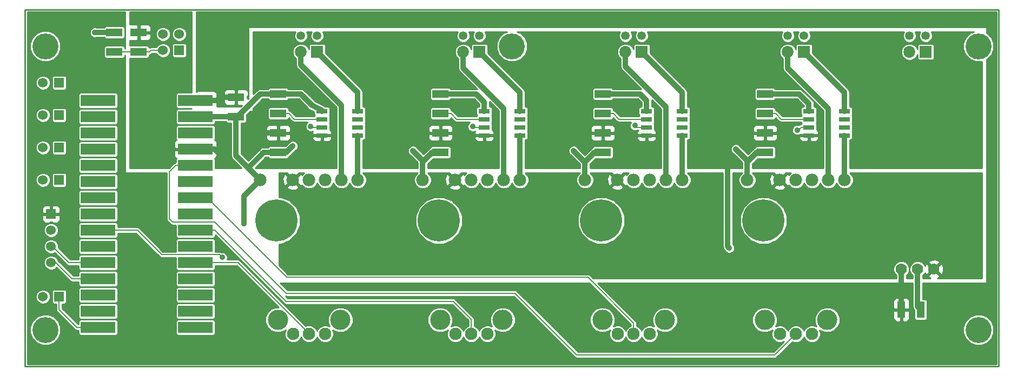
<source format=gtl>
G04 (created by PCBNEW-RS274X (2010-03-14)-final) date Mon 23 May 2011 11:29:30 AM PDT*
G01*
G70*
G90*
%MOIN*%
G04 Gerber Fmt 3.4, Leading zero omitted, Abs format*
%FSLAX34Y34*%
G04 APERTURE LIST*
%ADD10C,0.006000*%
%ADD11C,0.009000*%
%ADD12C,0.076000*%
%ADD13C,0.125000*%
%ADD14R,0.213000X0.069000*%
%ADD15C,0.070000*%
%ADD16R,0.050000X0.100000*%
%ADD17R,0.100000X0.050000*%
%ADD18C,0.073000*%
%ADD19R,0.073000X0.073000*%
%ADD20C,0.053000*%
%ADD21R,0.060000X0.060000*%
%ADD22C,0.060000*%
%ADD23R,0.070000X0.026000*%
%ADD24C,0.078000*%
%ADD25C,0.260000*%
%ADD26C,0.160000*%
%ADD27C,0.035000*%
%ADD28C,0.032000*%
%ADD29C,0.008000*%
%ADD30C,0.010000*%
G04 APERTURE END LIST*
G54D10*
G54D11*
X25500Y-33500D02*
X25500Y-55500D01*
X85500Y-33500D02*
X25500Y-33500D01*
X85500Y-55500D02*
X85500Y-33500D01*
X25500Y-55500D02*
X85500Y-55500D01*
G54D12*
X42016Y-53500D03*
X43000Y-53500D03*
X43984Y-53500D03*
G54D13*
X41070Y-52634D03*
X44930Y-52634D03*
G54D12*
X72016Y-53500D03*
X73000Y-53500D03*
X73984Y-53500D03*
G54D13*
X71070Y-52634D03*
X74930Y-52634D03*
G54D12*
X62016Y-53500D03*
X63000Y-53500D03*
X63984Y-53500D03*
G54D13*
X61070Y-52634D03*
X64930Y-52634D03*
G54D12*
X52016Y-53500D03*
X53000Y-53500D03*
X53984Y-53500D03*
G54D13*
X51070Y-52634D03*
X54930Y-52634D03*
G54D14*
X30000Y-39100D03*
X30000Y-40100D03*
X30000Y-41100D03*
X30000Y-42100D03*
X30000Y-43100D03*
X30000Y-44100D03*
X30000Y-45100D03*
X30000Y-46100D03*
X30000Y-47100D03*
X30000Y-48100D03*
X30000Y-49100D03*
X30000Y-50100D03*
X30000Y-51100D03*
X30000Y-52100D03*
X30000Y-53100D03*
X36000Y-53100D03*
X36000Y-52100D03*
X36000Y-51100D03*
X36000Y-50100D03*
X36000Y-49100D03*
X36000Y-48100D03*
X36000Y-47100D03*
X36000Y-46100D03*
X36000Y-45100D03*
X36000Y-44100D03*
X36000Y-43100D03*
X36000Y-42100D03*
X36000Y-41100D03*
X36000Y-40100D03*
X36000Y-39100D03*
G54D15*
X81500Y-49500D03*
X80500Y-49500D03*
X79500Y-49500D03*
G54D16*
X79500Y-52000D03*
X80700Y-52000D03*
G54D17*
X31000Y-36100D03*
X31000Y-34900D03*
X38500Y-38900D03*
X38500Y-40100D03*
X41100Y-41100D03*
X41100Y-42300D03*
X41100Y-39900D03*
X41100Y-38700D03*
X51100Y-41100D03*
X51100Y-42300D03*
X51100Y-39900D03*
X51100Y-38700D03*
X61100Y-41100D03*
X61100Y-42300D03*
X61100Y-39900D03*
X61100Y-38700D03*
X71100Y-41100D03*
X71100Y-42300D03*
X71100Y-39900D03*
X71100Y-38700D03*
G54D18*
X42500Y-36100D03*
G54D19*
X43500Y-36100D03*
G54D20*
X43500Y-35100D03*
X42500Y-35100D03*
G54D18*
X52500Y-36100D03*
G54D19*
X53500Y-36100D03*
G54D20*
X53500Y-35100D03*
X52500Y-35100D03*
G54D18*
X62500Y-36100D03*
G54D19*
X63500Y-36100D03*
G54D20*
X63500Y-35100D03*
X62500Y-35100D03*
G54D18*
X72500Y-36100D03*
G54D19*
X73500Y-36100D03*
G54D20*
X73500Y-35100D03*
X72500Y-35100D03*
G54D21*
X27100Y-46100D03*
G54D22*
X27100Y-47100D03*
X27100Y-48100D03*
X27100Y-49100D03*
G54D21*
X35000Y-36000D03*
G54D22*
X34000Y-36000D03*
X35000Y-35000D03*
X34000Y-35000D03*
G54D21*
X27600Y-51200D03*
G54D22*
X26600Y-51200D03*
G54D21*
X27600Y-44000D03*
G54D22*
X26600Y-44000D03*
G54D21*
X27600Y-42000D03*
G54D22*
X26600Y-42000D03*
G54D21*
X27600Y-40000D03*
G54D22*
X26600Y-40000D03*
G54D21*
X27600Y-38000D03*
G54D22*
X26600Y-38000D03*
G54D23*
X46000Y-41250D03*
X46000Y-40750D03*
X46000Y-40250D03*
X46000Y-39750D03*
X43800Y-39750D03*
X43800Y-40250D03*
X43800Y-40750D03*
X43800Y-41250D03*
X56000Y-41250D03*
X56000Y-40750D03*
X56000Y-40250D03*
X56000Y-39750D03*
X53800Y-39750D03*
X53800Y-40250D03*
X53800Y-40750D03*
X53800Y-41250D03*
X66000Y-41250D03*
X66000Y-40750D03*
X66000Y-40250D03*
X66000Y-39750D03*
X63800Y-39750D03*
X63800Y-40250D03*
X63800Y-40750D03*
X63800Y-41250D03*
X76000Y-41250D03*
X76000Y-40750D03*
X76000Y-40250D03*
X76000Y-39750D03*
X73800Y-39750D03*
X73800Y-40250D03*
X73800Y-40750D03*
X73800Y-41250D03*
G54D17*
X32500Y-36100D03*
X32500Y-34900D03*
G54D18*
X80000Y-36100D03*
G54D19*
X81000Y-36100D03*
G54D20*
X81000Y-35100D03*
X80000Y-35100D03*
G54D24*
X43000Y-44000D03*
X44000Y-44000D03*
X45000Y-44000D03*
X46000Y-44000D03*
X42000Y-44000D03*
X40000Y-44000D03*
G54D25*
X41000Y-46500D03*
G54D24*
X73000Y-44000D03*
X74000Y-44000D03*
X75000Y-44000D03*
X76000Y-44000D03*
X72000Y-44000D03*
X70000Y-44000D03*
G54D25*
X71000Y-46500D03*
G54D24*
X63000Y-44000D03*
X64000Y-44000D03*
X65000Y-44000D03*
X66000Y-44000D03*
X62000Y-44000D03*
X60000Y-44000D03*
G54D25*
X61000Y-46500D03*
G54D24*
X53000Y-44000D03*
X54000Y-44000D03*
X55000Y-44000D03*
X56000Y-44000D03*
X52000Y-44000D03*
X50000Y-44000D03*
G54D25*
X51000Y-46500D03*
G54D26*
X84250Y-35750D03*
X55500Y-35750D03*
X26750Y-35750D03*
X26750Y-53250D03*
X84250Y-53250D03*
G54D27*
X37900Y-42800D03*
X39600Y-41100D03*
X68900Y-48200D03*
X62000Y-40920D03*
X52000Y-40920D03*
X70861Y-39300D03*
X43100Y-40700D03*
X53078Y-40701D03*
X63078Y-40645D03*
X73078Y-40920D03*
X37647Y-48780D03*
X39000Y-46700D03*
X69300Y-42100D03*
X59300Y-42200D03*
X49400Y-42200D03*
X73800Y-39300D03*
X63800Y-39100D03*
X53800Y-39200D03*
X42000Y-41900D03*
X43200Y-39400D03*
X29800Y-34900D03*
X82600Y-47000D03*
X82600Y-44600D03*
G54D28*
X36000Y-42100D02*
X37200Y-42100D01*
X37200Y-42100D02*
X37900Y-42800D01*
X39600Y-41100D02*
X41100Y-41100D01*
X68800Y-48100D02*
X68800Y-42400D01*
X68900Y-48200D02*
X68800Y-48100D01*
G54D29*
X36000Y-47100D02*
X37200Y-47100D01*
X53000Y-52600D02*
X53000Y-53500D01*
X51900Y-51500D02*
X53000Y-52600D01*
X41600Y-51500D02*
X51900Y-51500D01*
X37200Y-47100D02*
X41600Y-51500D01*
X43250Y-40750D02*
X43800Y-40750D01*
X43100Y-40700D02*
X43250Y-40750D01*
X53127Y-40750D02*
X53078Y-40701D01*
X53800Y-40750D02*
X53127Y-40750D01*
X63183Y-40750D02*
X63078Y-40645D01*
X63800Y-40750D02*
X63183Y-40750D01*
X73137Y-40920D02*
X73078Y-40920D01*
X73307Y-40750D02*
X73137Y-40920D01*
X73800Y-40750D02*
X73307Y-40750D01*
X27100Y-48100D02*
X27200Y-48100D01*
X28200Y-49100D02*
X30000Y-49100D01*
X27200Y-48100D02*
X28200Y-49100D01*
X27100Y-49100D02*
X27400Y-49100D01*
X28400Y-50100D02*
X30000Y-50100D01*
X27400Y-49100D02*
X28400Y-50100D01*
X43000Y-53476D02*
X43000Y-53500D01*
X38624Y-49100D02*
X43000Y-53476D01*
X36000Y-49100D02*
X38624Y-49100D01*
X63000Y-52837D02*
X63000Y-53500D01*
X60172Y-50009D02*
X63000Y-52837D01*
X41617Y-50009D02*
X60172Y-50009D01*
X36708Y-45100D02*
X41617Y-50009D01*
X36000Y-45100D02*
X36708Y-45100D01*
X36000Y-43100D02*
X34800Y-43100D01*
X71700Y-54800D02*
X73000Y-53500D01*
X59500Y-54800D02*
X71700Y-54800D01*
X55700Y-51000D02*
X59500Y-54800D01*
X41600Y-51000D02*
X55700Y-51000D01*
X37200Y-46600D02*
X41600Y-51000D01*
X34600Y-46600D02*
X37200Y-46600D01*
X34400Y-46400D02*
X34600Y-46600D01*
X34400Y-43500D02*
X34400Y-46400D01*
X34800Y-43100D02*
X34400Y-43500D01*
X32410Y-47100D02*
X30000Y-47100D01*
X33921Y-48611D02*
X32410Y-47100D01*
X37478Y-48611D02*
X33921Y-48611D01*
X37647Y-48780D02*
X37478Y-48611D01*
G54D28*
X40000Y-44000D02*
X39000Y-45000D01*
X39000Y-45000D02*
X39000Y-46700D01*
X38500Y-40100D02*
X38600Y-40100D01*
X40000Y-38700D02*
X41100Y-38700D01*
X38600Y-40100D02*
X40000Y-38700D01*
X70000Y-42900D02*
X70000Y-42800D01*
X70000Y-42800D02*
X69300Y-42100D01*
X71100Y-42300D02*
X70600Y-42300D01*
X70000Y-42900D02*
X70000Y-44000D01*
X70600Y-42300D02*
X70000Y-42900D01*
X60000Y-42900D02*
X59300Y-42200D01*
X61100Y-42300D02*
X60600Y-42300D01*
X60000Y-42900D02*
X60000Y-44000D01*
X60600Y-42300D02*
X60000Y-42900D01*
X50000Y-42900D02*
X50000Y-42800D01*
X50000Y-42800D02*
X49400Y-42200D01*
X51100Y-42300D02*
X50600Y-42300D01*
X50000Y-42900D02*
X50000Y-44000D01*
X50600Y-42300D02*
X50000Y-42900D01*
X75000Y-44000D02*
X75000Y-39600D01*
X72500Y-37100D02*
X72500Y-36100D01*
X75000Y-39600D02*
X72500Y-37100D01*
X65000Y-44000D02*
X65000Y-39500D01*
X62500Y-37000D02*
X62500Y-36100D01*
X65000Y-39500D02*
X62500Y-37000D01*
X55000Y-44000D02*
X55000Y-39600D01*
X52500Y-37100D02*
X52500Y-36100D01*
X55000Y-39600D02*
X52500Y-37100D01*
X45000Y-44000D02*
X45000Y-39400D01*
X42500Y-36900D02*
X42500Y-36100D01*
X45000Y-39400D02*
X42500Y-36900D01*
X80500Y-49500D02*
X80500Y-51800D01*
X80500Y-51800D02*
X80700Y-52000D01*
X71100Y-38700D02*
X73200Y-38700D01*
X73800Y-39300D02*
X73800Y-39750D01*
X73200Y-38700D02*
X73800Y-39300D01*
X61100Y-38700D02*
X63400Y-38700D01*
X63800Y-39100D02*
X63800Y-39750D01*
X63400Y-38700D02*
X63800Y-39100D01*
X41100Y-38700D02*
X42500Y-38700D01*
X42500Y-38700D02*
X43200Y-39400D01*
X51100Y-38700D02*
X53300Y-38700D01*
X53800Y-39200D02*
X53800Y-39750D01*
X53300Y-38700D02*
X53800Y-39200D01*
X41100Y-42300D02*
X41600Y-42300D01*
X41600Y-42300D02*
X42000Y-41900D01*
X41100Y-42300D02*
X40200Y-42300D01*
X40200Y-42300D02*
X39250Y-43250D01*
X38500Y-40100D02*
X38500Y-42500D01*
X38500Y-42500D02*
X39250Y-43250D01*
X39250Y-43250D02*
X40000Y-44000D01*
X43800Y-39700D02*
X43800Y-39750D01*
X43200Y-39400D02*
X43800Y-39700D01*
X31000Y-34900D02*
X29800Y-34900D01*
X38500Y-40100D02*
X36000Y-40100D01*
G54D29*
X30000Y-53100D02*
X28700Y-53100D01*
X27600Y-52000D02*
X27600Y-51200D01*
X28700Y-53100D02*
X27600Y-52000D01*
X32500Y-36100D02*
X31000Y-36100D01*
X33243Y-36000D02*
X33143Y-36100D01*
X34000Y-36000D02*
X33243Y-36000D01*
X32500Y-36100D02*
X33143Y-36100D01*
G54D28*
X46000Y-39750D02*
X46000Y-38600D01*
X46000Y-38600D02*
X43500Y-36100D01*
X46000Y-41250D02*
X46000Y-44000D01*
G54D29*
X42093Y-40250D02*
X41743Y-39900D01*
X43800Y-40250D02*
X42093Y-40250D01*
X41100Y-39900D02*
X41743Y-39900D01*
G54D28*
X56000Y-39750D02*
X56000Y-38600D01*
X56000Y-38600D02*
X53500Y-36100D01*
X56000Y-41250D02*
X56000Y-44000D01*
G54D29*
X52093Y-40250D02*
X51743Y-39900D01*
X53800Y-40250D02*
X52093Y-40250D01*
X51100Y-39900D02*
X51743Y-39900D01*
G54D28*
X66000Y-39750D02*
X66000Y-38600D01*
X66000Y-38600D02*
X63500Y-36100D01*
X66000Y-41250D02*
X66000Y-44000D01*
G54D29*
X61100Y-39900D02*
X61743Y-39900D01*
X62093Y-40250D02*
X61743Y-39900D01*
X63800Y-40250D02*
X62093Y-40250D01*
G54D28*
X76000Y-39750D02*
X76000Y-38600D01*
X76000Y-38600D02*
X73500Y-36100D01*
X76000Y-41250D02*
X76000Y-44000D01*
G54D29*
X71100Y-39900D02*
X71743Y-39900D01*
X72093Y-40250D02*
X71743Y-39900D01*
X73800Y-40250D02*
X72093Y-40250D01*
G54D28*
X79500Y-49500D02*
X79500Y-52000D01*
X37528Y-38900D02*
X38500Y-38900D01*
X37328Y-39100D02*
X37528Y-38900D01*
X36000Y-39100D02*
X37328Y-39100D01*
G54D30*
X41150Y-43550D02*
X41600Y-43550D01*
X41620Y-43550D02*
X41631Y-43550D01*
X42368Y-43550D02*
X42379Y-43550D01*
X42400Y-43550D02*
X42686Y-43550D01*
X46313Y-43550D02*
X49686Y-43550D01*
X50313Y-43550D02*
X51600Y-43550D01*
X51620Y-43550D02*
X51631Y-43550D01*
X52368Y-43550D02*
X52379Y-43550D01*
X52400Y-43550D02*
X52686Y-43550D01*
X56313Y-43550D02*
X59686Y-43550D01*
X60313Y-43550D02*
X61600Y-43550D01*
X61620Y-43550D02*
X61631Y-43550D01*
X62368Y-43550D02*
X62379Y-43550D01*
X62400Y-43550D02*
X62686Y-43550D01*
X66313Y-43550D02*
X68490Y-43550D01*
X69110Y-43550D02*
X69686Y-43550D01*
X70313Y-43550D02*
X71600Y-43550D01*
X71620Y-43550D02*
X71631Y-43550D01*
X72368Y-43550D02*
X72379Y-43550D01*
X72400Y-43550D02*
X72686Y-43550D01*
X76313Y-43550D02*
X84450Y-43550D01*
X41150Y-43630D02*
X41556Y-43630D01*
X41559Y-43630D02*
X41559Y-43630D01*
X41701Y-43630D02*
X41701Y-43630D01*
X42299Y-43630D02*
X42299Y-43630D01*
X42440Y-43630D02*
X42441Y-43630D01*
X42445Y-43630D02*
X42606Y-43630D01*
X46394Y-43630D02*
X49607Y-43630D01*
X50394Y-43630D02*
X51556Y-43630D01*
X51559Y-43630D02*
X51559Y-43630D01*
X51701Y-43630D02*
X51701Y-43630D01*
X52299Y-43630D02*
X52299Y-43630D01*
X52440Y-43630D02*
X52441Y-43630D01*
X52445Y-43630D02*
X52606Y-43630D01*
X56394Y-43630D02*
X59607Y-43630D01*
X60394Y-43630D02*
X61556Y-43630D01*
X61559Y-43630D02*
X61559Y-43630D01*
X61701Y-43630D02*
X61701Y-43630D01*
X62299Y-43630D02*
X62299Y-43630D01*
X62440Y-43630D02*
X62441Y-43630D01*
X62445Y-43630D02*
X62606Y-43630D01*
X66394Y-43630D02*
X68490Y-43630D01*
X69110Y-43630D02*
X69607Y-43630D01*
X70394Y-43630D02*
X71556Y-43630D01*
X71559Y-43630D02*
X71559Y-43630D01*
X71700Y-43630D02*
X71700Y-43630D01*
X72298Y-43630D02*
X72299Y-43630D01*
X72440Y-43630D02*
X72441Y-43630D01*
X72445Y-43630D02*
X72606Y-43630D01*
X76394Y-43630D02*
X84450Y-43630D01*
X41150Y-43710D02*
X41439Y-43710D01*
X41639Y-43710D02*
X41639Y-43710D01*
X41781Y-43710D02*
X41781Y-43710D01*
X42219Y-43710D02*
X42219Y-43710D01*
X42360Y-43710D02*
X42361Y-43710D01*
X46465Y-43710D02*
X49537Y-43710D01*
X50465Y-43710D02*
X51439Y-43710D01*
X51639Y-43710D02*
X51639Y-43710D01*
X51781Y-43710D02*
X51781Y-43710D01*
X52219Y-43710D02*
X52219Y-43710D01*
X52360Y-43710D02*
X52361Y-43710D01*
X56465Y-43710D02*
X59537Y-43710D01*
X60465Y-43710D02*
X61439Y-43710D01*
X61639Y-43710D02*
X61639Y-43710D01*
X61781Y-43710D02*
X61781Y-43710D01*
X62219Y-43710D02*
X62219Y-43710D01*
X62360Y-43710D02*
X62361Y-43710D01*
X66465Y-43710D02*
X68490Y-43710D01*
X69110Y-43710D02*
X69537Y-43710D01*
X70465Y-43710D02*
X71439Y-43710D01*
X71639Y-43710D02*
X71639Y-43710D01*
X71780Y-43710D02*
X71780Y-43710D01*
X72218Y-43710D02*
X72219Y-43710D01*
X72360Y-43710D02*
X72361Y-43710D01*
X76465Y-43710D02*
X84450Y-43710D01*
X41150Y-43790D02*
X41409Y-43790D01*
X41719Y-43790D02*
X41719Y-43790D01*
X41861Y-43790D02*
X41861Y-43790D01*
X42139Y-43790D02*
X42139Y-43790D01*
X42280Y-43790D02*
X42281Y-43790D01*
X46498Y-43790D02*
X49503Y-43790D01*
X50498Y-43790D02*
X51409Y-43790D01*
X51719Y-43790D02*
X51719Y-43790D01*
X51861Y-43790D02*
X51861Y-43790D01*
X52139Y-43790D02*
X52139Y-43790D01*
X52280Y-43790D02*
X52281Y-43790D01*
X56498Y-43790D02*
X59503Y-43790D01*
X60498Y-43790D02*
X61409Y-43790D01*
X61719Y-43790D02*
X61719Y-43790D01*
X61861Y-43790D02*
X61861Y-43790D01*
X62139Y-43790D02*
X62139Y-43790D01*
X62280Y-43790D02*
X62281Y-43790D01*
X66498Y-43790D02*
X68490Y-43790D01*
X69110Y-43790D02*
X69503Y-43790D01*
X70498Y-43790D02*
X71409Y-43790D01*
X71719Y-43790D02*
X71719Y-43790D01*
X71860Y-43790D02*
X71860Y-43790D01*
X72138Y-43790D02*
X72139Y-43790D01*
X72280Y-43790D02*
X72281Y-43790D01*
X76498Y-43790D02*
X84450Y-43790D01*
X41150Y-43870D02*
X41380Y-43870D01*
X41799Y-43870D02*
X41799Y-43870D01*
X41941Y-43870D02*
X41941Y-43870D01*
X42059Y-43870D02*
X42059Y-43870D01*
X42200Y-43870D02*
X42201Y-43870D01*
X46531Y-43870D02*
X49470Y-43870D01*
X50531Y-43870D02*
X51380Y-43870D01*
X51799Y-43870D02*
X51799Y-43870D01*
X51941Y-43870D02*
X51941Y-43870D01*
X52059Y-43870D02*
X52059Y-43870D01*
X52200Y-43870D02*
X52201Y-43870D01*
X56531Y-43870D02*
X59470Y-43870D01*
X60531Y-43870D02*
X61380Y-43870D01*
X61799Y-43870D02*
X61799Y-43870D01*
X61941Y-43870D02*
X61941Y-43870D01*
X62059Y-43870D02*
X62059Y-43870D01*
X62200Y-43870D02*
X62201Y-43870D01*
X66531Y-43870D02*
X68490Y-43870D01*
X69110Y-43870D02*
X69470Y-43870D01*
X70531Y-43870D02*
X71380Y-43870D01*
X71799Y-43870D02*
X71799Y-43870D01*
X71940Y-43870D02*
X71940Y-43870D01*
X72058Y-43870D02*
X72059Y-43870D01*
X72200Y-43870D02*
X72201Y-43870D01*
X76531Y-43870D02*
X84450Y-43870D01*
X41150Y-43950D02*
X41369Y-43950D01*
X41879Y-43950D02*
X41879Y-43950D01*
X41979Y-43950D02*
X42021Y-43950D01*
X42120Y-43950D02*
X42121Y-43950D01*
X46540Y-43950D02*
X49460Y-43950D01*
X50540Y-43950D02*
X51369Y-43950D01*
X51879Y-43950D02*
X51879Y-43950D01*
X51979Y-43950D02*
X52021Y-43950D01*
X52120Y-43950D02*
X52121Y-43950D01*
X56540Y-43950D02*
X59460Y-43950D01*
X60540Y-43950D02*
X61369Y-43950D01*
X61879Y-43950D02*
X61879Y-43950D01*
X61979Y-43950D02*
X62021Y-43950D01*
X62120Y-43950D02*
X62121Y-43950D01*
X66540Y-43950D02*
X68490Y-43950D01*
X69110Y-43950D02*
X69460Y-43950D01*
X70540Y-43950D02*
X71369Y-43950D01*
X71879Y-43950D02*
X71879Y-43950D01*
X71978Y-43950D02*
X72020Y-43950D01*
X72120Y-43950D02*
X72121Y-43950D01*
X76540Y-43950D02*
X84450Y-43950D01*
X41150Y-44030D02*
X41372Y-44030D01*
X41899Y-44030D02*
X42101Y-44030D01*
X46540Y-44030D02*
X49460Y-44030D01*
X50540Y-44030D02*
X51372Y-44030D01*
X51899Y-44030D02*
X52101Y-44030D01*
X56540Y-44030D02*
X59460Y-44030D01*
X60540Y-44030D02*
X61372Y-44030D01*
X61899Y-44030D02*
X62101Y-44030D01*
X66540Y-44030D02*
X68490Y-44030D01*
X69110Y-44030D02*
X69460Y-44030D01*
X70540Y-44030D02*
X71372Y-44030D01*
X71899Y-44030D02*
X72101Y-44030D01*
X76540Y-44030D02*
X84450Y-44030D01*
X41150Y-44110D02*
X41375Y-44110D01*
X41819Y-44110D02*
X41961Y-44110D01*
X42039Y-44110D02*
X42181Y-44110D01*
X46539Y-44110D02*
X49461Y-44110D01*
X50539Y-44110D02*
X51375Y-44110D01*
X51819Y-44110D02*
X51961Y-44110D01*
X52039Y-44110D02*
X52181Y-44110D01*
X56539Y-44110D02*
X59461Y-44110D01*
X60539Y-44110D02*
X61375Y-44110D01*
X61819Y-44110D02*
X61961Y-44110D01*
X62039Y-44110D02*
X62181Y-44110D01*
X66539Y-44110D02*
X68490Y-44110D01*
X69110Y-44110D02*
X69461Y-44110D01*
X70539Y-44110D02*
X71375Y-44110D01*
X71819Y-44110D02*
X71961Y-44110D01*
X72039Y-44110D02*
X72181Y-44110D01*
X76539Y-44110D02*
X84450Y-44110D01*
X41150Y-44190D02*
X41394Y-44190D01*
X41739Y-44190D02*
X41881Y-44190D01*
X42119Y-44190D02*
X42261Y-44190D01*
X46505Y-44190D02*
X49494Y-44190D01*
X50505Y-44190D02*
X51394Y-44190D01*
X51739Y-44190D02*
X51881Y-44190D01*
X52119Y-44190D02*
X52261Y-44190D01*
X56505Y-44190D02*
X59494Y-44190D01*
X60505Y-44190D02*
X61394Y-44190D01*
X61739Y-44190D02*
X61881Y-44190D01*
X62119Y-44190D02*
X62261Y-44190D01*
X66505Y-44190D02*
X68490Y-44190D01*
X69110Y-44190D02*
X69494Y-44190D01*
X70505Y-44190D02*
X71394Y-44190D01*
X71739Y-44190D02*
X71881Y-44190D01*
X72119Y-44190D02*
X72261Y-44190D01*
X76505Y-44190D02*
X84450Y-44190D01*
X41150Y-44270D02*
X41428Y-44270D01*
X41659Y-44270D02*
X41801Y-44270D01*
X42199Y-44270D02*
X42341Y-44270D01*
X43471Y-44270D02*
X43526Y-44270D01*
X44471Y-44270D02*
X44526Y-44270D01*
X45471Y-44270D02*
X45526Y-44270D01*
X46472Y-44270D02*
X49527Y-44270D01*
X50472Y-44270D02*
X51428Y-44270D01*
X51659Y-44270D02*
X51801Y-44270D01*
X52199Y-44270D02*
X52341Y-44270D01*
X53471Y-44270D02*
X53526Y-44270D01*
X54471Y-44270D02*
X54526Y-44270D01*
X55471Y-44270D02*
X55526Y-44270D01*
X56472Y-44270D02*
X59527Y-44270D01*
X60472Y-44270D02*
X61428Y-44270D01*
X61659Y-44270D02*
X61801Y-44270D01*
X62199Y-44270D02*
X62341Y-44270D01*
X63471Y-44270D02*
X63526Y-44270D01*
X64471Y-44270D02*
X64526Y-44270D01*
X65471Y-44270D02*
X65526Y-44270D01*
X66472Y-44270D02*
X68490Y-44270D01*
X69110Y-44270D02*
X69527Y-44270D01*
X70472Y-44270D02*
X71428Y-44270D01*
X71659Y-44270D02*
X71801Y-44270D01*
X72199Y-44270D02*
X72341Y-44270D01*
X73471Y-44270D02*
X73526Y-44270D01*
X74471Y-44270D02*
X74526Y-44270D01*
X75471Y-44270D02*
X75526Y-44270D01*
X76472Y-44270D02*
X84450Y-44270D01*
X41150Y-44350D02*
X41499Y-44350D01*
X41579Y-44350D02*
X41721Y-44350D01*
X42279Y-44350D02*
X42421Y-44350D01*
X42500Y-44350D02*
X42586Y-44350D01*
X43413Y-44350D02*
X43586Y-44350D01*
X44413Y-44350D02*
X44586Y-44350D01*
X45413Y-44350D02*
X45586Y-44350D01*
X46413Y-44350D02*
X49586Y-44350D01*
X50413Y-44350D02*
X51499Y-44350D01*
X51579Y-44350D02*
X51721Y-44350D01*
X52279Y-44350D02*
X52421Y-44350D01*
X52500Y-44350D02*
X52586Y-44350D01*
X53413Y-44350D02*
X53586Y-44350D01*
X54413Y-44350D02*
X54586Y-44350D01*
X55413Y-44350D02*
X55586Y-44350D01*
X56413Y-44350D02*
X59586Y-44350D01*
X60413Y-44350D02*
X61499Y-44350D01*
X61579Y-44350D02*
X61721Y-44350D01*
X62279Y-44350D02*
X62421Y-44350D01*
X62500Y-44350D02*
X62586Y-44350D01*
X63413Y-44350D02*
X63586Y-44350D01*
X64413Y-44350D02*
X64586Y-44350D01*
X65413Y-44350D02*
X65586Y-44350D01*
X66413Y-44350D02*
X68490Y-44350D01*
X69110Y-44350D02*
X69586Y-44350D01*
X70413Y-44350D02*
X71499Y-44350D01*
X71579Y-44350D02*
X71721Y-44350D01*
X72279Y-44350D02*
X72421Y-44350D01*
X72500Y-44350D02*
X72586Y-44350D01*
X73413Y-44350D02*
X73586Y-44350D01*
X74413Y-44350D02*
X74586Y-44350D01*
X75413Y-44350D02*
X75586Y-44350D01*
X76413Y-44350D02*
X84450Y-44350D01*
X41150Y-44430D02*
X41641Y-44430D01*
X42359Y-44430D02*
X42666Y-44430D01*
X43333Y-44430D02*
X43666Y-44430D01*
X44333Y-44430D02*
X44666Y-44430D01*
X45333Y-44430D02*
X45666Y-44430D01*
X46333Y-44430D02*
X49666Y-44430D01*
X50333Y-44430D02*
X51641Y-44430D01*
X52359Y-44430D02*
X52666Y-44430D01*
X53333Y-44430D02*
X53666Y-44430D01*
X54333Y-44430D02*
X54666Y-44430D01*
X55333Y-44430D02*
X55666Y-44430D01*
X56333Y-44430D02*
X59666Y-44430D01*
X60333Y-44430D02*
X61641Y-44430D01*
X62359Y-44430D02*
X62666Y-44430D01*
X63333Y-44430D02*
X63666Y-44430D01*
X64333Y-44430D02*
X64666Y-44430D01*
X65333Y-44430D02*
X65666Y-44430D01*
X66333Y-44430D02*
X68490Y-44430D01*
X69110Y-44430D02*
X69666Y-44430D01*
X70333Y-44430D02*
X71641Y-44430D01*
X72359Y-44430D02*
X72666Y-44430D01*
X73333Y-44430D02*
X73666Y-44430D01*
X74333Y-44430D02*
X74666Y-44430D01*
X75333Y-44430D02*
X75666Y-44430D01*
X76333Y-44430D02*
X84450Y-44430D01*
X41150Y-44510D02*
X41653Y-44510D01*
X42346Y-44510D02*
X42820Y-44510D01*
X43179Y-44510D02*
X43820Y-44510D01*
X44179Y-44510D02*
X44820Y-44510D01*
X45179Y-44510D02*
X45820Y-44510D01*
X46179Y-44510D02*
X49820Y-44510D01*
X50179Y-44510D02*
X51653Y-44510D01*
X52346Y-44510D02*
X52820Y-44510D01*
X53179Y-44510D02*
X53820Y-44510D01*
X54179Y-44510D02*
X54820Y-44510D01*
X55179Y-44510D02*
X55820Y-44510D01*
X56179Y-44510D02*
X59820Y-44510D01*
X60179Y-44510D02*
X61653Y-44510D01*
X62346Y-44510D02*
X62820Y-44510D01*
X63179Y-44510D02*
X63820Y-44510D01*
X64179Y-44510D02*
X64820Y-44510D01*
X65179Y-44510D02*
X65820Y-44510D01*
X66179Y-44510D02*
X68490Y-44510D01*
X69110Y-44510D02*
X69820Y-44510D01*
X70179Y-44510D02*
X71653Y-44510D01*
X72346Y-44510D02*
X72820Y-44510D01*
X73179Y-44510D02*
X73820Y-44510D01*
X74179Y-44510D02*
X74820Y-44510D01*
X75179Y-44510D02*
X75820Y-44510D01*
X76179Y-44510D02*
X84450Y-44510D01*
X41150Y-44590D02*
X41787Y-44590D01*
X42227Y-44590D02*
X51787Y-44590D01*
X52227Y-44590D02*
X61787Y-44590D01*
X62227Y-44590D02*
X68490Y-44590D01*
X69110Y-44590D02*
X71787Y-44590D01*
X72227Y-44590D02*
X84450Y-44590D01*
X41150Y-44670D02*
X68490Y-44670D01*
X69110Y-44670D02*
X84450Y-44670D01*
X41150Y-44750D02*
X68490Y-44750D01*
X69110Y-44750D02*
X84450Y-44750D01*
X41150Y-44830D02*
X68490Y-44830D01*
X69110Y-44830D02*
X84450Y-44830D01*
X41150Y-44910D02*
X68490Y-44910D01*
X69110Y-44910D02*
X84450Y-44910D01*
X41150Y-44990D02*
X68490Y-44990D01*
X69110Y-44990D02*
X84450Y-44990D01*
X41336Y-45070D02*
X50665Y-45070D01*
X51336Y-45070D02*
X60665Y-45070D01*
X61336Y-45070D02*
X68490Y-45070D01*
X69110Y-45070D02*
X70665Y-45070D01*
X71336Y-45070D02*
X84450Y-45070D01*
X41530Y-45150D02*
X50471Y-45150D01*
X51530Y-45150D02*
X60471Y-45150D01*
X61530Y-45150D02*
X68490Y-45150D01*
X69110Y-45150D02*
X70471Y-45150D01*
X71530Y-45150D02*
X84450Y-45150D01*
X41722Y-45230D02*
X50277Y-45230D01*
X51722Y-45230D02*
X60277Y-45230D01*
X61722Y-45230D02*
X68490Y-45230D01*
X69110Y-45230D02*
X70277Y-45230D01*
X71722Y-45230D02*
X84450Y-45230D01*
X41860Y-45310D02*
X50140Y-45310D01*
X51860Y-45310D02*
X60140Y-45310D01*
X61860Y-45310D02*
X68490Y-45310D01*
X69110Y-45310D02*
X70140Y-45310D01*
X71860Y-45310D02*
X84450Y-45310D01*
X41940Y-45390D02*
X50060Y-45390D01*
X51940Y-45390D02*
X60060Y-45390D01*
X61940Y-45390D02*
X68490Y-45390D01*
X69110Y-45390D02*
X70060Y-45390D01*
X71940Y-45390D02*
X84450Y-45390D01*
X42020Y-45470D02*
X49980Y-45470D01*
X52020Y-45470D02*
X59980Y-45470D01*
X62020Y-45470D02*
X68490Y-45470D01*
X69110Y-45470D02*
X69980Y-45470D01*
X72020Y-45470D02*
X84450Y-45470D01*
X42100Y-45550D02*
X49900Y-45550D01*
X52100Y-45550D02*
X59900Y-45550D01*
X62100Y-45550D02*
X68490Y-45550D01*
X69110Y-45550D02*
X69900Y-45550D01*
X72100Y-45550D02*
X84450Y-45550D01*
X42180Y-45630D02*
X49820Y-45630D01*
X52180Y-45630D02*
X59820Y-45630D01*
X62180Y-45630D02*
X68490Y-45630D01*
X69110Y-45630D02*
X69820Y-45630D01*
X72180Y-45630D02*
X84450Y-45630D01*
X42243Y-45710D02*
X49759Y-45710D01*
X52243Y-45710D02*
X59759Y-45710D01*
X62243Y-45710D02*
X68490Y-45710D01*
X69110Y-45710D02*
X69759Y-45710D01*
X72243Y-45710D02*
X84450Y-45710D01*
X42276Y-45790D02*
X49726Y-45790D01*
X52276Y-45790D02*
X59726Y-45790D01*
X62276Y-45790D02*
X68490Y-45790D01*
X69110Y-45790D02*
X69726Y-45790D01*
X72276Y-45790D02*
X84450Y-45790D01*
X42309Y-45870D02*
X49693Y-45870D01*
X52309Y-45870D02*
X59693Y-45870D01*
X62309Y-45870D02*
X68490Y-45870D01*
X69110Y-45870D02*
X69693Y-45870D01*
X72309Y-45870D02*
X84450Y-45870D01*
X42342Y-45950D02*
X49660Y-45950D01*
X52342Y-45950D02*
X59660Y-45950D01*
X62342Y-45950D02*
X68490Y-45950D01*
X69110Y-45950D02*
X69660Y-45950D01*
X72342Y-45950D02*
X84450Y-45950D01*
X42375Y-46030D02*
X49626Y-46030D01*
X52375Y-46030D02*
X59626Y-46030D01*
X62375Y-46030D02*
X68490Y-46030D01*
X69110Y-46030D02*
X69626Y-46030D01*
X72375Y-46030D02*
X84450Y-46030D01*
X42408Y-46110D02*
X49593Y-46110D01*
X52408Y-46110D02*
X59593Y-46110D01*
X62408Y-46110D02*
X68490Y-46110D01*
X69110Y-46110D02*
X69593Y-46110D01*
X72408Y-46110D02*
X84450Y-46110D01*
X42441Y-46190D02*
X49560Y-46190D01*
X52441Y-46190D02*
X59560Y-46190D01*
X62441Y-46190D02*
X68490Y-46190D01*
X69110Y-46190D02*
X69560Y-46190D01*
X72441Y-46190D02*
X84450Y-46190D01*
X42449Y-46270D02*
X49551Y-46270D01*
X52449Y-46270D02*
X59551Y-46270D01*
X62449Y-46270D02*
X68490Y-46270D01*
X69110Y-46270D02*
X69551Y-46270D01*
X72449Y-46270D02*
X84450Y-46270D01*
X42449Y-46350D02*
X49551Y-46350D01*
X52449Y-46350D02*
X59551Y-46350D01*
X62449Y-46350D02*
X68490Y-46350D01*
X69110Y-46350D02*
X69551Y-46350D01*
X72449Y-46350D02*
X84450Y-46350D01*
X42449Y-46430D02*
X49551Y-46430D01*
X52449Y-46430D02*
X59551Y-46430D01*
X62449Y-46430D02*
X68490Y-46430D01*
X69110Y-46430D02*
X69551Y-46430D01*
X72449Y-46430D02*
X84450Y-46430D01*
X42449Y-46510D02*
X49551Y-46510D01*
X52449Y-46510D02*
X59551Y-46510D01*
X62449Y-46510D02*
X68490Y-46510D01*
X69110Y-46510D02*
X69551Y-46510D01*
X72449Y-46510D02*
X84450Y-46510D01*
X42449Y-46590D02*
X49551Y-46590D01*
X52449Y-46590D02*
X59551Y-46590D01*
X62449Y-46590D02*
X68490Y-46590D01*
X69110Y-46590D02*
X69551Y-46590D01*
X72449Y-46590D02*
X84450Y-46590D01*
X42449Y-46670D02*
X49551Y-46670D01*
X52449Y-46670D02*
X59551Y-46670D01*
X62449Y-46670D02*
X68490Y-46670D01*
X69110Y-46670D02*
X69551Y-46670D01*
X72449Y-46670D02*
X84450Y-46670D01*
X42449Y-46750D02*
X49551Y-46750D01*
X52449Y-46750D02*
X59551Y-46750D01*
X62449Y-46750D02*
X68490Y-46750D01*
X69110Y-46750D02*
X69551Y-46750D01*
X72449Y-46750D02*
X84450Y-46750D01*
X42432Y-46830D02*
X49567Y-46830D01*
X52432Y-46830D02*
X59567Y-46830D01*
X62432Y-46830D02*
X68490Y-46830D01*
X69110Y-46830D02*
X69567Y-46830D01*
X72432Y-46830D02*
X84450Y-46830D01*
X42399Y-46910D02*
X49600Y-46910D01*
X52399Y-46910D02*
X59600Y-46910D01*
X62399Y-46910D02*
X68490Y-46910D01*
X69110Y-46910D02*
X69600Y-46910D01*
X72399Y-46910D02*
X84450Y-46910D01*
X42365Y-46990D02*
X49633Y-46990D01*
X52365Y-46990D02*
X59633Y-46990D01*
X62365Y-46990D02*
X68490Y-46990D01*
X69110Y-46990D02*
X69633Y-46990D01*
X72365Y-46990D02*
X84450Y-46990D01*
X42332Y-47070D02*
X49666Y-47070D01*
X52332Y-47070D02*
X59666Y-47070D01*
X62332Y-47070D02*
X68490Y-47070D01*
X69110Y-47070D02*
X69666Y-47070D01*
X72332Y-47070D02*
X84450Y-47070D01*
X42299Y-47150D02*
X49699Y-47150D01*
X52299Y-47150D02*
X59699Y-47150D01*
X62299Y-47150D02*
X68490Y-47150D01*
X69110Y-47150D02*
X69699Y-47150D01*
X72299Y-47150D02*
X84450Y-47150D01*
X42266Y-47230D02*
X49732Y-47230D01*
X52266Y-47230D02*
X59732Y-47230D01*
X62266Y-47230D02*
X68490Y-47230D01*
X69110Y-47230D02*
X69732Y-47230D01*
X72266Y-47230D02*
X84450Y-47230D01*
X42232Y-47310D02*
X49765Y-47310D01*
X52232Y-47310D02*
X59765Y-47310D01*
X62232Y-47310D02*
X68490Y-47310D01*
X69110Y-47310D02*
X69765Y-47310D01*
X72232Y-47310D02*
X84450Y-47310D01*
X42160Y-47390D02*
X49840Y-47390D01*
X52160Y-47390D02*
X59840Y-47390D01*
X62160Y-47390D02*
X68490Y-47390D01*
X69110Y-47390D02*
X69840Y-47390D01*
X72160Y-47390D02*
X84450Y-47390D01*
X42080Y-47470D02*
X49920Y-47470D01*
X52080Y-47470D02*
X59920Y-47470D01*
X62080Y-47470D02*
X68490Y-47470D01*
X69110Y-47470D02*
X69920Y-47470D01*
X72080Y-47470D02*
X84450Y-47470D01*
X42000Y-47550D02*
X50000Y-47550D01*
X52000Y-47550D02*
X60000Y-47550D01*
X62000Y-47550D02*
X68490Y-47550D01*
X69110Y-47550D02*
X70000Y-47550D01*
X72000Y-47550D02*
X84450Y-47550D01*
X41920Y-47630D02*
X50080Y-47630D01*
X51920Y-47630D02*
X60080Y-47630D01*
X61920Y-47630D02*
X68490Y-47630D01*
X69110Y-47630D02*
X70080Y-47630D01*
X71920Y-47630D02*
X84450Y-47630D01*
X41840Y-47710D02*
X50160Y-47710D01*
X51840Y-47710D02*
X60160Y-47710D01*
X61840Y-47710D02*
X68490Y-47710D01*
X69110Y-47710D02*
X70160Y-47710D01*
X71840Y-47710D02*
X84450Y-47710D01*
X41674Y-47790D02*
X50327Y-47790D01*
X51674Y-47790D02*
X60327Y-47790D01*
X61674Y-47790D02*
X68490Y-47790D01*
X69110Y-47790D02*
X70327Y-47790D01*
X71674Y-47790D02*
X84450Y-47790D01*
X41480Y-47870D02*
X50519Y-47870D01*
X51480Y-47870D02*
X60519Y-47870D01*
X61480Y-47870D02*
X68490Y-47870D01*
X69110Y-47870D02*
X70519Y-47870D01*
X71480Y-47870D02*
X84450Y-47870D01*
X41150Y-47950D02*
X68490Y-47950D01*
X69110Y-47950D02*
X84450Y-47950D01*
X41150Y-48030D02*
X68490Y-48030D01*
X69182Y-48030D02*
X84450Y-48030D01*
X41150Y-48110D02*
X68492Y-48110D01*
X69215Y-48110D02*
X84450Y-48110D01*
X41150Y-48190D02*
X68508Y-48190D01*
X69225Y-48190D02*
X84450Y-48190D01*
X41150Y-48270D02*
X68548Y-48270D01*
X69222Y-48270D02*
X84450Y-48270D01*
X41150Y-48350D02*
X68610Y-48350D01*
X69189Y-48350D02*
X84450Y-48350D01*
X41150Y-48430D02*
X68670Y-48430D01*
X69130Y-48430D02*
X84450Y-48430D01*
X41150Y-48510D02*
X68799Y-48510D01*
X69000Y-48510D02*
X84450Y-48510D01*
X41150Y-48590D02*
X84450Y-48590D01*
X41150Y-48670D02*
X84450Y-48670D01*
X41150Y-48750D02*
X84450Y-48750D01*
X41150Y-48830D02*
X84450Y-48830D01*
X41150Y-48910D02*
X81527Y-48910D01*
X81600Y-48910D02*
X84450Y-48910D01*
X41150Y-48990D02*
X81189Y-48990D01*
X81811Y-48990D02*
X84450Y-48990D01*
X41150Y-49070D02*
X79235Y-49070D01*
X79767Y-49070D02*
X80235Y-49070D01*
X80767Y-49070D02*
X81163Y-49070D01*
X81838Y-49070D02*
X84450Y-49070D01*
X41150Y-49150D02*
X79145Y-49150D01*
X79856Y-49150D02*
X80145Y-49150D01*
X80856Y-49150D02*
X81221Y-49150D01*
X81779Y-49150D02*
X84450Y-49150D01*
X41150Y-49230D02*
X79072Y-49230D01*
X79928Y-49230D02*
X80072Y-49230D01*
X80928Y-49230D02*
X80972Y-49230D01*
X81159Y-49230D02*
X81301Y-49230D01*
X81699Y-49230D02*
X81841Y-49230D01*
X82030Y-49230D02*
X84450Y-49230D01*
X41187Y-49310D02*
X79039Y-49310D01*
X79962Y-49310D02*
X80039Y-49310D01*
X81239Y-49310D02*
X81381Y-49310D01*
X81619Y-49310D02*
X81761Y-49310D01*
X82063Y-49310D02*
X84450Y-49310D01*
X41267Y-49390D02*
X79006Y-49390D01*
X79995Y-49390D02*
X80006Y-49390D01*
X81319Y-49390D02*
X81461Y-49390D01*
X81539Y-49390D02*
X81681Y-49390D01*
X82084Y-49390D02*
X84450Y-49390D01*
X41347Y-49470D02*
X79001Y-49470D01*
X79999Y-49470D02*
X80001Y-49470D01*
X81399Y-49470D02*
X81601Y-49470D01*
X82088Y-49470D02*
X84450Y-49470D01*
X41427Y-49550D02*
X79001Y-49550D01*
X79999Y-49550D02*
X80001Y-49550D01*
X81379Y-49550D02*
X81621Y-49550D01*
X82092Y-49550D02*
X84450Y-49550D01*
X41507Y-49630D02*
X79013Y-49630D01*
X79986Y-49630D02*
X80013Y-49630D01*
X81299Y-49630D02*
X81441Y-49630D01*
X81559Y-49630D02*
X81701Y-49630D01*
X82078Y-49630D02*
X84450Y-49630D01*
X41587Y-49710D02*
X79047Y-49710D01*
X79953Y-49710D02*
X80047Y-49710D01*
X81219Y-49710D02*
X81361Y-49710D01*
X81639Y-49710D02*
X81781Y-49710D01*
X82049Y-49710D02*
X84450Y-49710D01*
X41667Y-49790D02*
X79085Y-49790D01*
X79915Y-49790D02*
X80085Y-49790D01*
X80915Y-49790D02*
X80978Y-49790D01*
X81139Y-49790D02*
X81281Y-49790D01*
X81719Y-49790D02*
X81861Y-49790D01*
X82020Y-49790D02*
X84450Y-49790D01*
X60299Y-49870D02*
X79165Y-49870D01*
X79835Y-49870D02*
X80165Y-49870D01*
X80835Y-49870D02*
X81201Y-49870D01*
X81799Y-49870D02*
X84450Y-49870D01*
X60381Y-49950D02*
X79190Y-49950D01*
X79810Y-49950D02*
X80190Y-49950D01*
X80810Y-49950D02*
X81169Y-49950D01*
X81831Y-49950D02*
X84450Y-49950D01*
X60461Y-50030D02*
X79190Y-50030D01*
X79810Y-50030D02*
X80190Y-50030D01*
X80810Y-50030D02*
X81236Y-50030D01*
X81768Y-50030D02*
X84450Y-50030D01*
X84450Y-50050D02*
X84450Y-43550D01*
X76313Y-43550D01*
X76458Y-43694D01*
X76540Y-43893D01*
X76540Y-44108D01*
X76457Y-44306D01*
X76306Y-44458D01*
X76107Y-44540D01*
X75892Y-44540D01*
X75694Y-44457D01*
X75542Y-44306D01*
X75499Y-44203D01*
X75457Y-44306D01*
X75306Y-44458D01*
X75107Y-44540D01*
X74892Y-44540D01*
X74694Y-44457D01*
X74542Y-44306D01*
X74499Y-44203D01*
X74457Y-44306D01*
X74306Y-44458D01*
X74107Y-44540D01*
X73892Y-44540D01*
X73694Y-44457D01*
X73542Y-44306D01*
X73499Y-44203D01*
X73457Y-44306D01*
X73306Y-44458D01*
X73107Y-44540D01*
X72892Y-44540D01*
X72694Y-44457D01*
X72551Y-44315D01*
X72545Y-44334D01*
X72442Y-44371D01*
X72071Y-44000D01*
X72442Y-43629D01*
X72545Y-43666D01*
X72552Y-43684D01*
X72686Y-43550D01*
X72400Y-43550D01*
X72460Y-43610D01*
X72071Y-44000D01*
X71999Y-43929D01*
X72379Y-43550D01*
X72368Y-43550D01*
X72371Y-43558D01*
X71999Y-43929D01*
X71629Y-43558D01*
X71631Y-43550D01*
X71620Y-43550D01*
X71999Y-43929D01*
X71929Y-44000D01*
X71558Y-44371D01*
X71558Y-45162D01*
X71822Y-45272D01*
X71900Y-45350D01*
X71900Y-44632D01*
X71666Y-44545D01*
X71629Y-44442D01*
X72000Y-44071D01*
X72371Y-44442D01*
X72334Y-44545D01*
X72149Y-44623D01*
X71900Y-44632D01*
X71900Y-45350D01*
X72230Y-45680D01*
X72450Y-46213D01*
X72449Y-46790D01*
X72228Y-47322D01*
X71820Y-47730D01*
X71287Y-47950D01*
X70710Y-47949D01*
X70178Y-47728D01*
X69770Y-47320D01*
X69550Y-46787D01*
X69551Y-46210D01*
X69772Y-45678D01*
X70180Y-45270D01*
X70713Y-45050D01*
X71290Y-45051D01*
X71558Y-45162D01*
X71558Y-44371D01*
X71455Y-44334D01*
X71377Y-44149D01*
X71368Y-43900D01*
X71455Y-43666D01*
X71558Y-43629D01*
X71929Y-44000D01*
X71540Y-43610D01*
X71600Y-43550D01*
X70313Y-43550D01*
X70458Y-43694D01*
X70540Y-43893D01*
X70540Y-44108D01*
X70457Y-44306D01*
X70306Y-44458D01*
X70107Y-44540D01*
X69892Y-44540D01*
X69694Y-44457D01*
X69542Y-44306D01*
X69460Y-44107D01*
X69460Y-43892D01*
X69543Y-43694D01*
X69686Y-43550D01*
X69110Y-43550D01*
X69110Y-47950D01*
X69176Y-48016D01*
X69225Y-48136D01*
X69225Y-48265D01*
X69175Y-48385D01*
X69084Y-48476D01*
X68964Y-48525D01*
X68835Y-48525D01*
X68715Y-48475D01*
X68624Y-48384D01*
X68609Y-48347D01*
X68581Y-48319D01*
X68514Y-48219D01*
X68490Y-48100D01*
X68490Y-43550D01*
X66313Y-43550D01*
X66458Y-43694D01*
X66540Y-43893D01*
X66540Y-44108D01*
X66457Y-44306D01*
X66306Y-44458D01*
X66107Y-44540D01*
X65892Y-44540D01*
X65694Y-44457D01*
X65542Y-44306D01*
X65499Y-44203D01*
X65457Y-44306D01*
X65306Y-44458D01*
X65107Y-44540D01*
X64892Y-44540D01*
X64694Y-44457D01*
X64542Y-44306D01*
X64499Y-44203D01*
X64457Y-44306D01*
X64306Y-44458D01*
X64107Y-44540D01*
X63892Y-44540D01*
X63694Y-44457D01*
X63542Y-44306D01*
X63499Y-44203D01*
X63457Y-44306D01*
X63306Y-44458D01*
X63107Y-44540D01*
X62892Y-44540D01*
X62694Y-44457D01*
X62551Y-44315D01*
X62545Y-44334D01*
X62442Y-44371D01*
X62071Y-44000D01*
X62442Y-43629D01*
X62545Y-43666D01*
X62552Y-43684D01*
X62686Y-43550D01*
X62400Y-43550D01*
X62460Y-43610D01*
X62071Y-44000D01*
X62000Y-43929D01*
X62379Y-43550D01*
X62368Y-43550D01*
X62371Y-43558D01*
X62000Y-43929D01*
X61629Y-43558D01*
X61631Y-43550D01*
X61620Y-43550D01*
X62000Y-43929D01*
X61929Y-44000D01*
X61558Y-44371D01*
X61558Y-45162D01*
X61822Y-45272D01*
X61900Y-45350D01*
X61900Y-44632D01*
X61666Y-44545D01*
X61629Y-44442D01*
X62000Y-44071D01*
X62371Y-44442D01*
X62334Y-44545D01*
X62149Y-44623D01*
X61900Y-44632D01*
X61900Y-45350D01*
X62230Y-45680D01*
X62450Y-46213D01*
X62449Y-46790D01*
X62228Y-47322D01*
X61820Y-47730D01*
X61287Y-47950D01*
X60710Y-47949D01*
X60178Y-47728D01*
X59770Y-47320D01*
X59550Y-46787D01*
X59551Y-46210D01*
X59772Y-45678D01*
X60180Y-45270D01*
X60713Y-45050D01*
X61290Y-45051D01*
X61558Y-45162D01*
X61558Y-44371D01*
X61455Y-44334D01*
X61377Y-44149D01*
X61368Y-43900D01*
X61455Y-43666D01*
X61558Y-43629D01*
X61929Y-44000D01*
X61540Y-43610D01*
X61600Y-43550D01*
X60313Y-43550D01*
X60458Y-43694D01*
X60540Y-43893D01*
X60540Y-44108D01*
X60457Y-44306D01*
X60306Y-44458D01*
X60107Y-44540D01*
X59892Y-44540D01*
X59694Y-44457D01*
X59542Y-44306D01*
X59460Y-44107D01*
X59460Y-43892D01*
X59543Y-43694D01*
X59686Y-43550D01*
X56313Y-43550D01*
X56458Y-43694D01*
X56540Y-43893D01*
X56540Y-44108D01*
X56457Y-44306D01*
X56306Y-44458D01*
X56107Y-44540D01*
X55892Y-44540D01*
X55694Y-44457D01*
X55542Y-44306D01*
X55499Y-44203D01*
X55457Y-44306D01*
X55306Y-44458D01*
X55107Y-44540D01*
X54892Y-44540D01*
X54694Y-44457D01*
X54542Y-44306D01*
X54499Y-44203D01*
X54457Y-44306D01*
X54306Y-44458D01*
X54107Y-44540D01*
X53892Y-44540D01*
X53694Y-44457D01*
X53542Y-44306D01*
X53499Y-44203D01*
X53457Y-44306D01*
X53306Y-44458D01*
X53107Y-44540D01*
X52892Y-44540D01*
X52694Y-44457D01*
X52551Y-44315D01*
X52545Y-44334D01*
X52442Y-44371D01*
X52071Y-44000D01*
X52442Y-43629D01*
X52545Y-43666D01*
X52552Y-43684D01*
X52686Y-43550D01*
X52400Y-43550D01*
X52460Y-43610D01*
X52071Y-44000D01*
X52000Y-43929D01*
X52379Y-43550D01*
X52368Y-43550D01*
X52371Y-43558D01*
X52000Y-43929D01*
X51629Y-43558D01*
X51631Y-43550D01*
X51620Y-43550D01*
X52000Y-43929D01*
X51929Y-44000D01*
X51558Y-44371D01*
X51558Y-45162D01*
X51822Y-45272D01*
X51900Y-45350D01*
X51900Y-44632D01*
X51666Y-44545D01*
X51629Y-44442D01*
X52000Y-44071D01*
X52371Y-44442D01*
X52334Y-44545D01*
X52149Y-44623D01*
X51900Y-44632D01*
X51900Y-45350D01*
X52230Y-45680D01*
X52450Y-46213D01*
X52449Y-46790D01*
X52228Y-47322D01*
X51820Y-47730D01*
X51287Y-47950D01*
X50710Y-47949D01*
X50178Y-47728D01*
X49770Y-47320D01*
X49550Y-46787D01*
X49551Y-46210D01*
X49772Y-45678D01*
X50180Y-45270D01*
X50713Y-45050D01*
X51290Y-45051D01*
X51558Y-45162D01*
X51558Y-44371D01*
X51455Y-44334D01*
X51377Y-44149D01*
X51368Y-43900D01*
X51455Y-43666D01*
X51558Y-43629D01*
X51929Y-44000D01*
X51540Y-43610D01*
X51600Y-43550D01*
X50313Y-43550D01*
X50458Y-43694D01*
X50540Y-43893D01*
X50540Y-44108D01*
X50457Y-44306D01*
X50306Y-44458D01*
X50107Y-44540D01*
X49892Y-44540D01*
X49694Y-44457D01*
X49542Y-44306D01*
X49460Y-44107D01*
X49460Y-43892D01*
X49543Y-43694D01*
X49686Y-43550D01*
X46313Y-43550D01*
X46458Y-43694D01*
X46540Y-43893D01*
X46540Y-44108D01*
X46457Y-44306D01*
X46306Y-44458D01*
X46107Y-44540D01*
X45892Y-44540D01*
X45694Y-44457D01*
X45542Y-44306D01*
X45499Y-44203D01*
X45457Y-44306D01*
X45306Y-44458D01*
X45107Y-44540D01*
X44892Y-44540D01*
X44694Y-44457D01*
X44542Y-44306D01*
X44499Y-44203D01*
X44457Y-44306D01*
X44306Y-44458D01*
X44107Y-44540D01*
X43892Y-44540D01*
X43694Y-44457D01*
X43542Y-44306D01*
X43499Y-44203D01*
X43457Y-44306D01*
X43306Y-44458D01*
X43107Y-44540D01*
X42892Y-44540D01*
X42694Y-44457D01*
X42551Y-44315D01*
X42545Y-44334D01*
X42442Y-44371D01*
X42071Y-44000D01*
X42442Y-43629D01*
X42545Y-43666D01*
X42552Y-43684D01*
X42686Y-43550D01*
X42400Y-43550D01*
X42460Y-43610D01*
X42071Y-44000D01*
X42000Y-43929D01*
X42379Y-43550D01*
X42368Y-43550D01*
X42371Y-43558D01*
X42000Y-43929D01*
X41629Y-43558D01*
X41631Y-43550D01*
X41620Y-43550D01*
X42000Y-43929D01*
X41929Y-44000D01*
X41558Y-44371D01*
X41455Y-44334D01*
X41377Y-44149D01*
X41368Y-43900D01*
X41455Y-43666D01*
X41558Y-43629D01*
X41929Y-44000D01*
X41540Y-43610D01*
X41600Y-43550D01*
X41150Y-43550D01*
X41150Y-45050D01*
X41290Y-45051D01*
X41558Y-45162D01*
X41558Y-44371D01*
X41558Y-45162D01*
X41822Y-45272D01*
X41900Y-45350D01*
X41900Y-44632D01*
X41666Y-44545D01*
X41629Y-44442D01*
X42000Y-44071D01*
X42371Y-44442D01*
X42334Y-44545D01*
X42149Y-44623D01*
X41900Y-44632D01*
X41900Y-45350D01*
X42230Y-45680D01*
X42450Y-46213D01*
X42449Y-46790D01*
X42228Y-47322D01*
X41820Y-47730D01*
X41287Y-47950D01*
X41150Y-47949D01*
X41150Y-49273D01*
X41695Y-49819D01*
X51287Y-49819D01*
X51287Y-47950D01*
X51287Y-49819D01*
X60172Y-49819D01*
X60245Y-49833D01*
X60306Y-49875D01*
X60481Y-50050D01*
X61287Y-50050D01*
X61287Y-47950D01*
X61287Y-50050D01*
X71287Y-50050D01*
X71287Y-47950D01*
X71287Y-50050D01*
X79190Y-50050D01*
X79190Y-49895D01*
X79077Y-49782D01*
X79001Y-49599D01*
X79001Y-49401D01*
X79077Y-49217D01*
X79218Y-49077D01*
X79401Y-49001D01*
X79599Y-49001D01*
X79783Y-49077D01*
X79923Y-49218D01*
X79999Y-49401D01*
X79999Y-49599D01*
X79923Y-49783D01*
X79810Y-49895D01*
X79810Y-50050D01*
X80190Y-50050D01*
X80190Y-49895D01*
X80077Y-49782D01*
X80001Y-49599D01*
X80001Y-49401D01*
X80077Y-49217D01*
X80218Y-49077D01*
X80401Y-49001D01*
X80599Y-49001D01*
X80783Y-49077D01*
X80923Y-49218D01*
X80951Y-49286D01*
X80987Y-49190D01*
X81086Y-49157D01*
X81429Y-49500D01*
X81086Y-49843D01*
X80987Y-49810D01*
X80949Y-49719D01*
X80923Y-49783D01*
X80810Y-49895D01*
X80810Y-50050D01*
X81291Y-50050D01*
X81190Y-50013D01*
X81157Y-49914D01*
X81500Y-49571D01*
X81500Y-49429D01*
X81157Y-49086D01*
X81190Y-48987D01*
X81356Y-48918D01*
X81591Y-48907D01*
X81810Y-48987D01*
X81843Y-49086D01*
X81500Y-49429D01*
X81500Y-49571D01*
X81843Y-49914D01*
X81810Y-50013D01*
X81720Y-50050D01*
X81914Y-50050D01*
X81914Y-49843D01*
X81571Y-49500D01*
X81914Y-49157D01*
X82013Y-49190D01*
X82082Y-49356D01*
X82093Y-49591D01*
X82013Y-49810D01*
X81914Y-49843D01*
X81914Y-50050D01*
X84450Y-50050D01*
X25645Y-33645D02*
X31650Y-33645D01*
X36050Y-33645D02*
X85355Y-33645D01*
X25645Y-33725D02*
X31650Y-33725D01*
X36050Y-33725D02*
X85355Y-33725D01*
X25645Y-33805D02*
X31650Y-33805D01*
X36050Y-33805D02*
X85355Y-33805D01*
X25645Y-33885D02*
X31650Y-33885D01*
X36050Y-33885D02*
X85355Y-33885D01*
X25645Y-33965D02*
X31650Y-33965D01*
X36050Y-33965D02*
X85355Y-33965D01*
X25645Y-34045D02*
X31650Y-34045D01*
X36050Y-34045D02*
X85355Y-34045D01*
X25645Y-34125D02*
X31650Y-34125D01*
X36050Y-34125D02*
X85355Y-34125D01*
X25645Y-34205D02*
X31650Y-34205D01*
X36050Y-34205D02*
X85355Y-34205D01*
X25645Y-34285D02*
X31650Y-34285D01*
X36050Y-34285D02*
X85355Y-34285D01*
X25645Y-34365D02*
X31650Y-34365D01*
X36050Y-34365D02*
X85355Y-34365D01*
X25645Y-34445D02*
X31650Y-34445D01*
X36050Y-34445D02*
X85355Y-34445D01*
X25645Y-34525D02*
X30414Y-34525D01*
X31586Y-34525D02*
X31650Y-34525D01*
X36050Y-34525D02*
X85355Y-34525D01*
X25645Y-34605D02*
X29663Y-34605D01*
X31643Y-34605D02*
X31650Y-34605D01*
X36050Y-34605D02*
X39250Y-34605D01*
X84750Y-34605D02*
X85355Y-34605D01*
X25645Y-34685D02*
X29555Y-34685D01*
X31649Y-34685D02*
X31650Y-34685D01*
X36050Y-34685D02*
X39250Y-34685D01*
X84750Y-34685D02*
X85355Y-34685D01*
X25645Y-34765D02*
X29505Y-34765D01*
X31649Y-34765D02*
X31650Y-34765D01*
X36050Y-34765D02*
X39250Y-34765D01*
X84750Y-34765D02*
X85355Y-34765D01*
X25645Y-34845D02*
X26453Y-34845D01*
X27049Y-34845D02*
X29475Y-34845D01*
X31649Y-34845D02*
X31650Y-34845D01*
X36050Y-34845D02*
X39250Y-34845D01*
X84750Y-34845D02*
X85355Y-34845D01*
X25645Y-34925D02*
X26260Y-34925D01*
X27241Y-34925D02*
X29475Y-34925D01*
X31649Y-34925D02*
X31650Y-34925D01*
X36050Y-34925D02*
X39250Y-34925D01*
X84750Y-34925D02*
X85355Y-34925D01*
X25645Y-35005D02*
X26152Y-35005D01*
X27349Y-35005D02*
X29491Y-35005D01*
X31649Y-35005D02*
X31650Y-35005D01*
X36050Y-35005D02*
X39250Y-35005D01*
X84849Y-35005D02*
X85355Y-35005D01*
X25645Y-35085D02*
X26072Y-35085D01*
X27429Y-35085D02*
X29525Y-35085D01*
X31649Y-35085D02*
X31650Y-35085D01*
X36050Y-35085D02*
X39250Y-35085D01*
X84929Y-35085D02*
X85355Y-35085D01*
X25645Y-35165D02*
X25992Y-35165D01*
X27509Y-35165D02*
X29605Y-35165D01*
X31649Y-35165D02*
X31650Y-35165D01*
X36050Y-35165D02*
X39250Y-35165D01*
X85009Y-35165D02*
X85355Y-35165D01*
X25645Y-35245D02*
X25931Y-35245D01*
X27570Y-35245D02*
X30384Y-35245D01*
X31616Y-35245D02*
X31650Y-35245D01*
X36050Y-35245D02*
X39250Y-35245D01*
X85070Y-35245D02*
X85355Y-35245D01*
X25645Y-35325D02*
X25898Y-35325D01*
X27603Y-35325D02*
X31650Y-35325D01*
X36050Y-35325D02*
X39250Y-35325D01*
X85103Y-35325D02*
X85355Y-35325D01*
X25645Y-35405D02*
X25865Y-35405D01*
X27636Y-35405D02*
X31650Y-35405D01*
X36050Y-35405D02*
X39250Y-35405D01*
X85136Y-35405D02*
X85355Y-35405D01*
X25645Y-35485D02*
X25832Y-35485D01*
X27669Y-35485D02*
X31650Y-35485D01*
X36050Y-35485D02*
X39250Y-35485D01*
X85169Y-35485D02*
X85355Y-35485D01*
X25645Y-35565D02*
X25800Y-35565D01*
X27700Y-35565D02*
X31650Y-35565D01*
X36050Y-35565D02*
X39250Y-35565D01*
X85200Y-35565D02*
X85355Y-35565D01*
X25645Y-35645D02*
X25800Y-35645D01*
X27700Y-35645D02*
X31650Y-35645D01*
X36050Y-35645D02*
X39250Y-35645D01*
X85200Y-35645D02*
X85355Y-35645D01*
X25645Y-35725D02*
X25800Y-35725D01*
X27700Y-35725D02*
X30414Y-35725D01*
X31586Y-35725D02*
X31650Y-35725D01*
X36050Y-35725D02*
X39250Y-35725D01*
X85200Y-35725D02*
X85355Y-35725D01*
X25645Y-35805D02*
X25800Y-35805D01*
X27700Y-35805D02*
X30358Y-35805D01*
X31643Y-35805D02*
X31650Y-35805D01*
X36050Y-35805D02*
X39250Y-35805D01*
X85200Y-35805D02*
X85355Y-35805D01*
X25645Y-35885D02*
X25800Y-35885D01*
X27700Y-35885D02*
X30351Y-35885D01*
X31649Y-35885D02*
X31650Y-35885D01*
X36050Y-35885D02*
X39250Y-35885D01*
X85200Y-35885D02*
X85355Y-35885D01*
X25645Y-35965D02*
X25811Y-35965D01*
X27689Y-35965D02*
X30351Y-35965D01*
X36050Y-35965D02*
X39250Y-35965D01*
X85189Y-35965D02*
X85355Y-35965D01*
X25645Y-36045D02*
X25844Y-36045D01*
X27656Y-36045D02*
X30351Y-36045D01*
X36050Y-36045D02*
X39250Y-36045D01*
X85156Y-36045D02*
X85355Y-36045D01*
X25645Y-36125D02*
X25877Y-36125D01*
X27623Y-36125D02*
X30351Y-36125D01*
X36050Y-36125D02*
X39250Y-36125D01*
X85123Y-36125D02*
X85355Y-36125D01*
X25645Y-36205D02*
X25910Y-36205D01*
X27589Y-36205D02*
X30351Y-36205D01*
X36050Y-36205D02*
X39250Y-36205D01*
X85089Y-36205D02*
X85355Y-36205D01*
X25645Y-36285D02*
X25943Y-36285D01*
X27556Y-36285D02*
X30351Y-36285D01*
X36050Y-36285D02*
X39250Y-36285D01*
X85056Y-36285D02*
X85355Y-36285D01*
X25645Y-36365D02*
X26021Y-36365D01*
X27478Y-36365D02*
X30351Y-36365D01*
X31649Y-36365D02*
X31650Y-36365D01*
X36050Y-36365D02*
X39250Y-36365D01*
X84978Y-36365D02*
X85355Y-36365D01*
X25645Y-36445D02*
X26101Y-36445D01*
X27398Y-36445D02*
X30384Y-36445D01*
X31616Y-36445D02*
X31650Y-36445D01*
X36050Y-36445D02*
X39250Y-36445D01*
X84898Y-36445D02*
X85355Y-36445D01*
X25645Y-36525D02*
X26181Y-36525D01*
X27318Y-36525D02*
X31650Y-36525D01*
X36050Y-36525D02*
X39250Y-36525D01*
X84818Y-36525D02*
X85355Y-36525D01*
X25645Y-36605D02*
X26331Y-36605D01*
X27168Y-36605D02*
X31650Y-36605D01*
X36050Y-36605D02*
X39250Y-36605D01*
X84750Y-36605D02*
X85355Y-36605D01*
X25645Y-36685D02*
X26523Y-36685D01*
X26974Y-36685D02*
X31650Y-36685D01*
X36050Y-36685D02*
X39250Y-36685D01*
X84750Y-36685D02*
X85355Y-36685D01*
X25645Y-36765D02*
X31650Y-36765D01*
X36050Y-36765D02*
X39250Y-36765D01*
X84750Y-36765D02*
X85355Y-36765D01*
X25645Y-36845D02*
X31650Y-36845D01*
X36050Y-36845D02*
X39250Y-36845D01*
X84750Y-36845D02*
X85355Y-36845D01*
X25645Y-36925D02*
X31650Y-36925D01*
X36050Y-36925D02*
X39250Y-36925D01*
X84750Y-36925D02*
X85355Y-36925D01*
X25645Y-37005D02*
X31650Y-37005D01*
X36050Y-37005D02*
X39250Y-37005D01*
X84750Y-37005D02*
X85355Y-37005D01*
X25645Y-37085D02*
X31650Y-37085D01*
X36050Y-37085D02*
X39250Y-37085D01*
X84750Y-37085D02*
X85355Y-37085D01*
X25645Y-37165D02*
X31650Y-37165D01*
X36050Y-37165D02*
X39250Y-37165D01*
X84750Y-37165D02*
X85355Y-37165D01*
X25645Y-37245D02*
X31650Y-37245D01*
X36050Y-37245D02*
X39250Y-37245D01*
X84750Y-37245D02*
X85355Y-37245D01*
X25645Y-37325D02*
X31650Y-37325D01*
X36050Y-37325D02*
X39250Y-37325D01*
X84750Y-37325D02*
X85355Y-37325D01*
X25645Y-37405D02*
X31650Y-37405D01*
X36050Y-37405D02*
X39250Y-37405D01*
X84750Y-37405D02*
X85355Y-37405D01*
X25645Y-37485D02*
X31650Y-37485D01*
X36050Y-37485D02*
X39250Y-37485D01*
X84750Y-37485D02*
X85355Y-37485D01*
X25645Y-37565D02*
X26478Y-37565D01*
X26724Y-37565D02*
X27237Y-37565D01*
X27964Y-37565D02*
X31650Y-37565D01*
X36050Y-37565D02*
X39250Y-37565D01*
X84750Y-37565D02*
X85355Y-37565D01*
X25645Y-37645D02*
X26320Y-37645D01*
X26880Y-37645D02*
X27162Y-37645D01*
X28039Y-37645D02*
X31650Y-37645D01*
X36050Y-37645D02*
X39250Y-37645D01*
X84750Y-37645D02*
X85355Y-37645D01*
X25645Y-37725D02*
X26240Y-37725D01*
X26960Y-37725D02*
X27151Y-37725D01*
X28049Y-37725D02*
X31650Y-37725D01*
X36050Y-37725D02*
X39250Y-37725D01*
X84750Y-37725D02*
X85355Y-37725D01*
X25645Y-37805D02*
X26195Y-37805D01*
X27006Y-37805D02*
X27151Y-37805D01*
X28049Y-37805D02*
X31650Y-37805D01*
X36050Y-37805D02*
X39250Y-37805D01*
X84750Y-37805D02*
X85355Y-37805D01*
X25645Y-37885D02*
X26162Y-37885D01*
X27039Y-37885D02*
X27151Y-37885D01*
X28049Y-37885D02*
X31650Y-37885D01*
X36050Y-37885D02*
X39250Y-37885D01*
X84750Y-37885D02*
X85355Y-37885D01*
X25645Y-37965D02*
X26151Y-37965D01*
X27049Y-37965D02*
X27151Y-37965D01*
X28049Y-37965D02*
X31650Y-37965D01*
X36050Y-37965D02*
X39250Y-37965D01*
X84750Y-37965D02*
X85355Y-37965D01*
X25645Y-38045D02*
X26151Y-38045D01*
X27049Y-38045D02*
X27151Y-38045D01*
X28049Y-38045D02*
X31650Y-38045D01*
X36050Y-38045D02*
X39250Y-38045D01*
X84750Y-38045D02*
X85355Y-38045D01*
X25645Y-38125D02*
X26165Y-38125D01*
X27034Y-38125D02*
X27151Y-38125D01*
X28049Y-38125D02*
X31650Y-38125D01*
X36050Y-38125D02*
X39250Y-38125D01*
X84750Y-38125D02*
X85355Y-38125D01*
X25645Y-38205D02*
X26198Y-38205D01*
X27000Y-38205D02*
X27151Y-38205D01*
X28049Y-38205D02*
X31650Y-38205D01*
X36050Y-38205D02*
X39250Y-38205D01*
X84750Y-38205D02*
X85355Y-38205D01*
X25645Y-38285D02*
X26250Y-38285D01*
X26950Y-38285D02*
X27151Y-38285D01*
X28049Y-38285D02*
X31650Y-38285D01*
X36050Y-38285D02*
X39250Y-38285D01*
X84750Y-38285D02*
X85355Y-38285D01*
X25645Y-38365D02*
X26330Y-38365D01*
X26870Y-38365D02*
X27165Y-38365D01*
X28034Y-38365D02*
X31650Y-38365D01*
X36050Y-38365D02*
X39250Y-38365D01*
X84750Y-38365D02*
X85355Y-38365D01*
X25645Y-38445D02*
X26500Y-38445D01*
X26698Y-38445D02*
X27261Y-38445D01*
X27939Y-38445D02*
X31650Y-38445D01*
X36050Y-38445D02*
X37853Y-38445D01*
X38433Y-38445D02*
X38567Y-38445D01*
X39147Y-38445D02*
X39250Y-38445D01*
X84750Y-38445D02*
X85355Y-38445D01*
X25645Y-38525D02*
X31650Y-38525D01*
X36050Y-38525D02*
X36092Y-38525D01*
X37160Y-38525D02*
X37783Y-38525D01*
X38450Y-38525D02*
X38550Y-38525D01*
X39218Y-38525D02*
X39250Y-38525D01*
X84750Y-38525D02*
X85355Y-38525D01*
X25645Y-38605D02*
X31650Y-38605D01*
X37267Y-38605D02*
X37751Y-38605D01*
X38450Y-38605D02*
X38550Y-38605D01*
X39250Y-38605D02*
X39250Y-38605D01*
X84750Y-38605D02*
X85355Y-38605D01*
X25645Y-38685D02*
X28803Y-38685D01*
X31198Y-38685D02*
X31650Y-38685D01*
X37306Y-38685D02*
X37751Y-38685D01*
X38450Y-38685D02*
X38550Y-38685D01*
X39250Y-38685D02*
X39250Y-38685D01*
X84750Y-38685D02*
X85355Y-38685D01*
X25645Y-38765D02*
X28786Y-38765D01*
X31214Y-38765D02*
X31650Y-38765D01*
X37314Y-38765D02*
X37751Y-38765D01*
X38450Y-38765D02*
X38550Y-38765D01*
X39250Y-38765D02*
X39250Y-38765D01*
X84750Y-38765D02*
X85355Y-38765D01*
X25645Y-38845D02*
X28786Y-38845D01*
X31214Y-38845D02*
X31650Y-38845D01*
X37315Y-38845D02*
X37807Y-38845D01*
X38450Y-38845D02*
X38550Y-38845D01*
X39193Y-38845D02*
X39250Y-38845D01*
X84750Y-38845D02*
X85355Y-38845D01*
X25645Y-38925D02*
X28786Y-38925D01*
X31214Y-38925D02*
X31650Y-38925D01*
X37315Y-38925D02*
X38550Y-38925D01*
X39200Y-38925D02*
X39250Y-38925D01*
X84750Y-38925D02*
X85355Y-38925D01*
X25645Y-39005D02*
X28786Y-39005D01*
X31214Y-39005D02*
X31650Y-39005D01*
X37298Y-39005D02*
X37757Y-39005D01*
X38450Y-39005D02*
X38550Y-39005D01*
X39243Y-39005D02*
X39250Y-39005D01*
X84750Y-39005D02*
X85355Y-39005D01*
X25645Y-39085D02*
X28786Y-39085D01*
X31214Y-39085D02*
X31650Y-39085D01*
X36050Y-39085D02*
X37750Y-39085D01*
X38450Y-39085D02*
X38550Y-39085D01*
X84750Y-39085D02*
X85355Y-39085D01*
X25645Y-39165D02*
X28786Y-39165D01*
X31214Y-39165D02*
X31650Y-39165D01*
X37268Y-39165D02*
X37750Y-39165D01*
X38450Y-39165D02*
X38550Y-39165D01*
X84750Y-39165D02*
X85355Y-39165D01*
X25645Y-39245D02*
X28786Y-39245D01*
X31214Y-39245D02*
X31650Y-39245D01*
X37314Y-39245D02*
X37770Y-39245D01*
X38450Y-39245D02*
X38550Y-39245D01*
X84750Y-39245D02*
X85355Y-39245D01*
X25645Y-39325D02*
X28786Y-39325D01*
X31214Y-39325D02*
X31650Y-39325D01*
X37314Y-39325D02*
X37823Y-39325D01*
X38450Y-39325D02*
X38550Y-39325D01*
X84750Y-39325D02*
X85355Y-39325D01*
X25645Y-39405D02*
X28786Y-39405D01*
X31214Y-39405D02*
X31650Y-39405D01*
X37314Y-39405D02*
X38856Y-39405D01*
X84750Y-39405D02*
X85355Y-39405D01*
X25645Y-39485D02*
X28790Y-39485D01*
X31209Y-39485D02*
X31650Y-39485D01*
X84750Y-39485D02*
X85355Y-39485D01*
X25645Y-39565D02*
X26477Y-39565D01*
X26724Y-39565D02*
X27237Y-39565D01*
X27964Y-39565D02*
X28844Y-39565D01*
X31156Y-39565D02*
X31650Y-39565D01*
X84750Y-39565D02*
X85355Y-39565D01*
X25645Y-39645D02*
X26320Y-39645D01*
X26880Y-39645D02*
X27162Y-39645D01*
X28039Y-39645D02*
X28834Y-39645D01*
X31166Y-39645D02*
X31650Y-39645D01*
X84750Y-39645D02*
X85355Y-39645D01*
X25645Y-39725D02*
X26240Y-39725D01*
X26960Y-39725D02*
X27151Y-39725D01*
X28049Y-39725D02*
X28787Y-39725D01*
X31214Y-39725D02*
X31650Y-39725D01*
X84750Y-39725D02*
X85355Y-39725D01*
X25645Y-39805D02*
X26195Y-39805D01*
X27006Y-39805D02*
X27151Y-39805D01*
X28049Y-39805D02*
X28786Y-39805D01*
X31214Y-39805D02*
X31650Y-39805D01*
X84750Y-39805D02*
X85355Y-39805D01*
X25645Y-39885D02*
X26162Y-39885D01*
X27039Y-39885D02*
X27151Y-39885D01*
X28049Y-39885D02*
X28786Y-39885D01*
X31214Y-39885D02*
X31650Y-39885D01*
X84750Y-39885D02*
X85355Y-39885D01*
X25645Y-39965D02*
X26151Y-39965D01*
X27049Y-39965D02*
X27151Y-39965D01*
X28049Y-39965D02*
X28786Y-39965D01*
X31214Y-39965D02*
X31650Y-39965D01*
X84750Y-39965D02*
X85355Y-39965D01*
X25645Y-40045D02*
X26151Y-40045D01*
X27049Y-40045D02*
X27151Y-40045D01*
X28049Y-40045D02*
X28786Y-40045D01*
X31214Y-40045D02*
X31650Y-40045D01*
X84750Y-40045D02*
X85355Y-40045D01*
X25645Y-40125D02*
X26165Y-40125D01*
X27034Y-40125D02*
X27151Y-40125D01*
X28049Y-40125D02*
X28786Y-40125D01*
X31214Y-40125D02*
X31650Y-40125D01*
X84750Y-40125D02*
X85355Y-40125D01*
X25645Y-40205D02*
X26198Y-40205D01*
X27000Y-40205D02*
X27151Y-40205D01*
X28049Y-40205D02*
X28786Y-40205D01*
X31214Y-40205D02*
X31650Y-40205D01*
X84750Y-40205D02*
X85355Y-40205D01*
X25645Y-40285D02*
X26250Y-40285D01*
X26950Y-40285D02*
X27151Y-40285D01*
X28049Y-40285D02*
X28786Y-40285D01*
X31214Y-40285D02*
X31650Y-40285D01*
X84750Y-40285D02*
X85355Y-40285D01*
X25645Y-40365D02*
X26330Y-40365D01*
X26870Y-40365D02*
X27165Y-40365D01*
X28034Y-40365D02*
X28786Y-40365D01*
X31214Y-40365D02*
X31650Y-40365D01*
X84750Y-40365D02*
X85355Y-40365D01*
X25645Y-40445D02*
X26500Y-40445D01*
X26698Y-40445D02*
X27261Y-40445D01*
X27939Y-40445D02*
X28786Y-40445D01*
X31214Y-40445D02*
X31650Y-40445D01*
X84750Y-40445D02*
X85355Y-40445D01*
X25645Y-40525D02*
X28806Y-40525D01*
X31193Y-40525D02*
X31650Y-40525D01*
X84750Y-40525D02*
X85355Y-40525D01*
X25645Y-40605D02*
X31650Y-40605D01*
X84750Y-40605D02*
X85355Y-40605D01*
X25645Y-40685D02*
X28803Y-40685D01*
X31198Y-40685D02*
X31650Y-40685D01*
X84750Y-40685D02*
X85355Y-40685D01*
X25645Y-40765D02*
X28786Y-40765D01*
X31214Y-40765D02*
X31650Y-40765D01*
X84750Y-40765D02*
X85355Y-40765D01*
X25645Y-40845D02*
X28786Y-40845D01*
X31214Y-40845D02*
X31650Y-40845D01*
X84750Y-40845D02*
X85355Y-40845D01*
X25645Y-40925D02*
X28786Y-40925D01*
X31214Y-40925D02*
X31650Y-40925D01*
X84750Y-40925D02*
X85355Y-40925D01*
X25645Y-41005D02*
X28786Y-41005D01*
X31214Y-41005D02*
X31650Y-41005D01*
X84750Y-41005D02*
X85355Y-41005D01*
X25645Y-41085D02*
X28786Y-41085D01*
X31214Y-41085D02*
X31650Y-41085D01*
X84750Y-41085D02*
X85355Y-41085D01*
X25645Y-41165D02*
X28786Y-41165D01*
X31214Y-41165D02*
X31650Y-41165D01*
X84750Y-41165D02*
X85355Y-41165D01*
X25645Y-41245D02*
X28786Y-41245D01*
X31214Y-41245D02*
X31650Y-41245D01*
X84750Y-41245D02*
X85355Y-41245D01*
X25645Y-41325D02*
X28786Y-41325D01*
X31214Y-41325D02*
X31650Y-41325D01*
X84750Y-41325D02*
X85355Y-41325D01*
X25645Y-41405D02*
X28786Y-41405D01*
X31214Y-41405D02*
X31650Y-41405D01*
X84750Y-41405D02*
X85355Y-41405D01*
X25645Y-41485D02*
X28790Y-41485D01*
X31209Y-41485D02*
X31650Y-41485D01*
X84750Y-41485D02*
X85355Y-41485D01*
X25645Y-41565D02*
X26477Y-41565D01*
X26724Y-41565D02*
X27237Y-41565D01*
X27964Y-41565D02*
X28844Y-41565D01*
X31156Y-41565D02*
X31650Y-41565D01*
X84750Y-41565D02*
X85355Y-41565D01*
X25645Y-41645D02*
X26320Y-41645D01*
X26880Y-41645D02*
X27162Y-41645D01*
X28039Y-41645D02*
X28834Y-41645D01*
X31166Y-41645D02*
X31650Y-41645D01*
X84750Y-41645D02*
X85355Y-41645D01*
X25645Y-41725D02*
X26240Y-41725D01*
X26960Y-41725D02*
X27151Y-41725D01*
X28049Y-41725D02*
X28787Y-41725D01*
X31214Y-41725D02*
X31650Y-41725D01*
X84750Y-41725D02*
X85355Y-41725D01*
X25645Y-41805D02*
X26195Y-41805D01*
X27006Y-41805D02*
X27151Y-41805D01*
X28049Y-41805D02*
X28786Y-41805D01*
X31214Y-41805D02*
X31650Y-41805D01*
X84750Y-41805D02*
X85355Y-41805D01*
X25645Y-41885D02*
X26162Y-41885D01*
X27039Y-41885D02*
X27151Y-41885D01*
X28049Y-41885D02*
X28786Y-41885D01*
X31214Y-41885D02*
X31650Y-41885D01*
X84750Y-41885D02*
X85355Y-41885D01*
X25645Y-41965D02*
X26151Y-41965D01*
X27049Y-41965D02*
X27151Y-41965D01*
X28049Y-41965D02*
X28786Y-41965D01*
X31214Y-41965D02*
X31650Y-41965D01*
X84750Y-41965D02*
X85355Y-41965D01*
X25645Y-42045D02*
X26151Y-42045D01*
X27049Y-42045D02*
X27151Y-42045D01*
X28049Y-42045D02*
X28786Y-42045D01*
X31214Y-42045D02*
X31650Y-42045D01*
X84750Y-42045D02*
X85355Y-42045D01*
X25645Y-42125D02*
X26165Y-42125D01*
X27034Y-42125D02*
X27151Y-42125D01*
X28049Y-42125D02*
X28786Y-42125D01*
X31214Y-42125D02*
X31650Y-42125D01*
X84750Y-42125D02*
X85355Y-42125D01*
X25645Y-42205D02*
X26198Y-42205D01*
X27000Y-42205D02*
X27151Y-42205D01*
X28049Y-42205D02*
X28786Y-42205D01*
X31214Y-42205D02*
X31650Y-42205D01*
X84750Y-42205D02*
X85355Y-42205D01*
X25645Y-42285D02*
X26250Y-42285D01*
X26950Y-42285D02*
X27151Y-42285D01*
X28049Y-42285D02*
X28786Y-42285D01*
X31214Y-42285D02*
X31650Y-42285D01*
X84750Y-42285D02*
X85355Y-42285D01*
X25645Y-42365D02*
X26330Y-42365D01*
X26870Y-42365D02*
X27165Y-42365D01*
X28034Y-42365D02*
X28786Y-42365D01*
X31214Y-42365D02*
X31650Y-42365D01*
X84750Y-42365D02*
X85355Y-42365D01*
X25645Y-42445D02*
X26500Y-42445D01*
X26698Y-42445D02*
X27261Y-42445D01*
X27939Y-42445D02*
X28786Y-42445D01*
X31214Y-42445D02*
X31650Y-42445D01*
X84750Y-42445D02*
X85355Y-42445D01*
X25645Y-42525D02*
X28806Y-42525D01*
X31193Y-42525D02*
X31650Y-42525D01*
X84750Y-42525D02*
X85355Y-42525D01*
X25645Y-42605D02*
X31650Y-42605D01*
X84750Y-42605D02*
X85355Y-42605D01*
X25645Y-42685D02*
X28803Y-42685D01*
X31198Y-42685D02*
X31650Y-42685D01*
X84750Y-42685D02*
X85355Y-42685D01*
X25645Y-42765D02*
X28786Y-42765D01*
X31214Y-42765D02*
X31650Y-42765D01*
X84750Y-42765D02*
X85355Y-42765D01*
X25645Y-42845D02*
X28786Y-42845D01*
X31214Y-42845D02*
X31650Y-42845D01*
X84750Y-42845D02*
X85355Y-42845D01*
X25645Y-42925D02*
X28786Y-42925D01*
X31214Y-42925D02*
X31650Y-42925D01*
X84750Y-42925D02*
X85355Y-42925D01*
X25645Y-43005D02*
X28786Y-43005D01*
X31214Y-43005D02*
X31650Y-43005D01*
X84750Y-43005D02*
X85355Y-43005D01*
X25645Y-43085D02*
X28786Y-43085D01*
X31214Y-43085D02*
X31650Y-43085D01*
X84750Y-43085D02*
X85355Y-43085D01*
X25645Y-43165D02*
X28786Y-43165D01*
X31214Y-43165D02*
X31650Y-43165D01*
X84750Y-43165D02*
X85355Y-43165D01*
X25645Y-43245D02*
X28786Y-43245D01*
X31214Y-43245D02*
X31650Y-43245D01*
X84750Y-43245D02*
X85355Y-43245D01*
X25645Y-43325D02*
X28786Y-43325D01*
X31214Y-43325D02*
X31650Y-43325D01*
X84750Y-43325D02*
X85355Y-43325D01*
X25645Y-43405D02*
X28786Y-43405D01*
X31214Y-43405D02*
X31650Y-43405D01*
X84750Y-43405D02*
X85355Y-43405D01*
X25645Y-43485D02*
X28790Y-43485D01*
X31209Y-43485D02*
X31650Y-43485D01*
X84750Y-43485D02*
X85355Y-43485D01*
X25645Y-43565D02*
X26477Y-43565D01*
X26724Y-43565D02*
X27237Y-43565D01*
X27964Y-43565D02*
X28844Y-43565D01*
X31156Y-43565D02*
X34210Y-43565D01*
X84750Y-43565D02*
X85355Y-43565D01*
X25645Y-43645D02*
X26320Y-43645D01*
X26880Y-43645D02*
X27162Y-43645D01*
X28039Y-43645D02*
X28834Y-43645D01*
X31166Y-43645D02*
X34210Y-43645D01*
X84750Y-43645D02*
X85355Y-43645D01*
X25645Y-43725D02*
X26240Y-43725D01*
X26960Y-43725D02*
X27151Y-43725D01*
X28049Y-43725D02*
X28787Y-43725D01*
X31214Y-43725D02*
X34210Y-43725D01*
X84750Y-43725D02*
X85355Y-43725D01*
X25645Y-43805D02*
X26195Y-43805D01*
X27006Y-43805D02*
X27151Y-43805D01*
X28049Y-43805D02*
X28786Y-43805D01*
X31214Y-43805D02*
X34210Y-43805D01*
X84750Y-43805D02*
X85355Y-43805D01*
X25645Y-43885D02*
X26162Y-43885D01*
X27039Y-43885D02*
X27151Y-43885D01*
X28049Y-43885D02*
X28786Y-43885D01*
X31214Y-43885D02*
X34210Y-43885D01*
X84750Y-43885D02*
X85355Y-43885D01*
X25645Y-43965D02*
X26151Y-43965D01*
X27049Y-43965D02*
X27151Y-43965D01*
X28049Y-43965D02*
X28786Y-43965D01*
X31214Y-43965D02*
X34210Y-43965D01*
X84750Y-43965D02*
X85355Y-43965D01*
X25645Y-44045D02*
X26151Y-44045D01*
X27049Y-44045D02*
X27151Y-44045D01*
X28049Y-44045D02*
X28786Y-44045D01*
X31214Y-44045D02*
X34210Y-44045D01*
X84750Y-44045D02*
X85355Y-44045D01*
X25645Y-44125D02*
X26165Y-44125D01*
X27034Y-44125D02*
X27151Y-44125D01*
X28049Y-44125D02*
X28786Y-44125D01*
X31214Y-44125D02*
X34210Y-44125D01*
X84750Y-44125D02*
X85355Y-44125D01*
X25645Y-44205D02*
X26198Y-44205D01*
X27000Y-44205D02*
X27151Y-44205D01*
X28049Y-44205D02*
X28786Y-44205D01*
X31214Y-44205D02*
X34210Y-44205D01*
X84750Y-44205D02*
X85355Y-44205D01*
X25645Y-44285D02*
X26250Y-44285D01*
X26950Y-44285D02*
X27151Y-44285D01*
X28049Y-44285D02*
X28786Y-44285D01*
X31214Y-44285D02*
X34210Y-44285D01*
X84750Y-44285D02*
X85355Y-44285D01*
X25645Y-44365D02*
X26330Y-44365D01*
X26870Y-44365D02*
X27165Y-44365D01*
X28034Y-44365D02*
X28786Y-44365D01*
X31214Y-44365D02*
X34210Y-44365D01*
X84750Y-44365D02*
X85355Y-44365D01*
X25645Y-44445D02*
X26500Y-44445D01*
X26698Y-44445D02*
X27261Y-44445D01*
X27939Y-44445D02*
X28786Y-44445D01*
X31214Y-44445D02*
X34210Y-44445D01*
X84750Y-44445D02*
X85355Y-44445D01*
X25645Y-44525D02*
X28806Y-44525D01*
X31193Y-44525D02*
X34210Y-44525D01*
X84750Y-44525D02*
X85355Y-44525D01*
X25645Y-44605D02*
X34210Y-44605D01*
X84750Y-44605D02*
X85355Y-44605D01*
X25645Y-44685D02*
X28803Y-44685D01*
X31198Y-44685D02*
X34210Y-44685D01*
X84750Y-44685D02*
X85355Y-44685D01*
X25645Y-44765D02*
X28786Y-44765D01*
X31214Y-44765D02*
X34210Y-44765D01*
X84750Y-44765D02*
X85355Y-44765D01*
X25645Y-44845D02*
X28786Y-44845D01*
X31214Y-44845D02*
X34210Y-44845D01*
X84750Y-44845D02*
X85355Y-44845D01*
X25645Y-44925D02*
X28786Y-44925D01*
X31214Y-44925D02*
X34210Y-44925D01*
X84750Y-44925D02*
X85355Y-44925D01*
X25645Y-45005D02*
X28786Y-45005D01*
X31214Y-45005D02*
X34210Y-45005D01*
X84750Y-45005D02*
X85355Y-45005D01*
X25645Y-45085D02*
X28786Y-45085D01*
X31214Y-45085D02*
X34210Y-45085D01*
X84750Y-45085D02*
X85355Y-45085D01*
X25645Y-45165D02*
X28786Y-45165D01*
X31214Y-45165D02*
X34210Y-45165D01*
X84750Y-45165D02*
X85355Y-45165D01*
X25645Y-45245D02*
X28786Y-45245D01*
X31214Y-45245D02*
X34210Y-45245D01*
X84750Y-45245D02*
X85355Y-45245D01*
X25645Y-45325D02*
X28786Y-45325D01*
X31214Y-45325D02*
X34210Y-45325D01*
X84750Y-45325D02*
X85355Y-45325D01*
X25645Y-45405D02*
X28786Y-45405D01*
X31214Y-45405D02*
X34210Y-45405D01*
X84750Y-45405D02*
X85355Y-45405D01*
X25645Y-45485D02*
X28790Y-45485D01*
X31209Y-45485D02*
X34210Y-45485D01*
X84750Y-45485D02*
X85355Y-45485D01*
X25645Y-45565D02*
X26717Y-45565D01*
X27003Y-45565D02*
X27197Y-45565D01*
X27484Y-45565D02*
X28844Y-45565D01*
X31156Y-45565D02*
X34210Y-45565D01*
X84750Y-45565D02*
X85355Y-45565D01*
X25645Y-45645D02*
X26603Y-45645D01*
X27050Y-45645D02*
X27150Y-45645D01*
X27597Y-45645D02*
X28834Y-45645D01*
X31166Y-45645D02*
X34210Y-45645D01*
X84750Y-45645D02*
X85355Y-45645D01*
X25645Y-45725D02*
X26562Y-45725D01*
X27050Y-45725D02*
X27150Y-45725D01*
X27639Y-45725D02*
X28787Y-45725D01*
X31214Y-45725D02*
X34210Y-45725D01*
X84750Y-45725D02*
X85355Y-45725D01*
X25645Y-45805D02*
X26551Y-45805D01*
X27050Y-45805D02*
X27150Y-45805D01*
X27650Y-45805D02*
X28786Y-45805D01*
X31214Y-45805D02*
X34210Y-45805D01*
X84750Y-45805D02*
X85355Y-45805D01*
X25645Y-45885D02*
X26551Y-45885D01*
X27050Y-45885D02*
X27150Y-45885D01*
X27650Y-45885D02*
X28786Y-45885D01*
X31214Y-45885D02*
X34210Y-45885D01*
X84750Y-45885D02*
X85355Y-45885D01*
X25645Y-45965D02*
X26551Y-45965D01*
X27050Y-45965D02*
X27150Y-45965D01*
X27650Y-45965D02*
X28786Y-45965D01*
X31214Y-45965D02*
X34210Y-45965D01*
X84750Y-45965D02*
X85355Y-45965D01*
X25645Y-46045D02*
X26607Y-46045D01*
X27050Y-46045D02*
X27150Y-46045D01*
X27593Y-46045D02*
X28786Y-46045D01*
X31214Y-46045D02*
X34210Y-46045D01*
X84750Y-46045D02*
X85355Y-46045D01*
X25645Y-46125D02*
X28786Y-46125D01*
X31214Y-46125D02*
X34210Y-46125D01*
X84750Y-46125D02*
X85355Y-46125D01*
X25645Y-46205D02*
X26557Y-46205D01*
X27643Y-46205D02*
X28786Y-46205D01*
X31214Y-46205D02*
X34210Y-46205D01*
X84750Y-46205D02*
X85355Y-46205D01*
X25645Y-46285D02*
X26550Y-46285D01*
X27649Y-46285D02*
X28786Y-46285D01*
X31214Y-46285D02*
X34210Y-46285D01*
X84750Y-46285D02*
X85355Y-46285D01*
X25645Y-46365D02*
X26550Y-46365D01*
X27649Y-46365D02*
X28786Y-46365D01*
X31214Y-46365D02*
X34210Y-46365D01*
X84750Y-46365D02*
X85355Y-46365D01*
X25645Y-46445D02*
X26550Y-46445D01*
X27649Y-46445D02*
X28786Y-46445D01*
X31214Y-46445D02*
X34218Y-46445D01*
X84750Y-46445D02*
X85355Y-46445D01*
X25645Y-46525D02*
X26582Y-46525D01*
X27617Y-46525D02*
X28806Y-46525D01*
X31193Y-46525D02*
X34259Y-46525D01*
X84750Y-46525D02*
X85355Y-46525D01*
X25645Y-46605D02*
X26653Y-46605D01*
X27033Y-46605D02*
X27167Y-46605D01*
X27547Y-46605D02*
X34336Y-46605D01*
X84750Y-46605D02*
X85355Y-46605D01*
X25645Y-46685D02*
X26928Y-46685D01*
X27274Y-46685D02*
X28803Y-46685D01*
X31198Y-46685D02*
X34416Y-46685D01*
X84750Y-46685D02*
X85355Y-46685D01*
X25645Y-46765D02*
X26800Y-46765D01*
X27400Y-46765D02*
X28786Y-46765D01*
X31214Y-46765D02*
X34511Y-46765D01*
X84750Y-46765D02*
X85355Y-46765D01*
X25645Y-46845D02*
X26720Y-46845D01*
X27480Y-46845D02*
X28786Y-46845D01*
X31214Y-46845D02*
X34786Y-46845D01*
X84750Y-46845D02*
X85355Y-46845D01*
X25645Y-46925D02*
X26687Y-46925D01*
X27514Y-46925D02*
X28786Y-46925D01*
X32485Y-46925D02*
X34786Y-46925D01*
X84750Y-46925D02*
X85355Y-46925D01*
X25645Y-47005D02*
X26654Y-47005D01*
X27547Y-47005D02*
X28786Y-47005D01*
X32583Y-47005D02*
X34786Y-47005D01*
X84750Y-47005D02*
X85355Y-47005D01*
X25645Y-47085D02*
X26651Y-47085D01*
X27549Y-47085D02*
X28786Y-47085D01*
X32663Y-47085D02*
X34786Y-47085D01*
X84750Y-47085D02*
X85355Y-47085D01*
X25645Y-47165D02*
X26651Y-47165D01*
X27549Y-47165D02*
X28786Y-47165D01*
X32743Y-47165D02*
X34786Y-47165D01*
X84750Y-47165D02*
X85355Y-47165D01*
X25645Y-47245D02*
X26674Y-47245D01*
X27526Y-47245D02*
X28786Y-47245D01*
X32823Y-47245D02*
X34786Y-47245D01*
X84750Y-47245D02*
X85355Y-47245D01*
X25645Y-47325D02*
X26707Y-47325D01*
X27492Y-47325D02*
X28786Y-47325D01*
X31214Y-47325D02*
X32366Y-47325D01*
X32903Y-47325D02*
X34786Y-47325D01*
X84750Y-47325D02*
X85355Y-47325D01*
X25645Y-47405D02*
X26770Y-47405D01*
X27430Y-47405D02*
X28786Y-47405D01*
X31214Y-47405D02*
X32446Y-47405D01*
X32983Y-47405D02*
X34786Y-47405D01*
X37214Y-47405D02*
X37236Y-47405D01*
X84750Y-47405D02*
X85355Y-47405D01*
X25645Y-47485D02*
X26856Y-47485D01*
X27344Y-47485D02*
X28790Y-47485D01*
X31209Y-47485D02*
X32526Y-47485D01*
X33063Y-47485D02*
X34790Y-47485D01*
X37209Y-47485D02*
X37316Y-47485D01*
X84750Y-47485D02*
X85355Y-47485D01*
X25645Y-47565D02*
X28844Y-47565D01*
X31156Y-47565D02*
X32606Y-47565D01*
X33143Y-47565D02*
X34844Y-47565D01*
X37156Y-47565D02*
X37396Y-47565D01*
X84750Y-47565D02*
X85355Y-47565D01*
X25645Y-47645D02*
X28834Y-47645D01*
X31166Y-47645D02*
X32686Y-47645D01*
X33223Y-47645D02*
X34834Y-47645D01*
X37166Y-47645D02*
X37476Y-47645D01*
X84750Y-47645D02*
X85355Y-47645D01*
X25645Y-47725D02*
X26840Y-47725D01*
X27360Y-47725D02*
X28787Y-47725D01*
X31214Y-47725D02*
X32766Y-47725D01*
X33303Y-47725D02*
X34787Y-47725D01*
X37214Y-47725D02*
X37556Y-47725D01*
X84750Y-47725D02*
X85355Y-47725D01*
X25645Y-47805D02*
X26760Y-47805D01*
X27440Y-47805D02*
X28786Y-47805D01*
X31214Y-47805D02*
X32846Y-47805D01*
X33383Y-47805D02*
X34786Y-47805D01*
X37214Y-47805D02*
X37636Y-47805D01*
X84750Y-47805D02*
X85355Y-47805D01*
X25645Y-47885D02*
X26704Y-47885D01*
X27498Y-47885D02*
X28786Y-47885D01*
X31214Y-47885D02*
X32926Y-47885D01*
X33463Y-47885D02*
X34786Y-47885D01*
X37214Y-47885D02*
X37716Y-47885D01*
X84750Y-47885D02*
X85355Y-47885D01*
X25645Y-47965D02*
X26670Y-47965D01*
X27531Y-47965D02*
X28786Y-47965D01*
X31214Y-47965D02*
X33006Y-47965D01*
X33543Y-47965D02*
X34786Y-47965D01*
X37214Y-47965D02*
X37796Y-47965D01*
X84750Y-47965D02*
X85355Y-47965D01*
X25645Y-48045D02*
X26651Y-48045D01*
X27549Y-48045D02*
X28786Y-48045D01*
X31214Y-48045D02*
X33086Y-48045D01*
X33623Y-48045D02*
X34786Y-48045D01*
X37214Y-48045D02*
X37876Y-48045D01*
X84750Y-48045D02*
X85355Y-48045D01*
X25645Y-48125D02*
X26651Y-48125D01*
X27549Y-48125D02*
X28786Y-48125D01*
X31214Y-48125D02*
X33166Y-48125D01*
X33703Y-48125D02*
X34786Y-48125D01*
X37214Y-48125D02*
X37956Y-48125D01*
X84750Y-48125D02*
X85355Y-48125D01*
X25645Y-48205D02*
X26657Y-48205D01*
X27574Y-48205D02*
X28786Y-48205D01*
X31214Y-48205D02*
X33246Y-48205D01*
X33783Y-48205D02*
X34786Y-48205D01*
X37214Y-48205D02*
X38036Y-48205D01*
X84750Y-48205D02*
X85355Y-48205D01*
X25645Y-48285D02*
X26690Y-48285D01*
X27654Y-48285D02*
X28786Y-48285D01*
X31214Y-48285D02*
X33326Y-48285D01*
X33863Y-48285D02*
X34786Y-48285D01*
X37214Y-48285D02*
X38116Y-48285D01*
X84750Y-48285D02*
X85355Y-48285D01*
X25645Y-48365D02*
X26730Y-48365D01*
X27734Y-48365D02*
X28786Y-48365D01*
X31214Y-48365D02*
X33406Y-48365D01*
X33943Y-48365D02*
X34786Y-48365D01*
X37214Y-48365D02*
X38196Y-48365D01*
X84750Y-48365D02*
X85355Y-48365D01*
X25645Y-48445D02*
X26810Y-48445D01*
X27814Y-48445D02*
X28786Y-48445D01*
X31214Y-48445D02*
X33486Y-48445D01*
X37566Y-48445D02*
X38276Y-48445D01*
X84750Y-48445D02*
X85355Y-48445D01*
X25645Y-48525D02*
X26952Y-48525D01*
X27246Y-48525D02*
X27356Y-48525D01*
X27894Y-48525D02*
X28806Y-48525D01*
X31193Y-48525D02*
X33566Y-48525D01*
X37852Y-48525D02*
X38356Y-48525D01*
X84750Y-48525D02*
X85355Y-48525D01*
X25645Y-48605D02*
X27436Y-48605D01*
X27974Y-48605D02*
X33646Y-48605D01*
X37927Y-48605D02*
X38436Y-48605D01*
X84750Y-48605D02*
X85355Y-48605D01*
X25645Y-48685D02*
X26929Y-48685D01*
X27272Y-48685D02*
X27516Y-48685D01*
X28054Y-48685D02*
X28803Y-48685D01*
X31198Y-48685D02*
X33726Y-48685D01*
X37960Y-48685D02*
X38516Y-48685D01*
X84750Y-48685D02*
X85355Y-48685D01*
X25645Y-48765D02*
X26800Y-48765D01*
X27400Y-48765D02*
X27596Y-48765D01*
X28134Y-48765D02*
X28786Y-48765D01*
X31214Y-48765D02*
X33816Y-48765D01*
X37972Y-48765D02*
X38596Y-48765D01*
X84750Y-48765D02*
X85355Y-48765D01*
X25645Y-48845D02*
X26720Y-48845D01*
X27480Y-48845D02*
X27676Y-48845D01*
X28214Y-48845D02*
X28786Y-48845D01*
X31214Y-48845D02*
X34786Y-48845D01*
X37972Y-48845D02*
X38676Y-48845D01*
X84750Y-48845D02*
X85355Y-48845D01*
X25645Y-48925D02*
X26687Y-48925D01*
X27514Y-48925D02*
X27756Y-48925D01*
X31214Y-48925D02*
X34786Y-48925D01*
X38699Y-48925D02*
X38756Y-48925D01*
X84750Y-48925D02*
X85355Y-48925D01*
X25645Y-49005D02*
X26654Y-49005D01*
X27573Y-49005D02*
X27836Y-49005D01*
X31214Y-49005D02*
X34786Y-49005D01*
X38798Y-49005D02*
X38836Y-49005D01*
X84750Y-49005D02*
X85355Y-49005D01*
X25645Y-49085D02*
X26651Y-49085D01*
X27653Y-49085D02*
X27916Y-49085D01*
X31214Y-49085D02*
X34786Y-49085D01*
X38878Y-49085D02*
X38916Y-49085D01*
X84750Y-49085D02*
X85355Y-49085D01*
X25645Y-49165D02*
X26651Y-49165D01*
X27733Y-49165D02*
X27996Y-49165D01*
X31214Y-49165D02*
X34786Y-49165D01*
X38958Y-49165D02*
X38996Y-49165D01*
X84750Y-49165D02*
X85355Y-49165D01*
X25645Y-49245D02*
X26674Y-49245D01*
X27813Y-49245D02*
X28081Y-49245D01*
X31214Y-49245D02*
X34786Y-49245D01*
X39038Y-49245D02*
X39076Y-49245D01*
X84750Y-49245D02*
X85355Y-49245D01*
X25645Y-49325D02*
X26707Y-49325D01*
X27893Y-49325D02*
X28786Y-49325D01*
X31214Y-49325D02*
X34786Y-49325D01*
X37214Y-49325D02*
X38580Y-49325D01*
X39118Y-49325D02*
X39156Y-49325D01*
X84750Y-49325D02*
X85355Y-49325D01*
X25645Y-49405D02*
X26770Y-49405D01*
X27429Y-49405D02*
X27436Y-49405D01*
X27973Y-49405D02*
X28786Y-49405D01*
X31214Y-49405D02*
X34786Y-49405D01*
X37214Y-49405D02*
X38660Y-49405D01*
X39198Y-49405D02*
X39236Y-49405D01*
X84750Y-49405D02*
X85355Y-49405D01*
X25645Y-49485D02*
X26856Y-49485D01*
X27344Y-49485D02*
X27516Y-49485D01*
X28053Y-49485D02*
X28790Y-49485D01*
X31209Y-49485D02*
X34790Y-49485D01*
X37209Y-49485D02*
X38740Y-49485D01*
X39278Y-49485D02*
X39316Y-49485D01*
X84750Y-49485D02*
X85355Y-49485D01*
X25645Y-49565D02*
X27596Y-49565D01*
X28133Y-49565D02*
X28844Y-49565D01*
X31156Y-49565D02*
X34844Y-49565D01*
X37156Y-49565D02*
X38820Y-49565D01*
X39358Y-49565D02*
X39396Y-49565D01*
X84750Y-49565D02*
X85355Y-49565D01*
X25645Y-49645D02*
X27676Y-49645D01*
X28213Y-49645D02*
X28834Y-49645D01*
X31166Y-49645D02*
X34834Y-49645D01*
X37166Y-49645D02*
X38900Y-49645D01*
X39438Y-49645D02*
X39476Y-49645D01*
X84750Y-49645D02*
X85355Y-49645D01*
X25645Y-49725D02*
X27756Y-49725D01*
X28293Y-49725D02*
X28787Y-49725D01*
X31214Y-49725D02*
X34787Y-49725D01*
X37214Y-49725D02*
X38980Y-49725D01*
X39518Y-49725D02*
X39556Y-49725D01*
X84750Y-49725D02*
X85355Y-49725D01*
X25645Y-49805D02*
X27836Y-49805D01*
X28373Y-49805D02*
X28786Y-49805D01*
X31214Y-49805D02*
X34786Y-49805D01*
X37214Y-49805D02*
X39060Y-49805D01*
X39598Y-49805D02*
X39636Y-49805D01*
X84750Y-49805D02*
X85355Y-49805D01*
X25645Y-49885D02*
X27916Y-49885D01*
X28453Y-49885D02*
X28786Y-49885D01*
X31214Y-49885D02*
X34786Y-49885D01*
X37214Y-49885D02*
X39140Y-49885D01*
X39678Y-49885D02*
X39716Y-49885D01*
X84750Y-49885D02*
X85355Y-49885D01*
X25645Y-49965D02*
X27996Y-49965D01*
X31214Y-49965D02*
X34786Y-49965D01*
X37214Y-49965D02*
X39220Y-49965D01*
X39758Y-49965D02*
X39796Y-49965D01*
X84750Y-49965D02*
X85355Y-49965D01*
X25645Y-50045D02*
X28076Y-50045D01*
X31214Y-50045D02*
X34786Y-50045D01*
X37214Y-50045D02*
X39300Y-50045D01*
X39838Y-50045D02*
X39876Y-50045D01*
X84750Y-50045D02*
X85355Y-50045D01*
X25645Y-50125D02*
X28156Y-50125D01*
X31214Y-50125D02*
X34786Y-50125D01*
X37214Y-50125D02*
X39380Y-50125D01*
X39918Y-50125D02*
X39956Y-50125D01*
X84750Y-50125D02*
X85355Y-50125D01*
X25645Y-50205D02*
X28236Y-50205D01*
X31214Y-50205D02*
X34786Y-50205D01*
X37214Y-50205D02*
X39460Y-50205D01*
X39998Y-50205D02*
X40036Y-50205D01*
X84750Y-50205D02*
X85355Y-50205D01*
X25645Y-50285D02*
X28373Y-50285D01*
X31214Y-50285D02*
X34786Y-50285D01*
X37214Y-50285D02*
X39540Y-50285D01*
X40078Y-50285D02*
X40116Y-50285D01*
X84750Y-50285D02*
X85355Y-50285D01*
X25645Y-50365D02*
X28786Y-50365D01*
X31214Y-50365D02*
X34786Y-50365D01*
X37214Y-50365D02*
X39620Y-50365D01*
X40158Y-50365D02*
X40196Y-50365D01*
X41233Y-50365D02*
X60259Y-50365D01*
X60797Y-50365D02*
X80190Y-50365D01*
X80810Y-50365D02*
X85355Y-50365D01*
X25645Y-50445D02*
X28786Y-50445D01*
X31214Y-50445D02*
X34786Y-50445D01*
X37214Y-50445D02*
X39700Y-50445D01*
X40238Y-50445D02*
X40276Y-50445D01*
X41313Y-50445D02*
X60339Y-50445D01*
X60877Y-50445D02*
X80190Y-50445D01*
X80810Y-50445D02*
X85355Y-50445D01*
X25645Y-50525D02*
X28806Y-50525D01*
X31193Y-50525D02*
X34806Y-50525D01*
X37193Y-50525D02*
X39780Y-50525D01*
X40318Y-50525D02*
X40356Y-50525D01*
X41393Y-50525D02*
X60419Y-50525D01*
X60957Y-50525D02*
X80190Y-50525D01*
X80810Y-50525D02*
X85355Y-50525D01*
X25645Y-50605D02*
X39860Y-50605D01*
X40398Y-50605D02*
X40436Y-50605D01*
X41473Y-50605D02*
X60499Y-50605D01*
X61037Y-50605D02*
X80190Y-50605D01*
X80810Y-50605D02*
X85355Y-50605D01*
X25645Y-50685D02*
X28803Y-50685D01*
X31198Y-50685D02*
X34803Y-50685D01*
X37198Y-50685D02*
X39940Y-50685D01*
X40478Y-50685D02*
X40516Y-50685D01*
X41553Y-50685D02*
X60579Y-50685D01*
X61117Y-50685D02*
X80190Y-50685D01*
X80810Y-50685D02*
X85355Y-50685D01*
X25645Y-50765D02*
X26477Y-50765D01*
X26724Y-50765D02*
X27237Y-50765D01*
X27964Y-50765D02*
X28786Y-50765D01*
X31214Y-50765D02*
X34786Y-50765D01*
X37214Y-50765D02*
X40020Y-50765D01*
X40558Y-50765D02*
X40596Y-50765D01*
X41633Y-50765D02*
X60659Y-50765D01*
X61197Y-50765D02*
X80190Y-50765D01*
X80810Y-50765D02*
X85355Y-50765D01*
X25645Y-50845D02*
X26320Y-50845D01*
X26880Y-50845D02*
X27162Y-50845D01*
X28039Y-50845D02*
X28786Y-50845D01*
X31214Y-50845D02*
X34786Y-50845D01*
X37214Y-50845D02*
X40100Y-50845D01*
X40638Y-50845D02*
X40676Y-50845D01*
X55804Y-50845D02*
X60739Y-50845D01*
X61277Y-50845D02*
X80190Y-50845D01*
X80810Y-50845D02*
X85355Y-50845D01*
X25645Y-50925D02*
X26240Y-50925D01*
X26960Y-50925D02*
X27151Y-50925D01*
X28049Y-50925D02*
X28786Y-50925D01*
X31214Y-50925D02*
X34786Y-50925D01*
X37214Y-50925D02*
X40180Y-50925D01*
X40718Y-50925D02*
X40756Y-50925D01*
X55893Y-50925D02*
X60819Y-50925D01*
X61357Y-50925D02*
X80190Y-50925D01*
X80810Y-50925D02*
X85355Y-50925D01*
X25645Y-51005D02*
X26195Y-51005D01*
X27006Y-51005D02*
X27151Y-51005D01*
X28049Y-51005D02*
X28786Y-51005D01*
X31214Y-51005D02*
X34786Y-51005D01*
X37214Y-51005D02*
X40260Y-51005D01*
X40798Y-51005D02*
X40836Y-51005D01*
X55973Y-51005D02*
X60899Y-51005D01*
X61437Y-51005D02*
X80190Y-51005D01*
X80810Y-51005D02*
X85355Y-51005D01*
X25645Y-51085D02*
X26162Y-51085D01*
X27039Y-51085D02*
X27151Y-51085D01*
X28049Y-51085D02*
X28786Y-51085D01*
X31214Y-51085D02*
X34786Y-51085D01*
X37214Y-51085D02*
X40340Y-51085D01*
X40878Y-51085D02*
X40916Y-51085D01*
X56053Y-51085D02*
X60979Y-51085D01*
X61517Y-51085D02*
X80190Y-51085D01*
X80810Y-51085D02*
X85355Y-51085D01*
X25645Y-51165D02*
X26151Y-51165D01*
X27049Y-51165D02*
X27151Y-51165D01*
X28049Y-51165D02*
X28786Y-51165D01*
X31214Y-51165D02*
X34786Y-51165D01*
X37214Y-51165D02*
X40420Y-51165D01*
X40958Y-51165D02*
X40996Y-51165D01*
X56133Y-51165D02*
X61059Y-51165D01*
X61597Y-51165D02*
X80190Y-51165D01*
X80810Y-51165D02*
X85355Y-51165D01*
X25645Y-51245D02*
X26151Y-51245D01*
X27049Y-51245D02*
X27151Y-51245D01*
X28049Y-51245D02*
X28786Y-51245D01*
X31214Y-51245D02*
X34786Y-51245D01*
X37214Y-51245D02*
X40500Y-51245D01*
X41038Y-51245D02*
X41076Y-51245D01*
X41614Y-51245D02*
X55677Y-51245D01*
X56213Y-51245D02*
X61139Y-51245D01*
X61677Y-51245D02*
X80190Y-51245D01*
X80810Y-51245D02*
X85355Y-51245D01*
X25645Y-51325D02*
X26165Y-51325D01*
X27034Y-51325D02*
X27151Y-51325D01*
X28049Y-51325D02*
X28786Y-51325D01*
X31214Y-51325D02*
X34786Y-51325D01*
X37214Y-51325D02*
X40580Y-51325D01*
X41118Y-51325D02*
X41156Y-51325D01*
X51975Y-51325D02*
X55757Y-51325D01*
X56293Y-51325D02*
X61219Y-51325D01*
X61757Y-51325D02*
X79073Y-51325D01*
X79450Y-51325D02*
X79550Y-51325D01*
X79927Y-51325D02*
X80190Y-51325D01*
X80810Y-51325D02*
X85355Y-51325D01*
X25645Y-51405D02*
X26198Y-51405D01*
X27000Y-51405D02*
X27151Y-51405D01*
X28049Y-51405D02*
X28786Y-51405D01*
X31214Y-51405D02*
X34786Y-51405D01*
X37214Y-51405D02*
X40660Y-51405D01*
X41198Y-51405D02*
X41236Y-51405D01*
X52074Y-51405D02*
X55837Y-51405D01*
X56373Y-51405D02*
X61299Y-51405D01*
X61837Y-51405D02*
X79020Y-51405D01*
X79450Y-51405D02*
X79550Y-51405D01*
X79981Y-51405D02*
X80190Y-51405D01*
X81066Y-51405D02*
X85355Y-51405D01*
X25645Y-51485D02*
X26250Y-51485D01*
X26950Y-51485D02*
X27151Y-51485D01*
X28049Y-51485D02*
X28790Y-51485D01*
X31209Y-51485D02*
X34790Y-51485D01*
X37209Y-51485D02*
X40740Y-51485D01*
X41278Y-51485D02*
X41316Y-51485D01*
X52154Y-51485D02*
X55917Y-51485D01*
X56453Y-51485D02*
X61379Y-51485D01*
X61917Y-51485D02*
X79001Y-51485D01*
X79450Y-51485D02*
X79550Y-51485D01*
X79999Y-51485D02*
X80190Y-51485D01*
X81099Y-51485D02*
X85355Y-51485D01*
X25645Y-51565D02*
X26330Y-51565D01*
X26870Y-51565D02*
X27165Y-51565D01*
X28034Y-51565D02*
X28844Y-51565D01*
X31156Y-51565D02*
X34844Y-51565D01*
X37156Y-51565D02*
X40820Y-51565D01*
X41358Y-51565D02*
X41396Y-51565D01*
X52234Y-51565D02*
X55997Y-51565D01*
X56533Y-51565D02*
X61459Y-51565D01*
X61997Y-51565D02*
X79001Y-51565D01*
X79450Y-51565D02*
X79550Y-51565D01*
X80000Y-51565D02*
X80190Y-51565D01*
X81099Y-51565D02*
X85355Y-51565D01*
X25645Y-51645D02*
X26500Y-51645D01*
X26698Y-51645D02*
X27261Y-51645D01*
X27939Y-51645D02*
X28834Y-51645D01*
X31166Y-51645D02*
X34834Y-51645D01*
X37166Y-51645D02*
X40900Y-51645D01*
X41438Y-51645D02*
X41481Y-51645D01*
X52314Y-51645D02*
X56077Y-51645D01*
X56613Y-51645D02*
X61539Y-51645D01*
X62077Y-51645D02*
X79001Y-51645D01*
X79450Y-51645D02*
X79550Y-51645D01*
X80000Y-51645D02*
X80190Y-51645D01*
X81099Y-51645D02*
X85355Y-51645D01*
X25645Y-51725D02*
X27410Y-51725D01*
X27790Y-51725D02*
X28787Y-51725D01*
X31214Y-51725D02*
X34787Y-51725D01*
X37214Y-51725D02*
X40980Y-51725D01*
X41518Y-51725D02*
X51856Y-51725D01*
X52394Y-51725D02*
X56157Y-51725D01*
X56693Y-51725D02*
X61619Y-51725D01*
X62157Y-51725D02*
X79001Y-51725D01*
X79450Y-51725D02*
X79550Y-51725D01*
X80000Y-51725D02*
X80190Y-51725D01*
X81099Y-51725D02*
X85355Y-51725D01*
X25645Y-51805D02*
X27410Y-51805D01*
X27790Y-51805D02*
X28786Y-51805D01*
X31214Y-51805D02*
X34786Y-51805D01*
X37214Y-51805D02*
X41060Y-51805D01*
X41598Y-51805D02*
X51936Y-51805D01*
X52474Y-51805D02*
X56237Y-51805D01*
X56773Y-51805D02*
X61699Y-51805D01*
X62237Y-51805D02*
X79001Y-51805D01*
X79450Y-51805D02*
X79550Y-51805D01*
X80000Y-51805D02*
X80191Y-51805D01*
X81099Y-51805D02*
X85355Y-51805D01*
X25645Y-51885D02*
X27410Y-51885D01*
X27790Y-51885D02*
X28786Y-51885D01*
X31214Y-51885D02*
X34786Y-51885D01*
X37214Y-51885D02*
X40855Y-51885D01*
X41678Y-51885D02*
X44715Y-51885D01*
X45148Y-51885D02*
X50855Y-51885D01*
X51288Y-51885D02*
X52016Y-51885D01*
X52554Y-51885D02*
X54715Y-51885D01*
X55148Y-51885D02*
X56317Y-51885D01*
X56853Y-51885D02*
X60855Y-51885D01*
X61288Y-51885D02*
X61779Y-51885D01*
X62317Y-51885D02*
X64715Y-51885D01*
X65148Y-51885D02*
X70855Y-51885D01*
X71288Y-51885D02*
X74715Y-51885D01*
X75148Y-51885D02*
X79001Y-51885D01*
X79450Y-51885D02*
X79550Y-51885D01*
X80000Y-51885D02*
X80207Y-51885D01*
X81099Y-51885D02*
X85355Y-51885D01*
X25645Y-51965D02*
X27410Y-51965D01*
X27834Y-51965D02*
X28786Y-51965D01*
X31214Y-51965D02*
X34786Y-51965D01*
X37214Y-51965D02*
X40661Y-51965D01*
X41758Y-51965D02*
X44521Y-51965D01*
X45339Y-51965D02*
X50661Y-51965D01*
X51479Y-51965D02*
X52096Y-51965D01*
X52634Y-51965D02*
X54521Y-51965D01*
X55339Y-51965D02*
X56397Y-51965D01*
X56933Y-51965D02*
X60661Y-51965D01*
X61479Y-51965D02*
X61859Y-51965D01*
X62397Y-51965D02*
X64521Y-51965D01*
X65339Y-51965D02*
X70661Y-51965D01*
X71479Y-51965D02*
X74521Y-51965D01*
X75339Y-51965D02*
X80244Y-51965D01*
X81099Y-51965D02*
X85355Y-51965D01*
X25645Y-52045D02*
X27418Y-52045D01*
X27914Y-52045D02*
X28786Y-52045D01*
X31214Y-52045D02*
X34786Y-52045D01*
X37214Y-52045D02*
X40564Y-52045D01*
X41838Y-52045D02*
X44424Y-52045D01*
X45437Y-52045D02*
X50564Y-52045D01*
X51577Y-52045D02*
X52176Y-52045D01*
X52714Y-52045D02*
X54424Y-52045D01*
X55437Y-52045D02*
X56477Y-52045D01*
X57013Y-52045D02*
X60564Y-52045D01*
X61577Y-52045D02*
X61939Y-52045D01*
X62477Y-52045D02*
X64424Y-52045D01*
X65437Y-52045D02*
X70564Y-52045D01*
X71577Y-52045D02*
X74424Y-52045D01*
X75437Y-52045D02*
X80301Y-52045D01*
X81099Y-52045D02*
X85355Y-52045D01*
X25645Y-52125D02*
X27459Y-52125D01*
X27994Y-52125D02*
X28786Y-52125D01*
X31214Y-52125D02*
X34786Y-52125D01*
X37214Y-52125D02*
X40484Y-52125D01*
X41918Y-52125D02*
X44344Y-52125D01*
X45517Y-52125D02*
X50484Y-52125D01*
X51657Y-52125D02*
X52256Y-52125D01*
X52794Y-52125D02*
X54344Y-52125D01*
X55517Y-52125D02*
X56557Y-52125D01*
X57093Y-52125D02*
X60484Y-52125D01*
X61657Y-52125D02*
X62019Y-52125D01*
X62557Y-52125D02*
X64344Y-52125D01*
X65517Y-52125D02*
X70484Y-52125D01*
X71657Y-52125D02*
X74344Y-52125D01*
X75517Y-52125D02*
X79000Y-52125D01*
X79450Y-52125D02*
X79550Y-52125D01*
X79999Y-52125D02*
X80301Y-52125D01*
X81099Y-52125D02*
X85355Y-52125D01*
X25645Y-52205D02*
X27536Y-52205D01*
X28074Y-52205D02*
X28786Y-52205D01*
X31214Y-52205D02*
X34786Y-52205D01*
X37214Y-52205D02*
X40410Y-52205D01*
X41998Y-52205D02*
X44270Y-52205D01*
X45591Y-52205D02*
X50410Y-52205D01*
X51731Y-52205D02*
X52336Y-52205D01*
X52874Y-52205D02*
X54270Y-52205D01*
X55591Y-52205D02*
X56637Y-52205D01*
X57173Y-52205D02*
X60410Y-52205D01*
X61731Y-52205D02*
X62099Y-52205D01*
X62637Y-52205D02*
X64270Y-52205D01*
X65591Y-52205D02*
X70410Y-52205D01*
X71731Y-52205D02*
X74270Y-52205D01*
X75591Y-52205D02*
X79000Y-52205D01*
X79450Y-52205D02*
X79550Y-52205D01*
X79999Y-52205D02*
X80301Y-52205D01*
X81099Y-52205D02*
X85355Y-52205D01*
X25645Y-52285D02*
X27616Y-52285D01*
X28154Y-52285D02*
X28786Y-52285D01*
X31214Y-52285D02*
X34786Y-52285D01*
X37214Y-52285D02*
X40377Y-52285D01*
X42078Y-52285D02*
X44237Y-52285D01*
X45624Y-52285D02*
X50377Y-52285D01*
X51764Y-52285D02*
X52416Y-52285D01*
X52954Y-52285D02*
X54237Y-52285D01*
X55624Y-52285D02*
X56717Y-52285D01*
X57253Y-52285D02*
X60377Y-52285D01*
X61764Y-52285D02*
X62179Y-52285D01*
X62717Y-52285D02*
X64237Y-52285D01*
X65624Y-52285D02*
X70377Y-52285D01*
X71764Y-52285D02*
X74237Y-52285D01*
X75624Y-52285D02*
X79000Y-52285D01*
X79450Y-52285D02*
X79550Y-52285D01*
X79999Y-52285D02*
X80301Y-52285D01*
X81099Y-52285D02*
X85355Y-52285D01*
X25645Y-52365D02*
X26404Y-52365D01*
X27097Y-52365D02*
X27696Y-52365D01*
X28234Y-52365D02*
X28786Y-52365D01*
X31214Y-52365D02*
X34786Y-52365D01*
X37214Y-52365D02*
X40343Y-52365D01*
X42158Y-52365D02*
X44203Y-52365D01*
X45657Y-52365D02*
X50343Y-52365D01*
X51797Y-52365D02*
X52496Y-52365D01*
X53034Y-52365D02*
X54203Y-52365D01*
X55657Y-52365D02*
X56797Y-52365D01*
X57333Y-52365D02*
X60343Y-52365D01*
X61797Y-52365D02*
X62259Y-52365D01*
X62797Y-52365D02*
X64203Y-52365D01*
X65657Y-52365D02*
X70343Y-52365D01*
X71797Y-52365D02*
X74203Y-52365D01*
X75657Y-52365D02*
X79000Y-52365D01*
X79450Y-52365D02*
X79550Y-52365D01*
X79999Y-52365D02*
X80301Y-52365D01*
X81099Y-52365D02*
X83905Y-52365D01*
X84597Y-52365D02*
X85355Y-52365D01*
X25645Y-52445D02*
X26212Y-52445D01*
X27289Y-52445D02*
X27776Y-52445D01*
X28314Y-52445D02*
X28786Y-52445D01*
X31214Y-52445D02*
X34786Y-52445D01*
X37214Y-52445D02*
X40310Y-52445D01*
X42238Y-52445D02*
X44170Y-52445D01*
X45691Y-52445D02*
X50310Y-52445D01*
X51831Y-52445D02*
X52576Y-52445D01*
X53114Y-52445D02*
X54170Y-52445D01*
X55691Y-52445D02*
X56877Y-52445D01*
X57413Y-52445D02*
X60310Y-52445D01*
X61831Y-52445D02*
X62339Y-52445D01*
X62877Y-52445D02*
X64170Y-52445D01*
X65691Y-52445D02*
X70310Y-52445D01*
X71831Y-52445D02*
X74170Y-52445D01*
X75691Y-52445D02*
X79000Y-52445D01*
X79450Y-52445D02*
X79550Y-52445D01*
X79999Y-52445D02*
X80301Y-52445D01*
X81099Y-52445D02*
X83712Y-52445D01*
X84789Y-52445D02*
X85355Y-52445D01*
X25645Y-52525D02*
X26132Y-52525D01*
X27369Y-52525D02*
X27856Y-52525D01*
X28394Y-52525D02*
X28806Y-52525D01*
X31193Y-52525D02*
X34806Y-52525D01*
X37193Y-52525D02*
X40295Y-52525D01*
X42318Y-52525D02*
X44155Y-52525D01*
X45705Y-52525D02*
X50295Y-52525D01*
X51845Y-52525D02*
X52656Y-52525D01*
X53175Y-52525D02*
X54155Y-52525D01*
X55705Y-52525D02*
X56957Y-52525D01*
X57493Y-52525D02*
X60295Y-52525D01*
X61845Y-52525D02*
X62419Y-52525D01*
X62957Y-52525D02*
X64155Y-52525D01*
X65705Y-52525D02*
X70295Y-52525D01*
X71845Y-52525D02*
X74155Y-52525D01*
X75705Y-52525D02*
X79001Y-52525D01*
X79450Y-52525D02*
X79550Y-52525D01*
X79999Y-52525D02*
X80301Y-52525D01*
X81099Y-52525D02*
X83632Y-52525D01*
X84869Y-52525D02*
X85355Y-52525D01*
X25645Y-52605D02*
X26052Y-52605D01*
X27449Y-52605D02*
X27936Y-52605D01*
X28474Y-52605D02*
X40295Y-52605D01*
X42398Y-52605D02*
X44155Y-52605D01*
X45705Y-52605D02*
X50295Y-52605D01*
X51845Y-52605D02*
X52736Y-52605D01*
X53190Y-52605D02*
X54155Y-52605D01*
X55705Y-52605D02*
X57037Y-52605D01*
X57573Y-52605D02*
X60295Y-52605D01*
X61845Y-52605D02*
X62499Y-52605D01*
X63037Y-52605D02*
X64155Y-52605D01*
X65705Y-52605D02*
X70295Y-52605D01*
X71845Y-52605D02*
X74155Y-52605D01*
X75705Y-52605D02*
X79023Y-52605D01*
X79450Y-52605D02*
X79550Y-52605D01*
X79976Y-52605D02*
X80344Y-52605D01*
X81056Y-52605D02*
X83552Y-52605D01*
X84949Y-52605D02*
X85355Y-52605D01*
X25645Y-52685D02*
X25972Y-52685D01*
X27529Y-52685D02*
X28016Y-52685D01*
X28554Y-52685D02*
X28803Y-52685D01*
X31198Y-52685D02*
X34803Y-52685D01*
X37198Y-52685D02*
X40295Y-52685D01*
X42478Y-52685D02*
X44155Y-52685D01*
X45705Y-52685D02*
X50295Y-52685D01*
X51845Y-52685D02*
X52810Y-52685D01*
X53190Y-52685D02*
X54155Y-52685D01*
X55705Y-52685D02*
X57117Y-52685D01*
X57653Y-52685D02*
X60295Y-52685D01*
X61845Y-52685D02*
X62579Y-52685D01*
X63117Y-52685D02*
X64155Y-52685D01*
X65705Y-52685D02*
X70295Y-52685D01*
X71845Y-52685D02*
X74155Y-52685D01*
X75705Y-52685D02*
X79083Y-52685D01*
X79450Y-52685D02*
X79550Y-52685D01*
X79917Y-52685D02*
X83472Y-52685D01*
X85029Y-52685D02*
X85355Y-52685D01*
X25645Y-52765D02*
X25923Y-52765D01*
X27578Y-52765D02*
X28096Y-52765D01*
X28634Y-52765D02*
X28786Y-52765D01*
X31214Y-52765D02*
X34786Y-52765D01*
X37214Y-52765D02*
X40295Y-52765D01*
X42558Y-52765D02*
X44155Y-52765D01*
X45705Y-52765D02*
X50295Y-52765D01*
X51845Y-52765D02*
X52810Y-52765D01*
X53190Y-52765D02*
X54155Y-52765D01*
X55705Y-52765D02*
X57197Y-52765D01*
X57733Y-52765D02*
X60295Y-52765D01*
X61845Y-52765D02*
X62659Y-52765D01*
X63177Y-52765D02*
X64155Y-52765D01*
X65705Y-52765D02*
X70295Y-52765D01*
X71845Y-52765D02*
X74155Y-52765D01*
X75705Y-52765D02*
X83423Y-52765D01*
X85078Y-52765D02*
X85355Y-52765D01*
X25645Y-52845D02*
X25890Y-52845D01*
X27611Y-52845D02*
X28176Y-52845D01*
X28714Y-52845D02*
X28786Y-52845D01*
X31214Y-52845D02*
X34786Y-52845D01*
X37214Y-52845D02*
X40319Y-52845D01*
X42638Y-52845D02*
X44179Y-52845D01*
X45681Y-52845D02*
X50319Y-52845D01*
X51821Y-52845D02*
X52810Y-52845D01*
X53190Y-52845D02*
X54179Y-52845D01*
X55681Y-52845D02*
X57277Y-52845D01*
X57813Y-52845D02*
X60319Y-52845D01*
X61821Y-52845D02*
X62739Y-52845D01*
X63190Y-52845D02*
X64179Y-52845D01*
X65681Y-52845D02*
X70319Y-52845D01*
X71821Y-52845D02*
X74179Y-52845D01*
X75681Y-52845D02*
X83390Y-52845D01*
X85111Y-52845D02*
X85355Y-52845D01*
X25645Y-52925D02*
X25857Y-52925D01*
X27644Y-52925D02*
X28256Y-52925D01*
X31214Y-52925D02*
X34786Y-52925D01*
X37214Y-52925D02*
X40352Y-52925D01*
X42718Y-52925D02*
X44212Y-52925D01*
X45648Y-52925D02*
X50352Y-52925D01*
X51787Y-52925D02*
X52810Y-52925D01*
X53190Y-52925D02*
X54212Y-52925D01*
X55648Y-52925D02*
X57357Y-52925D01*
X57893Y-52925D02*
X60352Y-52925D01*
X61787Y-52925D02*
X62810Y-52925D01*
X63190Y-52925D02*
X64212Y-52925D01*
X65648Y-52925D02*
X70352Y-52925D01*
X71787Y-52925D02*
X74212Y-52925D01*
X75648Y-52925D02*
X83357Y-52925D01*
X85144Y-52925D02*
X85355Y-52925D01*
X25645Y-53005D02*
X25823Y-53005D01*
X27677Y-53005D02*
X28336Y-53005D01*
X31214Y-53005D02*
X34786Y-53005D01*
X37214Y-53005D02*
X40385Y-53005D01*
X42798Y-53005D02*
X42809Y-53005D01*
X43191Y-53005D02*
X43795Y-53005D01*
X44175Y-53005D02*
X44245Y-53005D01*
X45614Y-53005D02*
X50385Y-53005D01*
X51754Y-53005D02*
X51827Y-53005D01*
X52207Y-53005D02*
X52810Y-53005D01*
X53193Y-53005D02*
X53795Y-53005D01*
X54175Y-53005D02*
X54245Y-53005D01*
X55614Y-53005D02*
X57437Y-53005D01*
X57973Y-53005D02*
X60385Y-53005D01*
X61754Y-53005D02*
X61827Y-53005D01*
X62207Y-53005D02*
X62810Y-53005D01*
X63193Y-53005D02*
X63795Y-53005D01*
X64175Y-53005D02*
X64245Y-53005D01*
X65614Y-53005D02*
X70385Y-53005D01*
X71754Y-53005D02*
X71827Y-53005D01*
X72207Y-53005D02*
X72811Y-53005D01*
X73191Y-53005D02*
X73795Y-53005D01*
X74175Y-53005D02*
X74245Y-53005D01*
X75614Y-53005D02*
X83323Y-53005D01*
X85177Y-53005D02*
X85355Y-53005D01*
X25645Y-53085D02*
X25800Y-53085D01*
X27700Y-53085D02*
X28416Y-53085D01*
X31214Y-53085D02*
X34786Y-53085D01*
X37214Y-53085D02*
X40425Y-53085D01*
X43335Y-53085D02*
X43650Y-53085D01*
X45574Y-53085D02*
X50425Y-53085D01*
X52351Y-53085D02*
X52666Y-53085D01*
X53335Y-53085D02*
X53650Y-53085D01*
X55574Y-53085D02*
X57517Y-53085D01*
X58053Y-53085D02*
X60425Y-53085D01*
X62351Y-53085D02*
X62666Y-53085D01*
X63335Y-53085D02*
X63650Y-53085D01*
X65574Y-53085D02*
X70425Y-53085D01*
X72351Y-53085D02*
X72666Y-53085D01*
X73335Y-53085D02*
X73650Y-53085D01*
X75574Y-53085D02*
X83300Y-53085D01*
X85200Y-53085D02*
X85355Y-53085D01*
X25645Y-53165D02*
X25800Y-53165D01*
X27700Y-53165D02*
X28496Y-53165D01*
X31214Y-53165D02*
X34786Y-53165D01*
X37214Y-53165D02*
X40505Y-53165D01*
X43415Y-53165D02*
X43570Y-53165D01*
X45494Y-53165D02*
X50505Y-53165D01*
X52431Y-53165D02*
X52586Y-53165D01*
X53415Y-53165D02*
X53570Y-53165D01*
X55494Y-53165D02*
X57597Y-53165D01*
X58133Y-53165D02*
X60505Y-53165D01*
X62431Y-53165D02*
X62586Y-53165D01*
X63415Y-53165D02*
X63570Y-53165D01*
X65494Y-53165D02*
X70505Y-53165D01*
X72431Y-53165D02*
X72586Y-53165D01*
X73415Y-53165D02*
X73570Y-53165D01*
X75494Y-53165D02*
X83300Y-53165D01*
X85200Y-53165D02*
X85355Y-53165D01*
X25645Y-53245D02*
X25800Y-53245D01*
X27700Y-53245D02*
X28581Y-53245D01*
X31214Y-53245D02*
X34786Y-53245D01*
X37214Y-53245D02*
X40585Y-53245D01*
X43468Y-53245D02*
X43516Y-53245D01*
X45414Y-53245D02*
X50585Y-53245D01*
X52484Y-53245D02*
X52532Y-53245D01*
X53468Y-53245D02*
X53516Y-53245D01*
X55414Y-53245D02*
X57677Y-53245D01*
X58213Y-53245D02*
X60585Y-53245D01*
X62484Y-53245D02*
X62532Y-53245D01*
X63468Y-53245D02*
X63516Y-53245D01*
X65414Y-53245D02*
X70585Y-53245D01*
X72484Y-53245D02*
X72532Y-53245D01*
X73468Y-53245D02*
X73516Y-53245D01*
X75414Y-53245D02*
X83300Y-53245D01*
X85200Y-53245D02*
X85355Y-53245D01*
X25645Y-53325D02*
X25800Y-53325D01*
X27700Y-53325D02*
X28786Y-53325D01*
X31214Y-53325D02*
X34786Y-53325D01*
X37214Y-53325D02*
X40713Y-53325D01*
X41425Y-53325D02*
X41515Y-53325D01*
X44485Y-53325D02*
X44573Y-53325D01*
X45285Y-53325D02*
X50713Y-53325D01*
X51425Y-53325D02*
X51515Y-53325D01*
X54485Y-53325D02*
X54573Y-53325D01*
X55285Y-53325D02*
X57757Y-53325D01*
X58293Y-53325D02*
X60713Y-53325D01*
X61425Y-53325D02*
X61515Y-53325D01*
X64485Y-53325D02*
X64573Y-53325D01*
X65285Y-53325D02*
X70713Y-53325D01*
X71425Y-53325D02*
X71515Y-53325D01*
X74485Y-53325D02*
X74573Y-53325D01*
X75285Y-53325D02*
X83300Y-53325D01*
X85200Y-53325D02*
X85355Y-53325D01*
X25645Y-53405D02*
X25800Y-53405D01*
X27700Y-53405D02*
X28786Y-53405D01*
X31214Y-53405D02*
X34786Y-53405D01*
X37214Y-53405D02*
X40905Y-53405D01*
X41232Y-53405D02*
X41486Y-53405D01*
X44514Y-53405D02*
X44765Y-53405D01*
X45092Y-53405D02*
X50905Y-53405D01*
X51232Y-53405D02*
X51486Y-53405D01*
X54514Y-53405D02*
X54765Y-53405D01*
X55092Y-53405D02*
X57837Y-53405D01*
X58373Y-53405D02*
X60905Y-53405D01*
X61232Y-53405D02*
X61486Y-53405D01*
X64514Y-53405D02*
X64765Y-53405D01*
X65092Y-53405D02*
X70905Y-53405D01*
X71232Y-53405D02*
X71486Y-53405D01*
X74514Y-53405D02*
X74765Y-53405D01*
X75092Y-53405D02*
X83300Y-53405D01*
X85200Y-53405D02*
X85355Y-53405D01*
X25645Y-53485D02*
X25819Y-53485D01*
X27681Y-53485D02*
X28790Y-53485D01*
X31209Y-53485D02*
X34790Y-53485D01*
X37209Y-53485D02*
X41486Y-53485D01*
X44514Y-53485D02*
X51486Y-53485D01*
X54514Y-53485D02*
X57917Y-53485D01*
X58453Y-53485D02*
X61486Y-53485D01*
X64514Y-53485D02*
X71486Y-53485D01*
X74514Y-53485D02*
X83319Y-53485D01*
X85181Y-53485D02*
X85355Y-53485D01*
X25645Y-53565D02*
X25852Y-53565D01*
X27648Y-53565D02*
X28844Y-53565D01*
X31156Y-53565D02*
X34844Y-53565D01*
X37156Y-53565D02*
X41486Y-53565D01*
X44514Y-53565D02*
X51486Y-53565D01*
X54514Y-53565D02*
X57997Y-53565D01*
X58533Y-53565D02*
X61486Y-53565D01*
X64514Y-53565D02*
X71486Y-53565D01*
X74514Y-53565D02*
X83352Y-53565D01*
X85148Y-53565D02*
X85355Y-53565D01*
X25645Y-53645D02*
X25885Y-53645D01*
X27614Y-53645D02*
X41502Y-53645D01*
X44497Y-53645D02*
X51502Y-53645D01*
X54497Y-53645D02*
X58077Y-53645D01*
X58613Y-53645D02*
X61502Y-53645D01*
X64497Y-53645D02*
X71502Y-53645D01*
X74497Y-53645D02*
X83385Y-53645D01*
X85114Y-53645D02*
X85355Y-53645D01*
X25645Y-53725D02*
X25918Y-53725D01*
X27581Y-53725D02*
X41535Y-53725D01*
X42496Y-53725D02*
X42519Y-53725D01*
X43480Y-53725D02*
X43503Y-53725D01*
X44464Y-53725D02*
X51535Y-53725D01*
X52496Y-53725D02*
X52519Y-53725D01*
X53480Y-53725D02*
X53503Y-53725D01*
X54464Y-53725D02*
X58157Y-53725D01*
X58693Y-53725D02*
X61535Y-53725D01*
X62496Y-53725D02*
X62519Y-53725D01*
X63480Y-53725D02*
X63503Y-53725D01*
X64464Y-53725D02*
X71535Y-53725D01*
X73480Y-53725D02*
X73503Y-53725D01*
X74464Y-53725D02*
X83418Y-53725D01*
X85081Y-53725D02*
X85355Y-53725D01*
X25645Y-53805D02*
X25961Y-53805D01*
X27538Y-53805D02*
X41571Y-53805D01*
X42460Y-53805D02*
X42555Y-53805D01*
X43444Y-53805D02*
X43539Y-53805D01*
X44428Y-53805D02*
X51571Y-53805D01*
X52460Y-53805D02*
X52555Y-53805D01*
X53444Y-53805D02*
X53539Y-53805D01*
X54428Y-53805D02*
X58237Y-53805D01*
X58773Y-53805D02*
X61571Y-53805D01*
X62460Y-53805D02*
X62555Y-53805D01*
X63444Y-53805D02*
X63539Y-53805D01*
X64428Y-53805D02*
X71571Y-53805D01*
X73444Y-53805D02*
X73539Y-53805D01*
X74428Y-53805D02*
X83461Y-53805D01*
X85038Y-53805D02*
X85355Y-53805D01*
X25645Y-53885D02*
X26041Y-53885D01*
X27458Y-53885D02*
X41651Y-53885D01*
X42380Y-53885D02*
X42635Y-53885D01*
X43364Y-53885D02*
X43619Y-53885D01*
X44348Y-53885D02*
X51651Y-53885D01*
X52380Y-53885D02*
X52635Y-53885D01*
X53364Y-53885D02*
X53619Y-53885D01*
X54348Y-53885D02*
X58317Y-53885D01*
X58853Y-53885D02*
X61651Y-53885D01*
X62380Y-53885D02*
X62635Y-53885D01*
X63364Y-53885D02*
X63619Y-53885D01*
X64348Y-53885D02*
X71651Y-53885D01*
X73364Y-53885D02*
X73619Y-53885D01*
X74348Y-53885D02*
X83541Y-53885D01*
X84958Y-53885D02*
X85355Y-53885D01*
X25645Y-53965D02*
X26121Y-53965D01*
X27378Y-53965D02*
X41753Y-53965D01*
X42277Y-53965D02*
X42737Y-53965D01*
X43261Y-53965D02*
X43721Y-53965D01*
X44245Y-53965D02*
X51753Y-53965D01*
X52277Y-53965D02*
X52737Y-53965D01*
X53261Y-53965D02*
X53721Y-53965D01*
X54245Y-53965D02*
X58397Y-53965D01*
X58933Y-53965D02*
X61753Y-53965D01*
X62277Y-53965D02*
X62737Y-53965D01*
X63261Y-53965D02*
X63721Y-53965D01*
X64245Y-53965D02*
X71753Y-53965D01*
X73261Y-53965D02*
X73721Y-53965D01*
X74245Y-53965D02*
X83621Y-53965D01*
X84878Y-53965D02*
X85355Y-53965D01*
X25645Y-54045D02*
X26201Y-54045D01*
X27298Y-54045D02*
X58477Y-54045D01*
X59013Y-54045D02*
X72186Y-54045D01*
X72723Y-54045D02*
X83701Y-54045D01*
X84798Y-54045D02*
X85355Y-54045D01*
X25645Y-54125D02*
X26379Y-54125D01*
X27119Y-54125D02*
X58557Y-54125D01*
X59093Y-54125D02*
X72106Y-54125D01*
X72643Y-54125D02*
X83879Y-54125D01*
X84619Y-54125D02*
X85355Y-54125D01*
X25645Y-54205D02*
X58637Y-54205D01*
X59173Y-54205D02*
X72026Y-54205D01*
X72563Y-54205D02*
X85355Y-54205D01*
X25645Y-54285D02*
X58717Y-54285D01*
X59253Y-54285D02*
X71946Y-54285D01*
X72483Y-54285D02*
X85355Y-54285D01*
X25645Y-54365D02*
X58797Y-54365D01*
X59333Y-54365D02*
X71866Y-54365D01*
X72403Y-54365D02*
X85355Y-54365D01*
X25645Y-54445D02*
X58877Y-54445D01*
X59413Y-54445D02*
X71786Y-54445D01*
X72323Y-54445D02*
X85355Y-54445D01*
X25645Y-54525D02*
X58957Y-54525D01*
X59493Y-54525D02*
X71706Y-54525D01*
X72243Y-54525D02*
X85355Y-54525D01*
X25645Y-54605D02*
X59037Y-54605D01*
X59573Y-54605D02*
X71626Y-54605D01*
X72163Y-54605D02*
X85355Y-54605D01*
X25645Y-54685D02*
X59117Y-54685D01*
X72083Y-54685D02*
X85355Y-54685D01*
X25645Y-54765D02*
X59197Y-54765D01*
X72003Y-54765D02*
X85355Y-54765D01*
X25645Y-54845D02*
X59277Y-54845D01*
X71923Y-54845D02*
X85355Y-54845D01*
X25645Y-54925D02*
X59357Y-54925D01*
X71843Y-54925D02*
X85355Y-54925D01*
X25645Y-55005D02*
X85355Y-55005D01*
X25645Y-55085D02*
X85355Y-55085D01*
X25645Y-55165D02*
X85355Y-55165D01*
X25645Y-55245D02*
X85355Y-55245D01*
X25645Y-55325D02*
X85355Y-55325D01*
X85355Y-55355D02*
X85355Y-33645D01*
X36050Y-33645D01*
X36050Y-38555D01*
X36050Y-38567D01*
X36112Y-38505D01*
X37114Y-38506D01*
X37206Y-38544D01*
X37276Y-38614D01*
X37314Y-38705D01*
X37314Y-38804D01*
X37315Y-38988D01*
X37253Y-39050D01*
X36050Y-39050D01*
X36050Y-39150D01*
X37253Y-39150D01*
X37315Y-39212D01*
X37314Y-39396D01*
X37314Y-39450D01*
X38388Y-39450D01*
X38388Y-39400D01*
X38049Y-39399D01*
X37950Y-39399D01*
X37859Y-39361D01*
X37789Y-39291D01*
X37751Y-39199D01*
X37750Y-39012D01*
X37812Y-38950D01*
X37812Y-38850D01*
X37750Y-38788D01*
X37751Y-38601D01*
X37789Y-38509D01*
X37859Y-38439D01*
X37950Y-38401D01*
X38049Y-38401D01*
X38388Y-38400D01*
X38450Y-38462D01*
X38450Y-38850D01*
X37812Y-38850D01*
X37812Y-38950D01*
X38450Y-38950D01*
X38450Y-39338D01*
X38388Y-39400D01*
X38388Y-39450D01*
X38811Y-39450D01*
X38861Y-39399D01*
X38612Y-39400D01*
X38550Y-39338D01*
X38550Y-38950D01*
X38550Y-38850D01*
X38550Y-38462D01*
X38612Y-38400D01*
X38951Y-38401D01*
X39050Y-38401D01*
X39141Y-38439D01*
X39211Y-38509D01*
X39249Y-38601D01*
X39250Y-38788D01*
X39188Y-38850D01*
X39200Y-38850D01*
X39200Y-38950D01*
X39188Y-38950D01*
X39249Y-39011D01*
X39250Y-39011D01*
X39250Y-38788D01*
X39250Y-34550D01*
X84750Y-34550D01*
X84750Y-34928D01*
X84789Y-34945D01*
X85056Y-35213D01*
X85200Y-35562D01*
X85200Y-35940D01*
X85055Y-36289D01*
X84787Y-36556D01*
X84750Y-36571D01*
X84750Y-50350D01*
X80810Y-50350D01*
X80810Y-51351D01*
X80979Y-51351D01*
X81034Y-51373D01*
X81076Y-51415D01*
X81099Y-51470D01*
X81099Y-52529D01*
X81077Y-52584D01*
X81035Y-52626D01*
X80980Y-52649D01*
X80421Y-52649D01*
X80366Y-52627D01*
X80324Y-52585D01*
X80301Y-52530D01*
X80301Y-52039D01*
X80281Y-52019D01*
X80214Y-51919D01*
X80190Y-51800D01*
X80190Y-50350D01*
X60781Y-50350D01*
X63134Y-52702D01*
X63176Y-52764D01*
X63190Y-52837D01*
X63190Y-53004D01*
X63301Y-53051D01*
X63449Y-53200D01*
X63491Y-53303D01*
X63535Y-53199D01*
X63684Y-53051D01*
X63879Y-52970D01*
X64090Y-52970D01*
X64260Y-53040D01*
X64155Y-52787D01*
X64155Y-52479D01*
X64274Y-52194D01*
X64492Y-51977D01*
X64777Y-51859D01*
X65085Y-51859D01*
X65370Y-51978D01*
X65587Y-52196D01*
X65705Y-52481D01*
X65705Y-52789D01*
X65586Y-53074D01*
X65368Y-53291D01*
X65083Y-53409D01*
X64775Y-53409D01*
X64490Y-53290D01*
X64456Y-53256D01*
X64514Y-53395D01*
X64514Y-53606D01*
X64433Y-53801D01*
X64284Y-53949D01*
X64089Y-54030D01*
X63878Y-54030D01*
X63683Y-53949D01*
X63535Y-53800D01*
X63492Y-53696D01*
X63449Y-53801D01*
X63300Y-53949D01*
X63105Y-54030D01*
X62894Y-54030D01*
X62699Y-53949D01*
X62551Y-53800D01*
X62508Y-53696D01*
X62465Y-53801D01*
X62316Y-53949D01*
X62121Y-54030D01*
X61910Y-54030D01*
X61715Y-53949D01*
X61567Y-53800D01*
X61486Y-53605D01*
X61486Y-53394D01*
X61543Y-53255D01*
X61508Y-53291D01*
X61223Y-53409D01*
X60915Y-53409D01*
X60630Y-53290D01*
X60413Y-53072D01*
X60295Y-52787D01*
X60295Y-52479D01*
X60414Y-52194D01*
X60632Y-51977D01*
X60917Y-51859D01*
X61225Y-51859D01*
X61510Y-51978D01*
X61727Y-52196D01*
X61845Y-52481D01*
X61845Y-52789D01*
X61739Y-53041D01*
X61911Y-52970D01*
X62122Y-52970D01*
X62317Y-53051D01*
X62465Y-53200D01*
X62507Y-53303D01*
X62551Y-53199D01*
X62700Y-53051D01*
X62810Y-53005D01*
X62810Y-52915D01*
X60244Y-50350D01*
X41218Y-50350D01*
X41678Y-50810D01*
X55700Y-50810D01*
X55773Y-50824D01*
X55834Y-50866D01*
X59578Y-54610D01*
X71621Y-54610D01*
X72258Y-53972D01*
X72121Y-54030D01*
X71910Y-54030D01*
X71715Y-53949D01*
X71567Y-53800D01*
X71486Y-53605D01*
X71486Y-53394D01*
X71543Y-53255D01*
X71508Y-53291D01*
X71223Y-53409D01*
X70915Y-53409D01*
X70630Y-53290D01*
X70413Y-53072D01*
X70295Y-52787D01*
X70295Y-52479D01*
X70414Y-52194D01*
X70632Y-51977D01*
X70917Y-51859D01*
X71225Y-51859D01*
X71510Y-51978D01*
X71727Y-52196D01*
X71845Y-52481D01*
X71845Y-52789D01*
X71739Y-53041D01*
X71911Y-52970D01*
X72122Y-52970D01*
X72317Y-53051D01*
X72465Y-53200D01*
X72507Y-53303D01*
X72551Y-53199D01*
X72700Y-53051D01*
X72895Y-52970D01*
X73106Y-52970D01*
X73301Y-53051D01*
X73449Y-53200D01*
X73491Y-53303D01*
X73535Y-53199D01*
X73684Y-53051D01*
X73879Y-52970D01*
X74090Y-52970D01*
X74260Y-53040D01*
X74155Y-52787D01*
X74155Y-52479D01*
X74274Y-52194D01*
X74492Y-51977D01*
X74777Y-51859D01*
X75085Y-51859D01*
X75370Y-51978D01*
X75587Y-52196D01*
X75705Y-52481D01*
X75705Y-52789D01*
X75586Y-53074D01*
X75368Y-53291D01*
X75083Y-53409D01*
X74775Y-53409D01*
X74490Y-53290D01*
X74456Y-53256D01*
X74514Y-53395D01*
X74514Y-53606D01*
X74433Y-53801D01*
X74284Y-53949D01*
X74089Y-54030D01*
X73878Y-54030D01*
X73683Y-53949D01*
X73535Y-53800D01*
X73492Y-53696D01*
X73449Y-53801D01*
X73300Y-53949D01*
X73105Y-54030D01*
X72894Y-54030D01*
X72784Y-53984D01*
X71834Y-54934D01*
X71773Y-54976D01*
X71700Y-54990D01*
X59500Y-54990D01*
X59427Y-54976D01*
X59366Y-54934D01*
X55622Y-51190D01*
X41600Y-51190D01*
X41549Y-51180D01*
X41678Y-51309D01*
X51900Y-51310D01*
X51973Y-51324D01*
X52034Y-51366D01*
X53134Y-52465D01*
X53176Y-52527D01*
X53190Y-52600D01*
X53190Y-53004D01*
X53301Y-53051D01*
X53449Y-53200D01*
X53491Y-53303D01*
X53535Y-53199D01*
X53684Y-53051D01*
X53879Y-52970D01*
X54090Y-52970D01*
X54260Y-53040D01*
X54155Y-52787D01*
X54155Y-52479D01*
X54274Y-52194D01*
X54492Y-51977D01*
X54777Y-51859D01*
X55085Y-51859D01*
X55370Y-51978D01*
X55587Y-52196D01*
X55705Y-52481D01*
X55705Y-52789D01*
X55586Y-53074D01*
X55368Y-53291D01*
X55083Y-53409D01*
X54775Y-53409D01*
X54490Y-53290D01*
X54456Y-53256D01*
X54514Y-53395D01*
X54514Y-53606D01*
X54433Y-53801D01*
X54284Y-53949D01*
X54089Y-54030D01*
X53878Y-54030D01*
X53683Y-53949D01*
X53535Y-53800D01*
X53492Y-53696D01*
X53449Y-53801D01*
X53300Y-53949D01*
X53105Y-54030D01*
X52894Y-54030D01*
X52699Y-53949D01*
X52551Y-53800D01*
X52508Y-53696D01*
X52465Y-53801D01*
X52316Y-53949D01*
X52121Y-54030D01*
X51910Y-54030D01*
X51715Y-53949D01*
X51567Y-53800D01*
X51486Y-53605D01*
X51486Y-53394D01*
X51543Y-53255D01*
X51508Y-53291D01*
X51223Y-53409D01*
X50915Y-53409D01*
X50630Y-53290D01*
X50413Y-53072D01*
X50295Y-52787D01*
X50295Y-52479D01*
X50414Y-52194D01*
X50632Y-51977D01*
X50917Y-51859D01*
X51225Y-51859D01*
X51510Y-51978D01*
X51727Y-52196D01*
X51845Y-52481D01*
X51845Y-52789D01*
X51739Y-53041D01*
X51911Y-52970D01*
X52122Y-52970D01*
X52317Y-53051D01*
X52465Y-53200D01*
X52507Y-53303D01*
X52551Y-53199D01*
X52700Y-53051D01*
X52810Y-53005D01*
X52810Y-52678D01*
X51821Y-51690D01*
X41600Y-51690D01*
X41527Y-51676D01*
X41465Y-51634D01*
X37214Y-47382D01*
X37214Y-47474D01*
X37192Y-47529D01*
X37150Y-47571D01*
X37095Y-47594D01*
X34906Y-47594D01*
X34851Y-47572D01*
X34809Y-47530D01*
X34786Y-47475D01*
X34786Y-46790D01*
X34600Y-46790D01*
X34527Y-46776D01*
X34490Y-46750D01*
X34465Y-46734D01*
X34266Y-46534D01*
X34224Y-46473D01*
X34210Y-46400D01*
X34210Y-43550D01*
X31650Y-43550D01*
X31650Y-36290D01*
X31649Y-36290D01*
X31649Y-36379D01*
X31627Y-36434D01*
X31585Y-36476D01*
X31530Y-36499D01*
X30471Y-36499D01*
X30416Y-36477D01*
X30374Y-36435D01*
X30351Y-36380D01*
X30351Y-35821D01*
X30373Y-35766D01*
X30415Y-35724D01*
X30470Y-35701D01*
X30471Y-35701D01*
X30471Y-35299D01*
X30416Y-35277D01*
X30374Y-35235D01*
X30363Y-35210D01*
X29900Y-35210D01*
X29864Y-35225D01*
X29735Y-35225D01*
X29615Y-35175D01*
X29524Y-35084D01*
X29475Y-34964D01*
X29475Y-34835D01*
X29525Y-34715D01*
X29616Y-34624D01*
X29736Y-34575D01*
X29865Y-34575D01*
X29900Y-34590D01*
X30363Y-34590D01*
X30373Y-34566D01*
X30415Y-34524D01*
X30470Y-34501D01*
X31529Y-34501D01*
X31584Y-34523D01*
X31626Y-34565D01*
X31649Y-34620D01*
X31649Y-35179D01*
X31627Y-35234D01*
X31585Y-35276D01*
X31530Y-35299D01*
X30471Y-35299D01*
X30471Y-35701D01*
X31529Y-35701D01*
X31584Y-35723D01*
X31626Y-35765D01*
X31649Y-35820D01*
X31649Y-35910D01*
X31650Y-35910D01*
X31650Y-33645D01*
X25645Y-33645D01*
X25645Y-55355D01*
X26560Y-55355D01*
X26560Y-54200D01*
X26211Y-54055D01*
X25944Y-53787D01*
X25800Y-53438D01*
X25800Y-53060D01*
X25945Y-52711D01*
X26213Y-52444D01*
X26510Y-52321D01*
X26510Y-51649D01*
X26345Y-51580D01*
X26219Y-51454D01*
X26151Y-51289D01*
X26151Y-51110D01*
X26220Y-50945D01*
X26346Y-50819D01*
X26510Y-50751D01*
X26510Y-44449D01*
X26345Y-44380D01*
X26219Y-44254D01*
X26151Y-44089D01*
X26151Y-43910D01*
X26220Y-43745D01*
X26346Y-43619D01*
X26510Y-43551D01*
X26510Y-42449D01*
X26345Y-42380D01*
X26219Y-42254D01*
X26151Y-42089D01*
X26151Y-41910D01*
X26220Y-41745D01*
X26346Y-41619D01*
X26510Y-41551D01*
X26510Y-40449D01*
X26345Y-40380D01*
X26219Y-40254D01*
X26151Y-40089D01*
X26151Y-39910D01*
X26220Y-39745D01*
X26346Y-39619D01*
X26510Y-39551D01*
X26510Y-38449D01*
X26345Y-38380D01*
X26219Y-38254D01*
X26151Y-38089D01*
X26151Y-37910D01*
X26220Y-37745D01*
X26346Y-37619D01*
X26511Y-37551D01*
X26560Y-37551D01*
X26560Y-36700D01*
X26211Y-36555D01*
X25944Y-36287D01*
X25800Y-35938D01*
X25800Y-35560D01*
X25945Y-35211D01*
X26213Y-34944D01*
X26562Y-34800D01*
X26940Y-34800D01*
X27289Y-34945D01*
X27556Y-35213D01*
X27700Y-35562D01*
X27700Y-35940D01*
X27555Y-36289D01*
X27287Y-36556D01*
X26938Y-36700D01*
X26560Y-36700D01*
X26560Y-37551D01*
X26690Y-37551D01*
X26855Y-37620D01*
X26981Y-37746D01*
X27049Y-37911D01*
X27049Y-38090D01*
X26980Y-38255D01*
X26854Y-38381D01*
X26689Y-38449D01*
X26510Y-38449D01*
X26510Y-39551D01*
X26690Y-39551D01*
X26855Y-39620D01*
X26981Y-39746D01*
X27049Y-39911D01*
X27049Y-40090D01*
X26980Y-40255D01*
X26854Y-40381D01*
X26689Y-40449D01*
X26510Y-40449D01*
X26510Y-41551D01*
X26690Y-41551D01*
X26855Y-41620D01*
X26981Y-41746D01*
X27049Y-41911D01*
X27049Y-42090D01*
X26980Y-42255D01*
X26854Y-42381D01*
X26689Y-42449D01*
X26510Y-42449D01*
X26510Y-43551D01*
X26690Y-43551D01*
X26855Y-43620D01*
X26981Y-43746D01*
X27049Y-43911D01*
X27049Y-44090D01*
X26980Y-44255D01*
X26854Y-44381D01*
X26689Y-44449D01*
X26510Y-44449D01*
X26510Y-50751D01*
X26690Y-50751D01*
X26855Y-50820D01*
X26981Y-50946D01*
X27049Y-51111D01*
X27049Y-51290D01*
X26980Y-51455D01*
X26854Y-51581D01*
X26689Y-51649D01*
X26510Y-51649D01*
X26510Y-52321D01*
X26562Y-52300D01*
X26940Y-52300D01*
X27289Y-52445D01*
X27556Y-52713D01*
X27700Y-53062D01*
X27700Y-53440D01*
X27555Y-53789D01*
X27287Y-54056D01*
X26938Y-54200D01*
X26560Y-54200D01*
X26560Y-55355D01*
X28906Y-55355D01*
X28906Y-53594D01*
X28851Y-53572D01*
X28809Y-53530D01*
X28786Y-53475D01*
X28786Y-53290D01*
X28700Y-53290D01*
X28627Y-53276D01*
X28565Y-53234D01*
X27466Y-52134D01*
X27424Y-52073D01*
X27410Y-52000D01*
X27410Y-51649D01*
X27271Y-51649D01*
X27216Y-51627D01*
X27174Y-51585D01*
X27151Y-51530D01*
X27151Y-50871D01*
X27173Y-50816D01*
X27215Y-50774D01*
X27270Y-50751D01*
X27929Y-50751D01*
X27984Y-50773D01*
X28026Y-50815D01*
X28049Y-50870D01*
X28049Y-51529D01*
X28027Y-51584D01*
X27985Y-51626D01*
X27930Y-51649D01*
X27790Y-51649D01*
X27790Y-51921D01*
X28778Y-52910D01*
X28786Y-52910D01*
X28786Y-52726D01*
X28808Y-52671D01*
X28850Y-52629D01*
X28905Y-52606D01*
X28906Y-52606D01*
X28906Y-52594D01*
X28851Y-52572D01*
X28809Y-52530D01*
X28786Y-52475D01*
X28786Y-51726D01*
X28808Y-51671D01*
X28850Y-51629D01*
X28905Y-51606D01*
X28906Y-51606D01*
X28906Y-51594D01*
X28851Y-51572D01*
X28809Y-51530D01*
X28786Y-51475D01*
X28786Y-50726D01*
X28808Y-50671D01*
X28850Y-50629D01*
X28905Y-50606D01*
X28906Y-50606D01*
X28906Y-50594D01*
X28851Y-50572D01*
X28809Y-50530D01*
X28786Y-50475D01*
X28786Y-50290D01*
X28400Y-50290D01*
X28327Y-50276D01*
X28265Y-50234D01*
X27433Y-49401D01*
X27354Y-49481D01*
X27189Y-49549D01*
X27010Y-49549D01*
X26845Y-49480D01*
X26719Y-49354D01*
X26651Y-49189D01*
X26651Y-49010D01*
X26720Y-48845D01*
X26846Y-48719D01*
X27011Y-48651D01*
X27190Y-48651D01*
X27355Y-48720D01*
X27481Y-48846D01*
X27529Y-48962D01*
X27534Y-48966D01*
X28478Y-49910D01*
X28786Y-49910D01*
X28786Y-49726D01*
X28808Y-49671D01*
X28850Y-49629D01*
X28905Y-49606D01*
X28906Y-49606D01*
X28906Y-49594D01*
X28851Y-49572D01*
X28809Y-49530D01*
X28786Y-49475D01*
X28786Y-49290D01*
X28200Y-49290D01*
X28127Y-49276D01*
X28065Y-49234D01*
X27324Y-48493D01*
X27189Y-48549D01*
X27010Y-48549D01*
X26845Y-48480D01*
X26719Y-48354D01*
X26651Y-48189D01*
X26651Y-48010D01*
X26720Y-47845D01*
X26846Y-47719D01*
X27010Y-47651D01*
X27010Y-47549D01*
X26845Y-47480D01*
X26719Y-47354D01*
X26651Y-47189D01*
X26651Y-47010D01*
X26720Y-46845D01*
X26846Y-46719D01*
X26988Y-46660D01*
X27011Y-46651D01*
X27190Y-46651D01*
X27212Y-46659D01*
X27212Y-46650D01*
X27150Y-46588D01*
X27150Y-46600D01*
X27050Y-46600D01*
X27050Y-46588D01*
X26988Y-46650D01*
X26849Y-46649D01*
X26750Y-46649D01*
X26659Y-46611D01*
X26589Y-46541D01*
X26551Y-46449D01*
X26550Y-46212D01*
X26612Y-46150D01*
X26612Y-46050D01*
X26550Y-45988D01*
X26551Y-45751D01*
X26589Y-45659D01*
X26659Y-45589D01*
X26750Y-45551D01*
X26849Y-45551D01*
X26988Y-45550D01*
X27050Y-45612D01*
X27050Y-46050D01*
X26612Y-46050D01*
X26612Y-46150D01*
X27050Y-46150D01*
X27150Y-46150D01*
X27271Y-46150D01*
X27271Y-46050D01*
X27150Y-46050D01*
X27150Y-45612D01*
X27212Y-45550D01*
X27271Y-45550D01*
X27271Y-44449D01*
X27216Y-44427D01*
X27174Y-44385D01*
X27151Y-44330D01*
X27151Y-43671D01*
X27173Y-43616D01*
X27215Y-43574D01*
X27270Y-43551D01*
X27271Y-43551D01*
X27271Y-42449D01*
X27216Y-42427D01*
X27174Y-42385D01*
X27151Y-42330D01*
X27151Y-41671D01*
X27173Y-41616D01*
X27215Y-41574D01*
X27270Y-41551D01*
X27271Y-41551D01*
X27271Y-40449D01*
X27216Y-40427D01*
X27174Y-40385D01*
X27151Y-40330D01*
X27151Y-39671D01*
X27173Y-39616D01*
X27215Y-39574D01*
X27270Y-39551D01*
X27271Y-39551D01*
X27271Y-38449D01*
X27216Y-38427D01*
X27174Y-38385D01*
X27151Y-38330D01*
X27151Y-37671D01*
X27173Y-37616D01*
X27215Y-37574D01*
X27270Y-37551D01*
X27929Y-37551D01*
X27984Y-37573D01*
X28026Y-37615D01*
X28049Y-37670D01*
X28049Y-38329D01*
X28027Y-38384D01*
X27985Y-38426D01*
X27930Y-38449D01*
X27271Y-38449D01*
X27271Y-39551D01*
X27929Y-39551D01*
X27984Y-39573D01*
X28026Y-39615D01*
X28049Y-39670D01*
X28049Y-40329D01*
X28027Y-40384D01*
X27985Y-40426D01*
X27930Y-40449D01*
X27271Y-40449D01*
X27271Y-41551D01*
X27929Y-41551D01*
X27984Y-41573D01*
X28026Y-41615D01*
X28049Y-41670D01*
X28049Y-42329D01*
X28027Y-42384D01*
X27985Y-42426D01*
X27930Y-42449D01*
X27271Y-42449D01*
X27271Y-43551D01*
X27929Y-43551D01*
X27984Y-43573D01*
X28026Y-43615D01*
X28049Y-43670D01*
X28049Y-44329D01*
X28027Y-44384D01*
X27985Y-44426D01*
X27930Y-44449D01*
X27271Y-44449D01*
X27271Y-45550D01*
X27351Y-45551D01*
X27450Y-45551D01*
X27541Y-45589D01*
X27611Y-45659D01*
X27649Y-45751D01*
X27650Y-45988D01*
X27588Y-46050D01*
X27271Y-46050D01*
X27271Y-46150D01*
X27588Y-46150D01*
X27650Y-46212D01*
X27649Y-46449D01*
X27611Y-46541D01*
X27541Y-46611D01*
X27450Y-46649D01*
X27271Y-46649D01*
X27212Y-46650D01*
X27212Y-46659D01*
X27271Y-46684D01*
X27355Y-46720D01*
X27481Y-46846D01*
X27549Y-47011D01*
X27549Y-47190D01*
X27480Y-47355D01*
X27354Y-47481D01*
X27189Y-47549D01*
X27010Y-47549D01*
X27010Y-47651D01*
X27190Y-47651D01*
X27355Y-47720D01*
X27481Y-47846D01*
X27549Y-48011D01*
X27549Y-48180D01*
X28278Y-48910D01*
X28786Y-48910D01*
X28786Y-48726D01*
X28808Y-48671D01*
X28850Y-48629D01*
X28905Y-48606D01*
X28906Y-48606D01*
X28906Y-48594D01*
X28851Y-48572D01*
X28809Y-48530D01*
X28786Y-48475D01*
X28786Y-47726D01*
X28808Y-47671D01*
X28850Y-47629D01*
X28905Y-47606D01*
X31094Y-47606D01*
X31149Y-47628D01*
X31191Y-47670D01*
X31214Y-47725D01*
X31214Y-48474D01*
X31192Y-48529D01*
X31150Y-48571D01*
X31095Y-48594D01*
X28906Y-48594D01*
X28906Y-48606D01*
X31094Y-48606D01*
X31149Y-48628D01*
X31191Y-48670D01*
X31214Y-48725D01*
X31214Y-49474D01*
X31192Y-49529D01*
X31150Y-49571D01*
X31095Y-49594D01*
X28906Y-49594D01*
X28906Y-49606D01*
X31094Y-49606D01*
X31149Y-49628D01*
X31191Y-49670D01*
X31214Y-49725D01*
X31214Y-50474D01*
X31192Y-50529D01*
X31150Y-50571D01*
X31095Y-50594D01*
X28906Y-50594D01*
X28906Y-50606D01*
X31094Y-50606D01*
X31149Y-50628D01*
X31191Y-50670D01*
X31214Y-50725D01*
X31214Y-51474D01*
X31192Y-51529D01*
X31150Y-51571D01*
X31095Y-51594D01*
X28906Y-51594D01*
X28906Y-51606D01*
X31094Y-51606D01*
X31149Y-51628D01*
X31191Y-51670D01*
X31214Y-51725D01*
X31214Y-52474D01*
X31192Y-52529D01*
X31150Y-52571D01*
X31095Y-52594D01*
X28906Y-52594D01*
X28906Y-52606D01*
X31094Y-52606D01*
X31149Y-52628D01*
X31191Y-52670D01*
X31214Y-52725D01*
X31214Y-53474D01*
X31192Y-53529D01*
X31150Y-53571D01*
X31095Y-53594D01*
X28906Y-53594D01*
X28906Y-55355D01*
X34906Y-55355D01*
X34906Y-53594D01*
X34851Y-53572D01*
X34809Y-53530D01*
X34786Y-53475D01*
X34786Y-52726D01*
X34808Y-52671D01*
X34850Y-52629D01*
X34905Y-52606D01*
X34906Y-52606D01*
X34906Y-52594D01*
X34851Y-52572D01*
X34809Y-52530D01*
X34786Y-52475D01*
X34786Y-51726D01*
X34808Y-51671D01*
X34850Y-51629D01*
X34905Y-51606D01*
X34906Y-51606D01*
X34906Y-51594D01*
X34851Y-51572D01*
X34809Y-51530D01*
X34786Y-51475D01*
X34786Y-50726D01*
X34808Y-50671D01*
X34850Y-50629D01*
X34905Y-50606D01*
X34906Y-50606D01*
X34906Y-50594D01*
X34851Y-50572D01*
X34809Y-50530D01*
X34786Y-50475D01*
X34786Y-49726D01*
X34808Y-49671D01*
X34850Y-49629D01*
X34905Y-49606D01*
X37094Y-49606D01*
X37149Y-49628D01*
X37191Y-49670D01*
X37214Y-49725D01*
X37214Y-50474D01*
X37192Y-50529D01*
X37150Y-50571D01*
X37095Y-50594D01*
X34906Y-50594D01*
X34906Y-50606D01*
X37094Y-50606D01*
X37149Y-50628D01*
X37191Y-50670D01*
X37214Y-50725D01*
X37214Y-51474D01*
X37192Y-51529D01*
X37150Y-51571D01*
X37095Y-51594D01*
X34906Y-51594D01*
X34906Y-51606D01*
X37094Y-51606D01*
X37149Y-51628D01*
X37191Y-51670D01*
X37214Y-51725D01*
X37214Y-52474D01*
X37192Y-52529D01*
X37150Y-52571D01*
X37095Y-52594D01*
X34906Y-52594D01*
X34906Y-52606D01*
X37094Y-52606D01*
X37149Y-52628D01*
X37191Y-52670D01*
X37214Y-52725D01*
X37214Y-53474D01*
X37192Y-53529D01*
X37150Y-53571D01*
X37095Y-53594D01*
X34906Y-53594D01*
X34906Y-55355D01*
X43878Y-55355D01*
X43878Y-54030D01*
X43683Y-53949D01*
X43535Y-53800D01*
X43492Y-53696D01*
X43449Y-53801D01*
X43300Y-53949D01*
X43105Y-54030D01*
X42894Y-54030D01*
X42699Y-53949D01*
X42551Y-53800D01*
X42508Y-53696D01*
X42465Y-53801D01*
X42316Y-53949D01*
X42121Y-54030D01*
X41910Y-54030D01*
X41715Y-53949D01*
X41567Y-53800D01*
X41486Y-53605D01*
X41486Y-53394D01*
X41543Y-53255D01*
X41508Y-53291D01*
X41223Y-53409D01*
X40915Y-53409D01*
X40630Y-53290D01*
X40413Y-53072D01*
X40295Y-52787D01*
X40295Y-52479D01*
X40414Y-52194D01*
X40632Y-51977D01*
X40917Y-51859D01*
X41114Y-51859D01*
X38545Y-49290D01*
X37214Y-49290D01*
X37214Y-49474D01*
X37192Y-49529D01*
X37150Y-49571D01*
X37095Y-49594D01*
X34906Y-49594D01*
X34851Y-49572D01*
X34809Y-49530D01*
X34786Y-49475D01*
X34786Y-48801D01*
X33921Y-48801D01*
X33848Y-48787D01*
X33811Y-48761D01*
X33786Y-48745D01*
X32331Y-47290D01*
X31214Y-47290D01*
X31214Y-47474D01*
X31192Y-47529D01*
X31150Y-47571D01*
X31095Y-47594D01*
X28906Y-47594D01*
X28851Y-47572D01*
X28809Y-47530D01*
X28786Y-47475D01*
X28786Y-46726D01*
X28808Y-46671D01*
X28850Y-46629D01*
X28905Y-46606D01*
X28906Y-46606D01*
X28906Y-46594D01*
X28851Y-46572D01*
X28809Y-46530D01*
X28786Y-46475D01*
X28786Y-45726D01*
X28808Y-45671D01*
X28850Y-45629D01*
X28905Y-45606D01*
X28906Y-45606D01*
X28906Y-45594D01*
X28851Y-45572D01*
X28809Y-45530D01*
X28786Y-45475D01*
X28786Y-44726D01*
X28808Y-44671D01*
X28850Y-44629D01*
X28905Y-44606D01*
X28906Y-44606D01*
X28906Y-44594D01*
X28851Y-44572D01*
X28809Y-44530D01*
X28786Y-44475D01*
X28786Y-43726D01*
X28808Y-43671D01*
X28850Y-43629D01*
X28905Y-43606D01*
X28906Y-43606D01*
X28906Y-43594D01*
X28851Y-43572D01*
X28809Y-43530D01*
X28786Y-43475D01*
X28786Y-42726D01*
X28808Y-42671D01*
X28850Y-42629D01*
X28905Y-42606D01*
X28906Y-42606D01*
X28906Y-42594D01*
X28851Y-42572D01*
X28809Y-42530D01*
X28786Y-42475D01*
X28786Y-41726D01*
X28808Y-41671D01*
X28850Y-41629D01*
X28905Y-41606D01*
X28906Y-41606D01*
X28906Y-41594D01*
X28851Y-41572D01*
X28809Y-41530D01*
X28786Y-41475D01*
X28786Y-40726D01*
X28808Y-40671D01*
X28850Y-40629D01*
X28905Y-40606D01*
X28906Y-40606D01*
X28906Y-40594D01*
X28851Y-40572D01*
X28809Y-40530D01*
X28786Y-40475D01*
X28786Y-39726D01*
X28808Y-39671D01*
X28850Y-39629D01*
X28905Y-39606D01*
X28906Y-39606D01*
X28906Y-39594D01*
X28851Y-39572D01*
X28809Y-39530D01*
X28786Y-39475D01*
X28786Y-38726D01*
X28808Y-38671D01*
X28850Y-38629D01*
X28905Y-38606D01*
X31094Y-38606D01*
X31149Y-38628D01*
X31191Y-38670D01*
X31214Y-38725D01*
X31214Y-39474D01*
X31192Y-39529D01*
X31150Y-39571D01*
X31095Y-39594D01*
X28906Y-39594D01*
X28906Y-39606D01*
X31094Y-39606D01*
X31149Y-39628D01*
X31191Y-39670D01*
X31214Y-39725D01*
X31214Y-40474D01*
X31192Y-40529D01*
X31150Y-40571D01*
X31095Y-40594D01*
X28906Y-40594D01*
X28906Y-40606D01*
X31094Y-40606D01*
X31149Y-40628D01*
X31191Y-40670D01*
X31214Y-40725D01*
X31214Y-41474D01*
X31192Y-41529D01*
X31150Y-41571D01*
X31095Y-41594D01*
X28906Y-41594D01*
X28906Y-41606D01*
X31094Y-41606D01*
X31149Y-41628D01*
X31191Y-41670D01*
X31214Y-41725D01*
X31214Y-42474D01*
X31192Y-42529D01*
X31150Y-42571D01*
X31095Y-42594D01*
X28906Y-42594D01*
X28906Y-42606D01*
X31094Y-42606D01*
X31149Y-42628D01*
X31191Y-42670D01*
X31214Y-42725D01*
X31214Y-43474D01*
X31192Y-43529D01*
X31150Y-43571D01*
X31095Y-43594D01*
X28906Y-43594D01*
X28906Y-43606D01*
X31094Y-43606D01*
X31149Y-43628D01*
X31191Y-43670D01*
X31214Y-43725D01*
X31214Y-44474D01*
X31192Y-44529D01*
X31150Y-44571D01*
X31095Y-44594D01*
X28906Y-44594D01*
X28906Y-44606D01*
X31094Y-44606D01*
X31149Y-44628D01*
X31191Y-44670D01*
X31214Y-44725D01*
X31214Y-45474D01*
X31192Y-45529D01*
X31150Y-45571D01*
X31095Y-45594D01*
X28906Y-45594D01*
X28906Y-45606D01*
X31094Y-45606D01*
X31149Y-45628D01*
X31191Y-45670D01*
X31214Y-45725D01*
X31214Y-46474D01*
X31192Y-46529D01*
X31150Y-46571D01*
X31095Y-46594D01*
X28906Y-46594D01*
X28906Y-46606D01*
X31094Y-46606D01*
X31149Y-46628D01*
X31191Y-46670D01*
X31214Y-46725D01*
X31214Y-46910D01*
X32410Y-46910D01*
X32483Y-46924D01*
X32544Y-46966D01*
X33999Y-48421D01*
X34786Y-48421D01*
X34786Y-47726D01*
X34808Y-47671D01*
X34850Y-47629D01*
X34905Y-47606D01*
X37094Y-47606D01*
X37149Y-47628D01*
X37191Y-47670D01*
X37214Y-47725D01*
X37214Y-48421D01*
X37478Y-48421D01*
X37551Y-48435D01*
X37581Y-48455D01*
X37712Y-48455D01*
X37832Y-48505D01*
X37923Y-48596D01*
X37972Y-48716D01*
X37972Y-48845D01*
X37944Y-48909D01*
X38624Y-48910D01*
X38697Y-48924D01*
X38758Y-48966D01*
X42801Y-53008D01*
X42895Y-52970D01*
X43106Y-52970D01*
X43301Y-53051D01*
X43449Y-53200D01*
X43491Y-53303D01*
X43535Y-53199D01*
X43684Y-53051D01*
X43879Y-52970D01*
X44090Y-52970D01*
X44260Y-53040D01*
X44155Y-52787D01*
X44155Y-52479D01*
X44274Y-52194D01*
X44492Y-51977D01*
X44777Y-51859D01*
X45085Y-51859D01*
X45370Y-51978D01*
X45587Y-52196D01*
X45705Y-52481D01*
X45705Y-52789D01*
X45586Y-53074D01*
X45368Y-53291D01*
X45083Y-53409D01*
X44775Y-53409D01*
X44490Y-53290D01*
X44456Y-53256D01*
X44514Y-53395D01*
X44514Y-53606D01*
X44433Y-53801D01*
X44284Y-53949D01*
X44089Y-54030D01*
X43878Y-54030D01*
X43878Y-55355D01*
X79388Y-55355D01*
X79388Y-52750D01*
X79201Y-52749D01*
X79109Y-52711D01*
X79039Y-52641D01*
X79001Y-52550D01*
X79001Y-52451D01*
X79000Y-52112D01*
X79062Y-52050D01*
X79062Y-51950D01*
X79000Y-51888D01*
X79001Y-51549D01*
X79001Y-51450D01*
X79039Y-51359D01*
X79109Y-51289D01*
X79201Y-51251D01*
X79388Y-51250D01*
X79450Y-51312D01*
X79450Y-51950D01*
X79062Y-51950D01*
X79062Y-52050D01*
X79450Y-52050D01*
X79450Y-52688D01*
X79388Y-52750D01*
X79388Y-55355D01*
X79612Y-55355D01*
X79612Y-52750D01*
X79550Y-52688D01*
X79550Y-52050D01*
X79550Y-51950D01*
X79550Y-51312D01*
X79612Y-51250D01*
X79799Y-51251D01*
X79891Y-51289D01*
X79961Y-51359D01*
X79999Y-51450D01*
X79999Y-51549D01*
X80000Y-51888D01*
X79938Y-51950D01*
X79550Y-51950D01*
X79550Y-52050D01*
X79938Y-52050D01*
X80000Y-52112D01*
X79999Y-52451D01*
X79999Y-52550D01*
X79961Y-52641D01*
X79891Y-52711D01*
X79799Y-52749D01*
X79612Y-52750D01*
X79612Y-55355D01*
X84060Y-55355D01*
X84060Y-54200D01*
X83711Y-54055D01*
X83444Y-53787D01*
X83300Y-53438D01*
X83300Y-53060D01*
X83445Y-52711D01*
X83713Y-52444D01*
X84062Y-52300D01*
X84440Y-52300D01*
X84789Y-52445D01*
X85056Y-52713D01*
X85200Y-53062D01*
X85200Y-53440D01*
X85055Y-53789D01*
X84787Y-54056D01*
X84438Y-54200D01*
X84060Y-54200D01*
X84060Y-55355D01*
X85355Y-55355D01*
X39550Y-34850D02*
X42163Y-34850D01*
X42836Y-34850D02*
X43163Y-34850D01*
X43836Y-34850D02*
X52163Y-34850D01*
X52836Y-34850D02*
X53163Y-34850D01*
X53836Y-34850D02*
X55190Y-34850D01*
X55810Y-34850D02*
X62163Y-34850D01*
X62836Y-34850D02*
X63163Y-34850D01*
X63836Y-34850D02*
X72163Y-34850D01*
X72836Y-34850D02*
X73163Y-34850D01*
X73836Y-34850D02*
X79663Y-34850D01*
X80336Y-34850D02*
X80663Y-34850D01*
X81336Y-34850D02*
X83940Y-34850D01*
X39550Y-34930D02*
X42122Y-34930D01*
X42879Y-34930D02*
X43122Y-34930D01*
X43879Y-34930D02*
X52122Y-34930D01*
X52879Y-34930D02*
X53122Y-34930D01*
X53879Y-34930D02*
X54997Y-34930D01*
X56003Y-34930D02*
X62122Y-34930D01*
X62879Y-34930D02*
X63122Y-34930D01*
X63879Y-34930D02*
X72122Y-34930D01*
X72879Y-34930D02*
X73122Y-34930D01*
X73879Y-34930D02*
X79622Y-34930D01*
X80379Y-34930D02*
X80622Y-34930D01*
X81379Y-34930D02*
X83747Y-34930D01*
X39550Y-35010D02*
X42088Y-35010D01*
X42912Y-35010D02*
X43088Y-35010D01*
X43912Y-35010D02*
X52088Y-35010D01*
X52912Y-35010D02*
X53088Y-35010D01*
X53912Y-35010D02*
X54897Y-35010D01*
X56104Y-35010D02*
X62088Y-35010D01*
X62912Y-35010D02*
X63088Y-35010D01*
X63912Y-35010D02*
X72088Y-35010D01*
X72912Y-35010D02*
X73088Y-35010D01*
X73912Y-35010D02*
X79588Y-35010D01*
X80412Y-35010D02*
X80588Y-35010D01*
X81412Y-35010D02*
X83647Y-35010D01*
X39550Y-35090D02*
X42085Y-35090D01*
X42915Y-35090D02*
X43085Y-35090D01*
X43915Y-35090D02*
X52085Y-35090D01*
X52915Y-35090D02*
X53085Y-35090D01*
X53915Y-35090D02*
X54817Y-35090D01*
X56184Y-35090D02*
X62085Y-35090D01*
X62915Y-35090D02*
X63085Y-35090D01*
X63915Y-35090D02*
X72085Y-35090D01*
X72915Y-35090D02*
X73085Y-35090D01*
X73915Y-35090D02*
X79585Y-35090D01*
X80415Y-35090D02*
X80585Y-35090D01*
X81415Y-35090D02*
X83567Y-35090D01*
X39550Y-35170D02*
X42085Y-35170D01*
X42915Y-35170D02*
X43085Y-35170D01*
X43915Y-35170D02*
X52085Y-35170D01*
X52915Y-35170D02*
X53085Y-35170D01*
X53915Y-35170D02*
X54737Y-35170D01*
X56264Y-35170D02*
X62085Y-35170D01*
X62915Y-35170D02*
X63085Y-35170D01*
X63915Y-35170D02*
X72085Y-35170D01*
X72915Y-35170D02*
X73085Y-35170D01*
X73915Y-35170D02*
X79585Y-35170D01*
X80415Y-35170D02*
X80585Y-35170D01*
X81415Y-35170D02*
X83487Y-35170D01*
X39550Y-35250D02*
X42113Y-35250D01*
X42886Y-35250D02*
X43113Y-35250D01*
X43886Y-35250D02*
X52113Y-35250D01*
X52886Y-35250D02*
X53113Y-35250D01*
X53886Y-35250D02*
X54679Y-35250D01*
X56322Y-35250D02*
X62113Y-35250D01*
X62886Y-35250D02*
X63113Y-35250D01*
X63886Y-35250D02*
X72113Y-35250D01*
X72886Y-35250D02*
X73113Y-35250D01*
X73886Y-35250D02*
X79613Y-35250D01*
X80386Y-35250D02*
X80613Y-35250D01*
X81386Y-35250D02*
X83429Y-35250D01*
X39550Y-35330D02*
X42145Y-35330D01*
X42853Y-35330D02*
X43145Y-35330D01*
X43853Y-35330D02*
X52145Y-35330D01*
X52853Y-35330D02*
X53145Y-35330D01*
X53853Y-35330D02*
X54646Y-35330D01*
X56355Y-35330D02*
X62145Y-35330D01*
X62853Y-35330D02*
X63145Y-35330D01*
X63853Y-35330D02*
X72145Y-35330D01*
X72853Y-35330D02*
X73145Y-35330D01*
X73853Y-35330D02*
X79645Y-35330D01*
X80353Y-35330D02*
X80645Y-35330D01*
X81353Y-35330D02*
X83396Y-35330D01*
X39550Y-35410D02*
X42223Y-35410D01*
X42776Y-35410D02*
X43223Y-35410D01*
X43776Y-35410D02*
X52223Y-35410D01*
X52776Y-35410D02*
X53223Y-35410D01*
X53776Y-35410D02*
X54613Y-35410D01*
X56388Y-35410D02*
X62223Y-35410D01*
X62776Y-35410D02*
X63223Y-35410D01*
X63776Y-35410D02*
X72223Y-35410D01*
X72776Y-35410D02*
X73223Y-35410D01*
X73776Y-35410D02*
X79723Y-35410D01*
X80276Y-35410D02*
X80723Y-35410D01*
X81276Y-35410D02*
X83363Y-35410D01*
X39550Y-35490D02*
X42357Y-35490D01*
X42642Y-35490D02*
X43357Y-35490D01*
X43642Y-35490D02*
X52357Y-35490D01*
X52642Y-35490D02*
X53357Y-35490D01*
X53642Y-35490D02*
X54580Y-35490D01*
X56421Y-35490D02*
X62357Y-35490D01*
X62642Y-35490D02*
X63357Y-35490D01*
X63642Y-35490D02*
X72357Y-35490D01*
X72642Y-35490D02*
X73357Y-35490D01*
X73642Y-35490D02*
X79857Y-35490D01*
X80142Y-35490D02*
X80857Y-35490D01*
X81142Y-35490D02*
X83330Y-35490D01*
X39550Y-35570D02*
X54550Y-35570D01*
X56450Y-35570D02*
X83300Y-35570D01*
X39550Y-35650D02*
X42241Y-35650D01*
X42759Y-35650D02*
X43009Y-35650D01*
X43991Y-35650D02*
X52241Y-35650D01*
X52759Y-35650D02*
X53009Y-35650D01*
X53991Y-35650D02*
X54550Y-35650D01*
X56450Y-35650D02*
X62241Y-35650D01*
X62759Y-35650D02*
X63009Y-35650D01*
X63991Y-35650D02*
X72241Y-35650D01*
X72759Y-35650D02*
X73009Y-35650D01*
X73991Y-35650D02*
X79741Y-35650D01*
X80259Y-35650D02*
X80509Y-35650D01*
X81491Y-35650D02*
X83300Y-35650D01*
X39550Y-35730D02*
X42142Y-35730D01*
X42858Y-35730D02*
X42986Y-35730D01*
X44014Y-35730D02*
X52142Y-35730D01*
X52858Y-35730D02*
X52986Y-35730D01*
X54014Y-35730D02*
X54550Y-35730D01*
X56450Y-35730D02*
X62142Y-35730D01*
X62858Y-35730D02*
X62986Y-35730D01*
X64014Y-35730D02*
X72142Y-35730D01*
X72858Y-35730D02*
X72986Y-35730D01*
X74014Y-35730D02*
X79642Y-35730D01*
X80358Y-35730D02*
X80486Y-35730D01*
X81514Y-35730D02*
X83300Y-35730D01*
X39550Y-35810D02*
X42064Y-35810D01*
X42938Y-35810D02*
X42986Y-35810D01*
X44014Y-35810D02*
X52064Y-35810D01*
X52938Y-35810D02*
X52986Y-35810D01*
X54014Y-35810D02*
X54550Y-35810D01*
X56450Y-35810D02*
X62064Y-35810D01*
X62938Y-35810D02*
X62986Y-35810D01*
X64014Y-35810D02*
X72064Y-35810D01*
X72938Y-35810D02*
X72986Y-35810D01*
X74014Y-35810D02*
X79564Y-35810D01*
X80438Y-35810D02*
X80486Y-35810D01*
X81514Y-35810D02*
X83300Y-35810D01*
X39550Y-35890D02*
X42030Y-35890D01*
X42971Y-35890D02*
X42986Y-35890D01*
X44014Y-35890D02*
X52030Y-35890D01*
X52971Y-35890D02*
X52986Y-35890D01*
X54014Y-35890D02*
X54550Y-35890D01*
X56450Y-35890D02*
X62030Y-35890D01*
X62971Y-35890D02*
X62986Y-35890D01*
X64014Y-35890D02*
X72030Y-35890D01*
X72971Y-35890D02*
X72986Y-35890D01*
X74014Y-35890D02*
X79530Y-35890D01*
X80471Y-35890D02*
X80486Y-35890D01*
X81514Y-35890D02*
X83300Y-35890D01*
X39550Y-35970D02*
X41997Y-35970D01*
X44014Y-35970D02*
X51997Y-35970D01*
X54014Y-35970D02*
X54563Y-35970D01*
X56437Y-35970D02*
X61997Y-35970D01*
X64014Y-35970D02*
X71997Y-35970D01*
X74014Y-35970D02*
X79497Y-35970D01*
X81514Y-35970D02*
X83313Y-35970D01*
X39550Y-36050D02*
X41985Y-36050D01*
X44014Y-36050D02*
X51985Y-36050D01*
X54014Y-36050D02*
X54596Y-36050D01*
X56404Y-36050D02*
X61985Y-36050D01*
X64014Y-36050D02*
X71985Y-36050D01*
X74014Y-36050D02*
X79485Y-36050D01*
X81514Y-36050D02*
X83346Y-36050D01*
X39550Y-36130D02*
X41985Y-36130D01*
X44014Y-36130D02*
X51985Y-36130D01*
X54014Y-36130D02*
X54629Y-36130D01*
X56371Y-36130D02*
X61985Y-36130D01*
X64014Y-36130D02*
X71985Y-36130D01*
X74014Y-36130D02*
X79485Y-36130D01*
X81514Y-36130D02*
X83379Y-36130D01*
X39550Y-36210D02*
X41988Y-36210D01*
X44049Y-36210D02*
X51988Y-36210D01*
X54049Y-36210D02*
X54662Y-36210D01*
X56337Y-36210D02*
X61988Y-36210D01*
X64049Y-36210D02*
X71988Y-36210D01*
X74049Y-36210D02*
X79488Y-36210D01*
X81514Y-36210D02*
X83412Y-36210D01*
X39550Y-36290D02*
X42021Y-36290D01*
X44129Y-36290D02*
X52021Y-36290D01*
X54129Y-36290D02*
X54696Y-36290D01*
X56303Y-36290D02*
X62021Y-36290D01*
X64129Y-36290D02*
X72021Y-36290D01*
X74129Y-36290D02*
X79521Y-36290D01*
X80478Y-36290D02*
X80486Y-36290D01*
X81514Y-36290D02*
X83446Y-36290D01*
X39550Y-36370D02*
X42054Y-36370D01*
X44209Y-36370D02*
X52054Y-36370D01*
X54209Y-36370D02*
X54776Y-36370D01*
X56223Y-36370D02*
X62054Y-36370D01*
X64209Y-36370D02*
X72054Y-36370D01*
X74209Y-36370D02*
X79554Y-36370D01*
X80445Y-36370D02*
X80486Y-36370D01*
X81514Y-36370D02*
X83526Y-36370D01*
X39550Y-36450D02*
X42122Y-36450D01*
X44289Y-36450D02*
X52122Y-36450D01*
X54289Y-36450D02*
X54856Y-36450D01*
X56143Y-36450D02*
X62122Y-36450D01*
X64289Y-36450D02*
X72122Y-36450D01*
X74289Y-36450D02*
X79622Y-36450D01*
X80378Y-36450D02*
X80486Y-36450D01*
X81514Y-36450D02*
X83606Y-36450D01*
X39550Y-36530D02*
X42190Y-36530D01*
X44369Y-36530D02*
X52190Y-36530D01*
X54369Y-36530D02*
X54936Y-36530D01*
X56063Y-36530D02*
X62190Y-36530D01*
X64369Y-36530D02*
X72190Y-36530D01*
X74369Y-36530D02*
X79702Y-36530D01*
X80298Y-36530D02*
X80500Y-36530D01*
X81499Y-36530D02*
X83686Y-36530D01*
X39550Y-36610D02*
X42190Y-36610D01*
X44449Y-36610D02*
X52190Y-36610D01*
X54449Y-36610D02*
X55093Y-36610D01*
X55906Y-36610D02*
X62190Y-36610D01*
X64449Y-36610D02*
X72190Y-36610D01*
X74449Y-36610D02*
X79885Y-36610D01*
X80114Y-36610D02*
X80596Y-36610D01*
X81404Y-36610D02*
X83843Y-36610D01*
X39550Y-36690D02*
X42190Y-36690D01*
X44529Y-36690D02*
X52190Y-36690D01*
X54529Y-36690D02*
X55285Y-36690D01*
X55712Y-36690D02*
X62190Y-36690D01*
X64529Y-36690D02*
X72190Y-36690D01*
X74529Y-36690D02*
X84035Y-36690D01*
X39550Y-36770D02*
X42190Y-36770D01*
X44609Y-36770D02*
X52190Y-36770D01*
X54609Y-36770D02*
X62190Y-36770D01*
X64609Y-36770D02*
X72190Y-36770D01*
X74609Y-36770D02*
X84450Y-36770D01*
X39550Y-36850D02*
X42190Y-36850D01*
X44689Y-36850D02*
X52190Y-36850D01*
X54689Y-36850D02*
X62190Y-36850D01*
X64689Y-36850D02*
X72190Y-36850D01*
X74689Y-36850D02*
X84450Y-36850D01*
X39550Y-36930D02*
X42196Y-36930D01*
X44769Y-36930D02*
X52190Y-36930D01*
X54769Y-36930D02*
X62190Y-36930D01*
X64769Y-36930D02*
X72190Y-36930D01*
X74769Y-36930D02*
X84450Y-36930D01*
X39550Y-37010D02*
X42212Y-37010D01*
X44849Y-37010D02*
X52190Y-37010D01*
X54849Y-37010D02*
X62192Y-37010D01*
X64849Y-37010D02*
X72190Y-37010D01*
X74849Y-37010D02*
X84450Y-37010D01*
X39550Y-37090D02*
X42261Y-37090D01*
X44929Y-37090D02*
X52190Y-37090D01*
X54929Y-37090D02*
X62208Y-37090D01*
X64929Y-37090D02*
X72190Y-37090D01*
X74929Y-37090D02*
X84450Y-37090D01*
X39550Y-37170D02*
X42332Y-37170D01*
X45009Y-37170D02*
X52204Y-37170D01*
X55009Y-37170D02*
X62248Y-37170D01*
X65009Y-37170D02*
X72204Y-37170D01*
X75009Y-37170D02*
X84450Y-37170D01*
X39550Y-37250D02*
X42412Y-37250D01*
X45089Y-37250D02*
X52234Y-37250D01*
X55089Y-37250D02*
X62311Y-37250D01*
X65089Y-37250D02*
X72234Y-37250D01*
X75089Y-37250D02*
X84450Y-37250D01*
X39550Y-37330D02*
X42492Y-37330D01*
X45169Y-37330D02*
X52291Y-37330D01*
X55169Y-37330D02*
X62391Y-37330D01*
X65169Y-37330D02*
X72292Y-37330D01*
X75169Y-37330D02*
X84450Y-37330D01*
X39550Y-37410D02*
X42572Y-37410D01*
X45249Y-37410D02*
X52371Y-37410D01*
X55249Y-37410D02*
X62471Y-37410D01*
X65249Y-37410D02*
X72372Y-37410D01*
X75249Y-37410D02*
X84450Y-37410D01*
X39550Y-37490D02*
X42652Y-37490D01*
X45329Y-37490D02*
X52451Y-37490D01*
X55329Y-37490D02*
X62551Y-37490D01*
X65329Y-37490D02*
X72452Y-37490D01*
X75329Y-37490D02*
X84450Y-37490D01*
X39550Y-37570D02*
X42732Y-37570D01*
X45409Y-37570D02*
X52531Y-37570D01*
X55409Y-37570D02*
X62631Y-37570D01*
X65409Y-37570D02*
X72532Y-37570D01*
X75409Y-37570D02*
X84450Y-37570D01*
X39550Y-37650D02*
X42812Y-37650D01*
X45489Y-37650D02*
X52611Y-37650D01*
X55489Y-37650D02*
X62711Y-37650D01*
X65489Y-37650D02*
X72612Y-37650D01*
X75489Y-37650D02*
X84450Y-37650D01*
X39550Y-37730D02*
X42892Y-37730D01*
X45569Y-37730D02*
X52691Y-37730D01*
X55569Y-37730D02*
X62791Y-37730D01*
X65569Y-37730D02*
X72692Y-37730D01*
X75569Y-37730D02*
X84450Y-37730D01*
X39550Y-37810D02*
X42972Y-37810D01*
X45649Y-37810D02*
X52771Y-37810D01*
X55649Y-37810D02*
X62871Y-37810D01*
X65649Y-37810D02*
X72772Y-37810D01*
X75649Y-37810D02*
X84450Y-37810D01*
X39550Y-37890D02*
X43052Y-37890D01*
X45729Y-37890D02*
X52851Y-37890D01*
X55729Y-37890D02*
X62951Y-37890D01*
X65729Y-37890D02*
X72852Y-37890D01*
X75729Y-37890D02*
X84450Y-37890D01*
X39550Y-37970D02*
X43132Y-37970D01*
X45809Y-37970D02*
X52931Y-37970D01*
X55809Y-37970D02*
X63031Y-37970D01*
X65809Y-37970D02*
X72932Y-37970D01*
X75809Y-37970D02*
X84450Y-37970D01*
X39550Y-38050D02*
X43212Y-38050D01*
X45889Y-38050D02*
X53011Y-38050D01*
X55889Y-38050D02*
X63111Y-38050D01*
X65889Y-38050D02*
X73012Y-38050D01*
X75889Y-38050D02*
X84450Y-38050D01*
X39550Y-38130D02*
X43292Y-38130D01*
X45969Y-38130D02*
X53091Y-38130D01*
X55969Y-38130D02*
X63191Y-38130D01*
X65969Y-38130D02*
X73092Y-38130D01*
X75969Y-38130D02*
X84450Y-38130D01*
X39550Y-38210D02*
X43372Y-38210D01*
X46049Y-38210D02*
X53171Y-38210D01*
X56049Y-38210D02*
X63271Y-38210D01*
X66049Y-38210D02*
X73172Y-38210D01*
X76049Y-38210D02*
X84450Y-38210D01*
X39550Y-38290D02*
X43452Y-38290D01*
X46129Y-38290D02*
X53251Y-38290D01*
X56129Y-38290D02*
X63351Y-38290D01*
X66129Y-38290D02*
X73252Y-38290D01*
X76129Y-38290D02*
X84450Y-38290D01*
X39550Y-38370D02*
X40472Y-38370D01*
X41728Y-38370D02*
X43532Y-38370D01*
X46209Y-38370D02*
X50472Y-38370D01*
X51728Y-38370D02*
X53331Y-38370D01*
X56209Y-38370D02*
X60472Y-38370D01*
X61728Y-38370D02*
X63431Y-38370D01*
X66209Y-38370D02*
X70472Y-38370D01*
X71728Y-38370D02*
X73332Y-38370D01*
X76209Y-38370D02*
X84450Y-38370D01*
X39550Y-38450D02*
X39827Y-38450D01*
X42673Y-38450D02*
X43612Y-38450D01*
X46266Y-38450D02*
X50451Y-38450D01*
X56265Y-38450D02*
X60451Y-38450D01*
X66265Y-38450D02*
X70451Y-38450D01*
X73373Y-38450D02*
X73412Y-38450D01*
X76265Y-38450D02*
X84450Y-38450D01*
X39550Y-38530D02*
X39731Y-38530D01*
X42769Y-38530D02*
X43692Y-38530D01*
X46296Y-38530D02*
X50451Y-38530D01*
X56296Y-38530D02*
X60451Y-38530D01*
X66296Y-38530D02*
X70451Y-38530D01*
X73469Y-38530D02*
X73492Y-38530D01*
X76296Y-38530D02*
X84450Y-38530D01*
X39550Y-38610D02*
X39651Y-38610D01*
X42849Y-38610D02*
X43772Y-38610D01*
X46310Y-38610D02*
X50451Y-38610D01*
X56310Y-38610D02*
X60451Y-38610D01*
X66310Y-38610D02*
X70451Y-38610D01*
X73549Y-38610D02*
X73572Y-38610D01*
X76310Y-38610D02*
X84450Y-38610D01*
X39550Y-38690D02*
X39571Y-38690D01*
X42929Y-38690D02*
X43852Y-38690D01*
X46310Y-38690D02*
X50451Y-38690D01*
X56310Y-38690D02*
X60451Y-38690D01*
X66310Y-38690D02*
X70451Y-38690D01*
X73629Y-38690D02*
X73652Y-38690D01*
X76310Y-38690D02*
X84450Y-38690D01*
X43009Y-38770D02*
X43932Y-38770D01*
X46310Y-38770D02*
X50451Y-38770D01*
X56310Y-38770D02*
X60451Y-38770D01*
X66310Y-38770D02*
X70451Y-38770D01*
X73709Y-38770D02*
X73732Y-38770D01*
X76310Y-38770D02*
X84450Y-38770D01*
X43089Y-38850D02*
X44012Y-38850D01*
X46310Y-38850D02*
X50451Y-38850D01*
X56310Y-38850D02*
X60451Y-38850D01*
X66310Y-38850D02*
X70451Y-38850D01*
X73789Y-38850D02*
X73812Y-38850D01*
X76310Y-38850D02*
X84450Y-38850D01*
X43169Y-38930D02*
X44092Y-38930D01*
X46310Y-38930D02*
X50451Y-38930D01*
X56310Y-38930D02*
X60451Y-38930D01*
X66310Y-38930D02*
X70451Y-38930D01*
X73869Y-38930D02*
X73892Y-38930D01*
X76310Y-38930D02*
X84450Y-38930D01*
X40128Y-39010D02*
X40463Y-39010D01*
X41736Y-39010D02*
X42371Y-39010D01*
X43249Y-39010D02*
X44172Y-39010D01*
X46310Y-39010D02*
X50463Y-39010D01*
X51736Y-39010D02*
X53172Y-39010D01*
X56310Y-39010D02*
X60463Y-39010D01*
X61736Y-39010D02*
X63272Y-39010D01*
X66310Y-39010D02*
X70463Y-39010D01*
X71736Y-39010D02*
X73071Y-39010D01*
X73951Y-39010D02*
X73972Y-39010D01*
X76310Y-39010D02*
X84450Y-39010D01*
X40048Y-39090D02*
X40548Y-39090D01*
X41651Y-39090D02*
X42451Y-39090D01*
X43329Y-39090D02*
X44252Y-39090D01*
X46310Y-39090D02*
X50548Y-39090D01*
X51651Y-39090D02*
X53252Y-39090D01*
X56310Y-39090D02*
X60548Y-39090D01*
X61651Y-39090D02*
X63352Y-39090D01*
X64125Y-39090D02*
X64152Y-39090D01*
X66310Y-39090D02*
X70548Y-39090D01*
X71651Y-39090D02*
X73151Y-39090D01*
X74050Y-39090D02*
X74052Y-39090D01*
X76310Y-39090D02*
X84450Y-39090D01*
X39968Y-39170D02*
X42531Y-39170D01*
X43433Y-39170D02*
X44332Y-39170D01*
X46310Y-39170D02*
X53332Y-39170D01*
X54125Y-39170D02*
X54132Y-39170D01*
X56310Y-39170D02*
X63432Y-39170D01*
X64122Y-39170D02*
X64232Y-39170D01*
X66310Y-39170D02*
X73231Y-39170D01*
X74099Y-39170D02*
X74132Y-39170D01*
X76310Y-39170D02*
X84450Y-39170D01*
X39888Y-39250D02*
X42611Y-39250D01*
X43593Y-39250D02*
X44412Y-39250D01*
X46310Y-39250D02*
X53412Y-39250D01*
X54125Y-39250D02*
X54212Y-39250D01*
X56310Y-39250D02*
X63490Y-39250D01*
X64110Y-39250D02*
X64312Y-39250D01*
X66310Y-39250D02*
X73311Y-39250D01*
X74125Y-39250D02*
X74212Y-39250D01*
X76310Y-39250D02*
X84450Y-39250D01*
X39808Y-39330D02*
X42691Y-39330D01*
X43753Y-39330D02*
X44492Y-39330D01*
X46310Y-39330D02*
X53490Y-39330D01*
X54110Y-39330D02*
X54292Y-39330D01*
X56310Y-39330D02*
X63490Y-39330D01*
X64110Y-39330D02*
X64392Y-39330D01*
X66310Y-39330D02*
X73391Y-39330D01*
X74125Y-39330D02*
X74292Y-39330D01*
X76310Y-39330D02*
X84450Y-39330D01*
X39728Y-39410D02*
X42771Y-39410D01*
X43913Y-39410D02*
X44572Y-39410D01*
X46310Y-39410D02*
X53490Y-39410D01*
X54110Y-39410D02*
X54372Y-39410D01*
X56310Y-39410D02*
X63490Y-39410D01*
X64110Y-39410D02*
X64472Y-39410D01*
X66310Y-39410D02*
X73471Y-39410D01*
X74110Y-39410D02*
X74372Y-39410D01*
X76310Y-39410D02*
X84450Y-39410D01*
X39648Y-39490D02*
X42851Y-39490D01*
X44227Y-39490D02*
X44652Y-39490D01*
X46427Y-39490D02*
X53375Y-39490D01*
X54227Y-39490D02*
X54452Y-39490D01*
X56427Y-39490D02*
X63375Y-39490D01*
X64227Y-39490D02*
X64552Y-39490D01*
X66427Y-39490D02*
X73375Y-39490D01*
X74227Y-39490D02*
X74452Y-39490D01*
X76427Y-39490D02*
X84450Y-39490D01*
X39568Y-39570D02*
X40472Y-39570D01*
X41729Y-39570D02*
X42918Y-39570D01*
X44291Y-39570D02*
X44690Y-39570D01*
X46491Y-39570D02*
X50472Y-39570D01*
X51729Y-39570D02*
X53310Y-39570D01*
X54291Y-39570D02*
X54532Y-39570D01*
X56491Y-39570D02*
X60472Y-39570D01*
X61729Y-39570D02*
X63310Y-39570D01*
X64291Y-39570D02*
X64632Y-39570D01*
X66491Y-39570D02*
X70472Y-39570D01*
X71729Y-39570D02*
X73310Y-39570D01*
X74291Y-39570D02*
X74532Y-39570D01*
X76491Y-39570D02*
X84450Y-39570D01*
X39550Y-39650D02*
X40451Y-39650D01*
X41749Y-39650D02*
X42990Y-39650D01*
X44299Y-39650D02*
X44690Y-39650D01*
X46499Y-39650D02*
X50451Y-39650D01*
X51749Y-39650D02*
X53301Y-39650D01*
X54299Y-39650D02*
X54612Y-39650D01*
X56499Y-39650D02*
X60451Y-39650D01*
X61749Y-39650D02*
X63301Y-39650D01*
X64299Y-39650D02*
X64690Y-39650D01*
X66499Y-39650D02*
X70451Y-39650D01*
X71749Y-39650D02*
X73301Y-39650D01*
X74299Y-39650D02*
X74612Y-39650D01*
X76499Y-39650D02*
X84450Y-39650D01*
X39550Y-39730D02*
X40451Y-39730D01*
X41825Y-39730D02*
X43166Y-39730D01*
X44299Y-39730D02*
X44690Y-39730D01*
X46499Y-39730D02*
X50451Y-39730D01*
X51825Y-39730D02*
X53301Y-39730D01*
X54299Y-39730D02*
X54690Y-39730D01*
X56499Y-39730D02*
X60451Y-39730D01*
X61825Y-39730D02*
X63301Y-39730D01*
X64299Y-39730D02*
X64690Y-39730D01*
X66499Y-39730D02*
X70451Y-39730D01*
X71825Y-39730D02*
X73301Y-39730D01*
X74299Y-39730D02*
X74690Y-39730D01*
X76499Y-39730D02*
X84450Y-39730D01*
X39328Y-39810D02*
X40451Y-39810D01*
X41921Y-39810D02*
X43301Y-39810D01*
X44299Y-39810D02*
X44690Y-39810D01*
X46499Y-39810D02*
X50451Y-39810D01*
X51921Y-39810D02*
X53301Y-39810D01*
X54299Y-39810D02*
X54690Y-39810D01*
X56499Y-39810D02*
X60451Y-39810D01*
X61921Y-39810D02*
X63301Y-39810D01*
X64299Y-39810D02*
X64690Y-39810D01*
X66499Y-39810D02*
X70451Y-39810D01*
X71921Y-39810D02*
X73301Y-39810D01*
X74299Y-39810D02*
X74690Y-39810D01*
X76499Y-39810D02*
X84450Y-39810D01*
X39248Y-39890D02*
X40451Y-39890D01*
X42001Y-39890D02*
X43301Y-39890D01*
X44299Y-39890D02*
X44690Y-39890D01*
X46499Y-39890D02*
X50451Y-39890D01*
X52001Y-39890D02*
X53301Y-39890D01*
X54299Y-39890D02*
X54690Y-39890D01*
X56499Y-39890D02*
X60451Y-39890D01*
X62001Y-39890D02*
X63301Y-39890D01*
X64299Y-39890D02*
X64690Y-39890D01*
X66499Y-39890D02*
X70451Y-39890D01*
X72001Y-39890D02*
X73301Y-39890D01*
X74299Y-39890D02*
X74690Y-39890D01*
X76499Y-39890D02*
X84450Y-39890D01*
X39168Y-39970D02*
X40451Y-39970D01*
X42081Y-39970D02*
X43328Y-39970D01*
X44270Y-39970D02*
X44690Y-39970D01*
X46470Y-39970D02*
X50451Y-39970D01*
X52081Y-39970D02*
X53329Y-39970D01*
X54270Y-39970D02*
X54690Y-39970D01*
X56471Y-39970D02*
X60451Y-39970D01*
X62081Y-39970D02*
X63329Y-39970D01*
X64270Y-39970D02*
X64690Y-39970D01*
X66470Y-39970D02*
X70451Y-39970D01*
X72081Y-39970D02*
X73329Y-39970D01*
X74270Y-39970D02*
X74690Y-39970D01*
X76470Y-39970D02*
X84450Y-39970D01*
X39149Y-40050D02*
X40451Y-40050D01*
X42161Y-40050D02*
X43318Y-40050D01*
X44283Y-40050D02*
X44690Y-40050D01*
X46483Y-40050D02*
X50451Y-40050D01*
X52161Y-40050D02*
X53318Y-40050D01*
X54283Y-40050D02*
X54690Y-40050D01*
X56483Y-40050D02*
X60451Y-40050D01*
X62161Y-40050D02*
X63318Y-40050D01*
X64283Y-40050D02*
X64690Y-40050D01*
X66483Y-40050D02*
X70451Y-40050D01*
X72161Y-40050D02*
X73318Y-40050D01*
X74283Y-40050D02*
X74690Y-40050D01*
X76483Y-40050D02*
X84450Y-40050D01*
X39149Y-40130D02*
X40451Y-40130D01*
X44299Y-40130D02*
X44690Y-40130D01*
X46499Y-40130D02*
X50451Y-40130D01*
X54299Y-40130D02*
X54690Y-40130D01*
X56499Y-40130D02*
X60451Y-40130D01*
X64299Y-40130D02*
X64690Y-40130D01*
X66499Y-40130D02*
X70451Y-40130D01*
X74299Y-40130D02*
X74690Y-40130D01*
X76499Y-40130D02*
X84450Y-40130D01*
X39149Y-40210D02*
X40463Y-40210D01*
X41736Y-40210D02*
X41784Y-40210D01*
X44299Y-40210D02*
X44690Y-40210D01*
X46499Y-40210D02*
X50463Y-40210D01*
X51736Y-40210D02*
X51784Y-40210D01*
X54299Y-40210D02*
X54690Y-40210D01*
X56499Y-40210D02*
X60463Y-40210D01*
X61736Y-40210D02*
X61784Y-40210D01*
X64299Y-40210D02*
X64690Y-40210D01*
X66499Y-40210D02*
X70463Y-40210D01*
X71736Y-40210D02*
X71784Y-40210D01*
X74299Y-40210D02*
X74690Y-40210D01*
X76499Y-40210D02*
X84450Y-40210D01*
X39149Y-40290D02*
X40548Y-40290D01*
X41651Y-40290D02*
X41864Y-40290D01*
X44299Y-40290D02*
X44690Y-40290D01*
X46499Y-40290D02*
X50548Y-40290D01*
X51651Y-40290D02*
X51864Y-40290D01*
X54299Y-40290D02*
X54690Y-40290D01*
X56499Y-40290D02*
X60548Y-40290D01*
X61651Y-40290D02*
X61864Y-40290D01*
X64299Y-40290D02*
X64690Y-40290D01*
X66499Y-40290D02*
X70548Y-40290D01*
X71651Y-40290D02*
X71864Y-40290D01*
X74299Y-40290D02*
X74690Y-40290D01*
X76499Y-40290D02*
X84450Y-40290D01*
X39149Y-40370D02*
X41944Y-40370D01*
X44299Y-40370D02*
X44690Y-40370D01*
X46499Y-40370D02*
X51944Y-40370D01*
X54299Y-40370D02*
X54690Y-40370D01*
X56499Y-40370D02*
X61944Y-40370D01*
X64299Y-40370D02*
X64690Y-40370D01*
X66499Y-40370D02*
X71944Y-40370D01*
X74299Y-40370D02*
X74690Y-40370D01*
X76499Y-40370D02*
X84450Y-40370D01*
X39111Y-40450D02*
X42890Y-40450D01*
X44282Y-40450D02*
X44690Y-40450D01*
X46482Y-40450D02*
X52869Y-40450D01*
X54282Y-40450D02*
X54690Y-40450D01*
X56482Y-40450D02*
X62813Y-40450D01*
X64282Y-40450D02*
X64690Y-40450D01*
X66482Y-40450D02*
X73317Y-40450D01*
X74282Y-40450D02*
X74690Y-40450D01*
X76482Y-40450D02*
X84450Y-40450D01*
X38810Y-40530D02*
X42819Y-40530D01*
X44271Y-40530D02*
X44690Y-40530D01*
X46471Y-40530D02*
X52798Y-40530D01*
X54271Y-40530D02*
X54690Y-40530D01*
X56471Y-40530D02*
X62774Y-40530D01*
X64272Y-40530D02*
X64690Y-40530D01*
X66471Y-40530D02*
X73329Y-40530D01*
X74271Y-40530D02*
X74690Y-40530D01*
X76471Y-40530D02*
X84450Y-40530D01*
X38810Y-40610D02*
X40529Y-40610D01*
X40998Y-40610D02*
X41202Y-40610D01*
X41672Y-40610D02*
X42786Y-40610D01*
X44299Y-40610D02*
X44690Y-40610D01*
X46499Y-40610D02*
X50529Y-40610D01*
X50998Y-40610D02*
X51202Y-40610D01*
X51672Y-40610D02*
X52764Y-40610D01*
X54299Y-40610D02*
X54690Y-40610D01*
X56499Y-40610D02*
X60529Y-40610D01*
X60998Y-40610D02*
X61202Y-40610D01*
X61672Y-40610D02*
X62753Y-40610D01*
X64299Y-40610D02*
X64690Y-40610D01*
X66499Y-40610D02*
X70529Y-40610D01*
X70998Y-40610D02*
X71202Y-40610D01*
X71672Y-40610D02*
X72978Y-40610D01*
X74299Y-40610D02*
X74690Y-40610D01*
X76499Y-40610D02*
X84450Y-40610D01*
X38810Y-40690D02*
X40408Y-40690D01*
X41050Y-40690D02*
X41150Y-40690D01*
X41792Y-40690D02*
X42775Y-40690D01*
X44299Y-40690D02*
X44690Y-40690D01*
X46499Y-40690D02*
X50408Y-40690D01*
X51050Y-40690D02*
X51150Y-40690D01*
X51792Y-40690D02*
X52753Y-40690D01*
X54299Y-40690D02*
X54690Y-40690D01*
X56499Y-40690D02*
X60408Y-40690D01*
X61050Y-40690D02*
X61150Y-40690D01*
X61792Y-40690D02*
X62753Y-40690D01*
X64299Y-40690D02*
X64690Y-40690D01*
X66499Y-40690D02*
X70408Y-40690D01*
X71050Y-40690D02*
X71150Y-40690D01*
X71792Y-40690D02*
X72848Y-40690D01*
X74299Y-40690D02*
X74690Y-40690D01*
X76499Y-40690D02*
X84450Y-40690D01*
X38810Y-40770D02*
X40364Y-40770D01*
X41050Y-40770D02*
X41150Y-40770D01*
X41837Y-40770D02*
X42777Y-40770D01*
X44299Y-40770D02*
X44690Y-40770D01*
X46499Y-40770D02*
X50364Y-40770D01*
X51050Y-40770D02*
X51150Y-40770D01*
X51837Y-40770D02*
X52755Y-40770D01*
X54299Y-40770D02*
X54690Y-40770D01*
X56499Y-40770D02*
X60364Y-40770D01*
X61050Y-40770D02*
X61150Y-40770D01*
X61837Y-40770D02*
X62777Y-40770D01*
X64299Y-40770D02*
X64690Y-40770D01*
X66499Y-40770D02*
X70364Y-40770D01*
X71050Y-40770D02*
X71150Y-40770D01*
X71837Y-40770D02*
X72789Y-40770D01*
X74299Y-40770D02*
X74690Y-40770D01*
X76499Y-40770D02*
X84450Y-40770D01*
X38810Y-40850D02*
X40351Y-40850D01*
X41050Y-40850D02*
X41150Y-40850D01*
X41850Y-40850D02*
X42810Y-40850D01*
X44299Y-40850D02*
X44690Y-40850D01*
X46499Y-40850D02*
X50351Y-40850D01*
X51050Y-40850D02*
X51150Y-40850D01*
X51850Y-40850D02*
X52787Y-40850D01*
X54299Y-40850D02*
X54690Y-40850D01*
X56499Y-40850D02*
X60351Y-40850D01*
X61050Y-40850D02*
X61150Y-40850D01*
X61850Y-40850D02*
X62823Y-40850D01*
X64299Y-40850D02*
X64690Y-40850D01*
X66499Y-40850D02*
X70351Y-40850D01*
X71050Y-40850D02*
X71150Y-40850D01*
X71850Y-40850D02*
X72756Y-40850D01*
X74299Y-40850D02*
X74690Y-40850D01*
X76499Y-40850D02*
X84450Y-40850D01*
X38810Y-40930D02*
X40351Y-40930D01*
X41050Y-40930D02*
X41150Y-40930D01*
X41850Y-40930D02*
X42870Y-40930D01*
X44312Y-40930D02*
X44690Y-40930D01*
X46490Y-40930D02*
X50351Y-40930D01*
X51050Y-40930D02*
X51150Y-40930D01*
X51850Y-40930D02*
X52847Y-40930D01*
X54312Y-40930D02*
X54690Y-40930D01*
X56490Y-40930D02*
X60351Y-40930D01*
X61050Y-40930D02*
X61150Y-40930D01*
X61850Y-40930D02*
X62917Y-40930D01*
X64312Y-40930D02*
X64690Y-40930D01*
X66490Y-40930D02*
X70351Y-40930D01*
X71050Y-40930D02*
X71150Y-40930D01*
X71850Y-40930D02*
X72753Y-40930D01*
X74312Y-40930D02*
X74690Y-40930D01*
X76490Y-40930D02*
X84450Y-40930D01*
X38810Y-41010D02*
X40372Y-41010D01*
X41050Y-41010D02*
X41150Y-41010D01*
X41828Y-41010D02*
X42999Y-41010D01*
X43199Y-41010D02*
X43226Y-41010D01*
X44374Y-41010D02*
X44690Y-41010D01*
X46451Y-41010D02*
X50372Y-41010D01*
X51050Y-41010D02*
X51150Y-41010D01*
X51828Y-41010D02*
X52974Y-41010D01*
X53180Y-41010D02*
X53226Y-41010D01*
X54374Y-41010D02*
X54690Y-41010D01*
X56452Y-41010D02*
X60372Y-41010D01*
X61050Y-41010D02*
X61150Y-41010D01*
X61828Y-41010D02*
X63227Y-41010D01*
X64374Y-41010D02*
X64690Y-41010D01*
X66451Y-41010D02*
X70372Y-41010D01*
X71050Y-41010D02*
X71150Y-41010D01*
X71828Y-41010D02*
X72763Y-41010D01*
X74374Y-41010D02*
X74690Y-41010D01*
X76451Y-41010D02*
X84450Y-41010D01*
X38810Y-41090D02*
X43201Y-41090D01*
X44399Y-41090D02*
X44690Y-41090D01*
X46499Y-41090D02*
X53201Y-41090D01*
X54399Y-41090D02*
X54690Y-41090D01*
X56499Y-41090D02*
X63201Y-41090D01*
X64399Y-41090D02*
X64690Y-41090D01*
X66499Y-41090D02*
X72796Y-41090D01*
X74399Y-41090D02*
X74690Y-41090D01*
X76499Y-41090D02*
X84450Y-41090D01*
X38810Y-41170D02*
X40392Y-41170D01*
X41050Y-41170D02*
X41150Y-41170D01*
X41808Y-41170D02*
X43232Y-41170D01*
X44368Y-41170D02*
X44690Y-41170D01*
X46499Y-41170D02*
X50392Y-41170D01*
X51050Y-41170D02*
X51150Y-41170D01*
X51808Y-41170D02*
X53232Y-41170D01*
X54368Y-41170D02*
X54690Y-41170D01*
X56499Y-41170D02*
X60392Y-41170D01*
X61050Y-41170D02*
X61150Y-41170D01*
X61808Y-41170D02*
X63232Y-41170D01*
X64368Y-41170D02*
X64690Y-41170D01*
X66499Y-41170D02*
X70392Y-41170D01*
X71050Y-41170D02*
X71150Y-41170D01*
X71808Y-41170D02*
X72868Y-41170D01*
X74368Y-41170D02*
X74690Y-41170D01*
X76499Y-41170D02*
X84450Y-41170D01*
X38810Y-41250D02*
X40350Y-41250D01*
X41050Y-41250D02*
X41150Y-41250D01*
X41849Y-41250D02*
X44690Y-41250D01*
X46499Y-41250D02*
X50350Y-41250D01*
X51050Y-41250D02*
X51150Y-41250D01*
X51849Y-41250D02*
X54690Y-41250D01*
X56499Y-41250D02*
X60350Y-41250D01*
X61050Y-41250D02*
X61150Y-41250D01*
X61849Y-41250D02*
X64690Y-41250D01*
X66499Y-41250D02*
X70350Y-41250D01*
X71050Y-41250D02*
X71150Y-41250D01*
X71849Y-41250D02*
X74690Y-41250D01*
X76499Y-41250D02*
X84450Y-41250D01*
X38810Y-41330D02*
X40350Y-41330D01*
X41050Y-41330D02*
X41150Y-41330D01*
X41849Y-41330D02*
X43232Y-41330D01*
X43750Y-41330D02*
X43850Y-41330D01*
X44368Y-41330D02*
X44690Y-41330D01*
X46499Y-41330D02*
X50350Y-41330D01*
X51050Y-41330D02*
X51150Y-41330D01*
X51849Y-41330D02*
X53232Y-41330D01*
X53750Y-41330D02*
X53850Y-41330D01*
X54368Y-41330D02*
X54690Y-41330D01*
X56499Y-41330D02*
X60350Y-41330D01*
X61050Y-41330D02*
X61150Y-41330D01*
X61849Y-41330D02*
X63232Y-41330D01*
X63750Y-41330D02*
X63850Y-41330D01*
X64368Y-41330D02*
X64690Y-41330D01*
X66499Y-41330D02*
X70350Y-41330D01*
X71050Y-41330D02*
X71150Y-41330D01*
X71849Y-41330D02*
X73232Y-41330D01*
X73750Y-41330D02*
X73850Y-41330D01*
X74368Y-41330D02*
X74690Y-41330D01*
X76499Y-41330D02*
X84450Y-41330D01*
X38810Y-41410D02*
X40355Y-41410D01*
X41050Y-41410D02*
X41150Y-41410D01*
X41844Y-41410D02*
X43201Y-41410D01*
X43750Y-41410D02*
X43850Y-41410D01*
X44399Y-41410D02*
X44690Y-41410D01*
X46498Y-41410D02*
X50355Y-41410D01*
X51050Y-41410D02*
X51150Y-41410D01*
X51844Y-41410D02*
X53201Y-41410D01*
X53750Y-41410D02*
X53850Y-41410D01*
X54399Y-41410D02*
X54690Y-41410D01*
X56498Y-41410D02*
X60355Y-41410D01*
X61050Y-41410D02*
X61150Y-41410D01*
X61844Y-41410D02*
X63201Y-41410D01*
X63750Y-41410D02*
X63850Y-41410D01*
X64399Y-41410D02*
X64690Y-41410D01*
X66498Y-41410D02*
X70355Y-41410D01*
X71050Y-41410D02*
X71150Y-41410D01*
X71844Y-41410D02*
X73201Y-41410D01*
X73750Y-41410D02*
X73850Y-41410D01*
X74399Y-41410D02*
X74690Y-41410D01*
X76498Y-41410D02*
X84450Y-41410D01*
X38810Y-41490D02*
X40388Y-41490D01*
X41050Y-41490D02*
X41150Y-41490D01*
X41811Y-41490D02*
X43226Y-41490D01*
X43750Y-41490D02*
X43850Y-41490D01*
X44373Y-41490D02*
X44690Y-41490D01*
X46451Y-41490D02*
X50388Y-41490D01*
X51050Y-41490D02*
X51150Y-41490D01*
X51811Y-41490D02*
X53226Y-41490D01*
X53750Y-41490D02*
X53850Y-41490D01*
X54373Y-41490D02*
X54690Y-41490D01*
X56451Y-41490D02*
X60388Y-41490D01*
X61050Y-41490D02*
X61150Y-41490D01*
X61811Y-41490D02*
X63226Y-41490D01*
X63750Y-41490D02*
X63850Y-41490D01*
X64373Y-41490D02*
X64690Y-41490D01*
X66451Y-41490D02*
X70388Y-41490D01*
X71050Y-41490D02*
X71150Y-41490D01*
X71811Y-41490D02*
X73226Y-41490D01*
X73750Y-41490D02*
X73850Y-41490D01*
X74373Y-41490D02*
X74690Y-41490D01*
X76451Y-41490D02*
X84450Y-41490D01*
X38810Y-41570D02*
X40480Y-41570D01*
X41018Y-41570D02*
X41182Y-41570D01*
X41719Y-41570D02*
X43288Y-41570D01*
X43748Y-41570D02*
X43852Y-41570D01*
X44312Y-41570D02*
X44690Y-41570D01*
X46310Y-41570D02*
X50480Y-41570D01*
X51018Y-41570D02*
X51182Y-41570D01*
X51719Y-41570D02*
X53288Y-41570D01*
X53748Y-41570D02*
X53852Y-41570D01*
X54312Y-41570D02*
X54690Y-41570D01*
X56310Y-41570D02*
X60480Y-41570D01*
X61018Y-41570D02*
X61182Y-41570D01*
X61719Y-41570D02*
X63288Y-41570D01*
X63748Y-41570D02*
X63852Y-41570D01*
X64312Y-41570D02*
X64690Y-41570D01*
X66310Y-41570D02*
X70480Y-41570D01*
X71018Y-41570D02*
X71182Y-41570D01*
X71719Y-41570D02*
X73288Y-41570D01*
X73748Y-41570D02*
X73852Y-41570D01*
X74312Y-41570D02*
X74690Y-41570D01*
X76310Y-41570D02*
X84450Y-41570D01*
X38810Y-41650D02*
X41790Y-41650D01*
X42210Y-41650D02*
X44690Y-41650D01*
X46310Y-41650D02*
X54690Y-41650D01*
X56310Y-41650D02*
X64690Y-41650D01*
X66310Y-41650D02*
X74690Y-41650D01*
X76310Y-41650D02*
X84450Y-41650D01*
X38810Y-41730D02*
X41719Y-41730D01*
X42282Y-41730D02*
X44690Y-41730D01*
X46310Y-41730D02*
X54690Y-41730D01*
X56310Y-41730D02*
X64690Y-41730D01*
X66310Y-41730D02*
X74690Y-41730D01*
X76310Y-41730D02*
X84450Y-41730D01*
X38810Y-41810D02*
X41651Y-41810D01*
X42315Y-41810D02*
X44690Y-41810D01*
X46310Y-41810D02*
X54690Y-41810D01*
X56310Y-41810D02*
X64690Y-41810D01*
X66310Y-41810D02*
X69151Y-41810D01*
X69449Y-41810D02*
X74690Y-41810D01*
X76310Y-41810D02*
X84450Y-41810D01*
X38810Y-41890D02*
X41571Y-41890D01*
X42325Y-41890D02*
X44690Y-41890D01*
X46310Y-41890D02*
X49300Y-41890D01*
X49501Y-41890D02*
X54690Y-41890D01*
X56310Y-41890D02*
X59200Y-41890D01*
X59401Y-41890D02*
X64690Y-41890D01*
X66310Y-41890D02*
X69050Y-41890D01*
X69550Y-41890D02*
X74690Y-41890D01*
X76310Y-41890D02*
X84450Y-41890D01*
X38810Y-41970D02*
X40472Y-41970D01*
X42322Y-41970D02*
X44690Y-41970D01*
X46310Y-41970D02*
X49170Y-41970D01*
X49630Y-41970D02*
X50472Y-41970D01*
X51729Y-41970D02*
X54690Y-41970D01*
X56310Y-41970D02*
X59070Y-41970D01*
X59530Y-41970D02*
X60472Y-41970D01*
X61729Y-41970D02*
X64690Y-41970D01*
X66310Y-41970D02*
X69003Y-41970D01*
X69609Y-41970D02*
X70472Y-41970D01*
X71729Y-41970D02*
X74690Y-41970D01*
X76310Y-41970D02*
X84450Y-41970D01*
X38810Y-42050D02*
X40026Y-42050D01*
X42289Y-42050D02*
X44690Y-42050D01*
X46310Y-42050D02*
X49111Y-42050D01*
X49691Y-42050D02*
X50426Y-42050D01*
X51749Y-42050D02*
X54690Y-42050D01*
X56310Y-42050D02*
X59011Y-42050D01*
X59590Y-42050D02*
X60427Y-42050D01*
X61749Y-42050D02*
X64690Y-42050D01*
X66310Y-42050D02*
X68975Y-42050D01*
X69689Y-42050D02*
X70427Y-42050D01*
X71749Y-42050D02*
X74690Y-42050D01*
X76310Y-42050D02*
X84450Y-42050D01*
X38810Y-42130D02*
X39931Y-42130D01*
X42230Y-42130D02*
X44690Y-42130D01*
X46310Y-42130D02*
X49078Y-42130D01*
X49769Y-42130D02*
X50331Y-42130D01*
X51749Y-42130D02*
X54690Y-42130D01*
X56310Y-42130D02*
X58978Y-42130D01*
X59669Y-42130D02*
X60331Y-42130D01*
X61749Y-42130D02*
X64690Y-42130D01*
X66310Y-42130D02*
X68975Y-42130D01*
X69769Y-42130D02*
X70331Y-42130D01*
X71749Y-42130D02*
X74690Y-42130D01*
X76310Y-42130D02*
X84450Y-42130D01*
X38810Y-42210D02*
X39851Y-42210D01*
X42128Y-42210D02*
X44690Y-42210D01*
X46310Y-42210D02*
X49075Y-42210D01*
X49849Y-42210D02*
X50251Y-42210D01*
X51749Y-42210D02*
X54690Y-42210D01*
X56310Y-42210D02*
X58975Y-42210D01*
X59749Y-42210D02*
X60251Y-42210D01*
X61749Y-42210D02*
X64690Y-42210D01*
X66310Y-42210D02*
X68993Y-42210D01*
X69849Y-42210D02*
X70251Y-42210D01*
X71749Y-42210D02*
X74690Y-42210D01*
X76310Y-42210D02*
X84450Y-42210D01*
X38810Y-42290D02*
X39771Y-42290D01*
X42048Y-42290D02*
X44690Y-42290D01*
X46310Y-42290D02*
X49085Y-42290D01*
X49929Y-42290D02*
X50171Y-42290D01*
X51749Y-42290D02*
X54690Y-42290D01*
X56310Y-42290D02*
X58985Y-42290D01*
X59829Y-42290D02*
X60171Y-42290D01*
X61749Y-42290D02*
X64690Y-42290D01*
X66310Y-42290D02*
X69030Y-42290D01*
X69929Y-42290D02*
X70171Y-42290D01*
X71749Y-42290D02*
X74690Y-42290D01*
X76310Y-42290D02*
X84450Y-42290D01*
X38810Y-42370D02*
X39691Y-42370D01*
X41968Y-42370D02*
X44690Y-42370D01*
X46310Y-42370D02*
X49118Y-42370D01*
X50009Y-42370D02*
X50091Y-42370D01*
X51749Y-42370D02*
X54690Y-42370D01*
X56310Y-42370D02*
X59018Y-42370D01*
X59909Y-42370D02*
X60091Y-42370D01*
X61749Y-42370D02*
X64690Y-42370D01*
X66310Y-42370D02*
X69110Y-42370D01*
X70009Y-42370D02*
X70091Y-42370D01*
X71749Y-42370D02*
X74690Y-42370D01*
X76310Y-42370D02*
X84450Y-42370D01*
X38889Y-42450D02*
X39611Y-42450D01*
X41888Y-42450D02*
X44690Y-42450D01*
X46310Y-42450D02*
X49190Y-42450D01*
X51749Y-42450D02*
X54690Y-42450D01*
X56310Y-42450D02*
X59090Y-42450D01*
X59989Y-42450D02*
X60011Y-42450D01*
X61749Y-42450D02*
X64690Y-42450D01*
X66310Y-42450D02*
X69212Y-42450D01*
X71749Y-42450D02*
X74690Y-42450D01*
X76310Y-42450D02*
X84450Y-42450D01*
X38969Y-42530D02*
X39531Y-42530D01*
X41802Y-42530D02*
X44690Y-42530D01*
X46310Y-42530D02*
X49292Y-42530D01*
X51749Y-42530D02*
X54690Y-42530D01*
X56310Y-42530D02*
X59192Y-42530D01*
X61749Y-42530D02*
X64690Y-42530D01*
X66310Y-42530D02*
X69292Y-42530D01*
X71749Y-42530D02*
X74690Y-42530D01*
X76310Y-42530D02*
X84450Y-42530D01*
X39049Y-42610D02*
X39451Y-42610D01*
X40328Y-42610D02*
X40463Y-42610D01*
X41736Y-42610D02*
X44690Y-42610D01*
X46310Y-42610D02*
X49372Y-42610D01*
X51736Y-42610D02*
X54690Y-42610D01*
X56310Y-42610D02*
X59272Y-42610D01*
X61736Y-42610D02*
X64690Y-42610D01*
X66310Y-42610D02*
X69372Y-42610D01*
X71736Y-42610D02*
X74690Y-42610D01*
X76310Y-42610D02*
X84450Y-42610D01*
X39129Y-42690D02*
X39371Y-42690D01*
X40247Y-42690D02*
X40548Y-42690D01*
X41651Y-42690D02*
X44690Y-42690D01*
X46310Y-42690D02*
X49452Y-42690D01*
X51651Y-42690D02*
X54690Y-42690D01*
X56310Y-42690D02*
X59352Y-42690D01*
X61651Y-42690D02*
X64690Y-42690D01*
X66310Y-42690D02*
X69452Y-42690D01*
X71651Y-42690D02*
X74690Y-42690D01*
X76310Y-42690D02*
X84450Y-42690D01*
X39209Y-42770D02*
X39291Y-42770D01*
X40167Y-42770D02*
X44690Y-42770D01*
X46310Y-42770D02*
X49532Y-42770D01*
X50567Y-42770D02*
X54690Y-42770D01*
X56310Y-42770D02*
X59432Y-42770D01*
X60567Y-42770D02*
X64690Y-42770D01*
X66310Y-42770D02*
X69532Y-42770D01*
X70567Y-42770D02*
X74690Y-42770D01*
X76310Y-42770D02*
X84450Y-42770D01*
X40087Y-42850D02*
X44690Y-42850D01*
X46310Y-42850D02*
X49612Y-42850D01*
X50487Y-42850D02*
X54690Y-42850D01*
X56310Y-42850D02*
X59512Y-42850D01*
X60487Y-42850D02*
X64690Y-42850D01*
X66310Y-42850D02*
X69612Y-42850D01*
X70487Y-42850D02*
X74690Y-42850D01*
X76310Y-42850D02*
X84450Y-42850D01*
X40007Y-42930D02*
X44690Y-42930D01*
X46310Y-42930D02*
X49690Y-42930D01*
X50407Y-42930D02*
X54690Y-42930D01*
X56310Y-42930D02*
X59592Y-42930D01*
X60407Y-42930D02*
X64690Y-42930D01*
X66310Y-42930D02*
X69690Y-42930D01*
X70407Y-42930D02*
X74690Y-42930D01*
X76310Y-42930D02*
X84450Y-42930D01*
X39927Y-43010D02*
X44690Y-43010D01*
X46310Y-43010D02*
X49690Y-43010D01*
X50327Y-43010D02*
X54690Y-43010D01*
X56310Y-43010D02*
X59672Y-43010D01*
X60327Y-43010D02*
X64690Y-43010D01*
X66310Y-43010D02*
X69690Y-43010D01*
X70327Y-43010D02*
X74690Y-43010D01*
X76310Y-43010D02*
X84450Y-43010D01*
X39847Y-43090D02*
X44690Y-43090D01*
X46310Y-43090D02*
X49690Y-43090D01*
X50310Y-43090D02*
X54690Y-43090D01*
X56310Y-43090D02*
X59690Y-43090D01*
X60310Y-43090D02*
X64690Y-43090D01*
X66310Y-43090D02*
X69690Y-43090D01*
X70310Y-43090D02*
X74690Y-43090D01*
X76310Y-43090D02*
X84450Y-43090D01*
X39767Y-43170D02*
X44690Y-43170D01*
X46310Y-43170D02*
X49690Y-43170D01*
X50310Y-43170D02*
X54690Y-43170D01*
X56310Y-43170D02*
X59690Y-43170D01*
X60310Y-43170D02*
X64690Y-43170D01*
X66310Y-43170D02*
X69690Y-43170D01*
X70310Y-43170D02*
X74690Y-43170D01*
X76310Y-43170D02*
X84450Y-43170D01*
X31950Y-33645D02*
X35750Y-33645D01*
X31950Y-33725D02*
X35750Y-33725D01*
X31950Y-33805D02*
X35750Y-33805D01*
X31950Y-33885D02*
X35750Y-33885D01*
X31950Y-33965D02*
X35750Y-33965D01*
X31950Y-34045D02*
X35750Y-34045D01*
X31950Y-34125D02*
X35750Y-34125D01*
X31950Y-34205D02*
X35750Y-34205D01*
X31950Y-34285D02*
X35750Y-34285D01*
X31950Y-34365D02*
X35750Y-34365D01*
X32433Y-34445D02*
X32567Y-34445D01*
X33147Y-34445D02*
X35750Y-34445D01*
X32450Y-34525D02*
X32550Y-34525D01*
X33218Y-34525D02*
X35750Y-34525D01*
X32450Y-34605D02*
X32550Y-34605D01*
X33250Y-34605D02*
X33780Y-34605D01*
X34220Y-34605D02*
X34780Y-34605D01*
X35220Y-34605D02*
X35750Y-34605D01*
X32450Y-34685D02*
X32550Y-34685D01*
X33250Y-34685D02*
X33680Y-34685D01*
X34320Y-34685D02*
X34680Y-34685D01*
X35320Y-34685D02*
X35750Y-34685D01*
X32450Y-34765D02*
X32550Y-34765D01*
X33250Y-34765D02*
X33612Y-34765D01*
X34389Y-34765D02*
X34612Y-34765D01*
X35389Y-34765D02*
X35750Y-34765D01*
X32450Y-34845D02*
X32550Y-34845D01*
X33193Y-34845D02*
X33579Y-34845D01*
X34422Y-34845D02*
X34579Y-34845D01*
X35422Y-34845D02*
X35750Y-34845D01*
X32450Y-34925D02*
X33551Y-34925D01*
X34449Y-34925D02*
X34551Y-34925D01*
X35449Y-34925D02*
X35750Y-34925D01*
X32450Y-35005D02*
X32550Y-35005D01*
X33243Y-35005D02*
X33551Y-35005D01*
X34449Y-35005D02*
X34551Y-35005D01*
X35449Y-35005D02*
X35750Y-35005D01*
X32450Y-35085D02*
X32550Y-35085D01*
X33249Y-35085D02*
X33551Y-35085D01*
X34449Y-35085D02*
X34551Y-35085D01*
X35449Y-35085D02*
X35750Y-35085D01*
X32450Y-35165D02*
X32550Y-35165D01*
X33249Y-35165D02*
X33582Y-35165D01*
X34417Y-35165D02*
X34582Y-35165D01*
X35417Y-35165D02*
X35750Y-35165D01*
X32450Y-35245D02*
X32550Y-35245D01*
X33230Y-35245D02*
X33615Y-35245D01*
X34384Y-35245D02*
X34615Y-35245D01*
X35384Y-35245D02*
X35750Y-35245D01*
X32450Y-35325D02*
X32550Y-35325D01*
X33177Y-35325D02*
X33690Y-35325D01*
X34310Y-35325D02*
X34690Y-35325D01*
X35310Y-35325D02*
X35750Y-35325D01*
X31950Y-35405D02*
X33804Y-35405D01*
X34195Y-35405D02*
X34804Y-35405D01*
X35195Y-35405D02*
X35750Y-35405D01*
X31950Y-35485D02*
X35750Y-35485D01*
X31950Y-35565D02*
X33877Y-35565D01*
X34124Y-35565D02*
X34637Y-35565D01*
X35364Y-35565D02*
X35750Y-35565D01*
X31950Y-35645D02*
X33720Y-35645D01*
X34280Y-35645D02*
X34562Y-35645D01*
X35439Y-35645D02*
X35750Y-35645D01*
X33086Y-35725D02*
X33640Y-35725D01*
X34360Y-35725D02*
X34551Y-35725D01*
X35449Y-35725D02*
X35750Y-35725D01*
X33143Y-35805D02*
X33595Y-35805D01*
X34406Y-35805D02*
X34551Y-35805D01*
X35449Y-35805D02*
X35750Y-35805D01*
X34439Y-35885D02*
X34551Y-35885D01*
X35449Y-35885D02*
X35750Y-35885D01*
X34449Y-35965D02*
X34551Y-35965D01*
X35449Y-35965D02*
X35750Y-35965D01*
X34449Y-36045D02*
X34551Y-36045D01*
X35449Y-36045D02*
X35750Y-36045D01*
X34434Y-36125D02*
X34551Y-36125D01*
X35449Y-36125D02*
X35750Y-36125D01*
X33306Y-36205D02*
X33598Y-36205D01*
X34400Y-36205D02*
X34551Y-36205D01*
X35449Y-36205D02*
X35750Y-36205D01*
X33165Y-36285D02*
X33650Y-36285D01*
X34350Y-36285D02*
X34551Y-36285D01*
X35449Y-36285D02*
X35750Y-36285D01*
X33149Y-36365D02*
X33730Y-36365D01*
X34270Y-36365D02*
X34565Y-36365D01*
X35434Y-36365D02*
X35750Y-36365D01*
X33116Y-36445D02*
X33900Y-36445D01*
X34098Y-36445D02*
X34661Y-36445D01*
X35339Y-36445D02*
X35750Y-36445D01*
X31950Y-36525D02*
X35750Y-36525D01*
X31950Y-36605D02*
X35750Y-36605D01*
X31950Y-36685D02*
X35750Y-36685D01*
X31950Y-36765D02*
X35750Y-36765D01*
X31950Y-36845D02*
X35750Y-36845D01*
X31950Y-36925D02*
X35750Y-36925D01*
X31950Y-37005D02*
X35750Y-37005D01*
X31950Y-37085D02*
X35750Y-37085D01*
X31950Y-37165D02*
X35750Y-37165D01*
X31950Y-37245D02*
X35750Y-37245D01*
X31950Y-37325D02*
X35750Y-37325D01*
X31950Y-37405D02*
X35750Y-37405D01*
X31950Y-37485D02*
X35750Y-37485D01*
X31950Y-37565D02*
X35750Y-37565D01*
X31950Y-37645D02*
X35750Y-37645D01*
X31950Y-37725D02*
X35750Y-37725D01*
X31950Y-37805D02*
X35750Y-37805D01*
X31950Y-37885D02*
X35750Y-37885D01*
X31950Y-37965D02*
X35750Y-37965D01*
X31950Y-38045D02*
X35750Y-38045D01*
X31950Y-38125D02*
X35750Y-38125D01*
X31950Y-38205D02*
X35750Y-38205D01*
X31950Y-38285D02*
X35750Y-38285D01*
X31950Y-38365D02*
X35750Y-38365D01*
X31950Y-38445D02*
X35750Y-38445D01*
X31950Y-38525D02*
X35750Y-38525D01*
X31950Y-38605D02*
X35750Y-38605D01*
X31950Y-38685D02*
X34803Y-38685D01*
X31950Y-38765D02*
X34786Y-38765D01*
X31950Y-38845D02*
X34786Y-38845D01*
X31950Y-38925D02*
X34786Y-38925D01*
X31950Y-39005D02*
X34786Y-39005D01*
X31950Y-39085D02*
X34786Y-39085D01*
X31950Y-39165D02*
X34786Y-39165D01*
X31950Y-39245D02*
X34786Y-39245D01*
X31950Y-39325D02*
X34786Y-39325D01*
X31950Y-39405D02*
X34786Y-39405D01*
X31950Y-39485D02*
X34790Y-39485D01*
X31950Y-39565D02*
X34844Y-39565D01*
X31950Y-39645D02*
X34834Y-39645D01*
X31950Y-39725D02*
X34787Y-39725D01*
X31950Y-39805D02*
X34786Y-39805D01*
X31950Y-39885D02*
X34786Y-39885D01*
X31950Y-39965D02*
X34786Y-39965D01*
X31950Y-40045D02*
X34786Y-40045D01*
X31950Y-40125D02*
X34786Y-40125D01*
X31950Y-40205D02*
X34786Y-40205D01*
X31950Y-40285D02*
X34786Y-40285D01*
X31950Y-40365D02*
X34786Y-40365D01*
X31950Y-40445D02*
X34786Y-40445D01*
X37214Y-40445D02*
X37884Y-40445D01*
X31950Y-40525D02*
X34806Y-40525D01*
X37193Y-40525D02*
X38190Y-40525D01*
X31950Y-40605D02*
X38190Y-40605D01*
X31950Y-40685D02*
X34803Y-40685D01*
X37198Y-40685D02*
X38190Y-40685D01*
X31950Y-40765D02*
X34786Y-40765D01*
X37214Y-40765D02*
X38190Y-40765D01*
X31950Y-40845D02*
X34786Y-40845D01*
X37214Y-40845D02*
X38190Y-40845D01*
X31950Y-40925D02*
X34786Y-40925D01*
X37214Y-40925D02*
X38190Y-40925D01*
X31950Y-41005D02*
X34786Y-41005D01*
X37214Y-41005D02*
X38190Y-41005D01*
X31950Y-41085D02*
X34786Y-41085D01*
X37214Y-41085D02*
X38190Y-41085D01*
X31950Y-41165D02*
X34786Y-41165D01*
X37214Y-41165D02*
X38190Y-41165D01*
X31950Y-41245D02*
X34786Y-41245D01*
X37214Y-41245D02*
X38190Y-41245D01*
X31950Y-41325D02*
X34786Y-41325D01*
X37214Y-41325D02*
X38190Y-41325D01*
X31950Y-41405D02*
X34786Y-41405D01*
X37214Y-41405D02*
X38190Y-41405D01*
X31950Y-41485D02*
X34790Y-41485D01*
X37209Y-41485D02*
X38190Y-41485D01*
X31950Y-41565D02*
X34773Y-41565D01*
X37227Y-41565D02*
X38190Y-41565D01*
X31950Y-41645D02*
X34712Y-41645D01*
X37289Y-41645D02*
X38190Y-41645D01*
X31950Y-41725D02*
X34686Y-41725D01*
X37314Y-41725D02*
X38190Y-41725D01*
X31950Y-41805D02*
X34686Y-41805D01*
X37315Y-41805D02*
X38190Y-41805D01*
X31950Y-41885D02*
X34686Y-41885D01*
X37315Y-41885D02*
X38190Y-41885D01*
X31950Y-41965D02*
X34686Y-41965D01*
X37315Y-41965D02*
X38190Y-41965D01*
X31950Y-42045D02*
X34742Y-42045D01*
X37258Y-42045D02*
X38190Y-42045D01*
X31950Y-42125D02*
X38190Y-42125D01*
X31950Y-42205D02*
X34692Y-42205D01*
X37308Y-42205D02*
X38190Y-42205D01*
X31950Y-42285D02*
X34685Y-42285D01*
X37314Y-42285D02*
X38190Y-42285D01*
X31950Y-42365D02*
X34685Y-42365D01*
X37314Y-42365D02*
X38190Y-42365D01*
X31950Y-42445D02*
X34686Y-42445D01*
X37314Y-42445D02*
X38190Y-42445D01*
X31950Y-42525D02*
X34698Y-42525D01*
X37301Y-42525D02*
X38195Y-42525D01*
X31950Y-42605D02*
X34743Y-42605D01*
X37257Y-42605D02*
X38211Y-42605D01*
X31950Y-42685D02*
X34803Y-42685D01*
X37198Y-42685D02*
X38258Y-42685D01*
X31950Y-42765D02*
X34786Y-42765D01*
X37214Y-42765D02*
X38326Y-42765D01*
X31950Y-42845D02*
X34786Y-42845D01*
X37214Y-42845D02*
X38406Y-42845D01*
X31950Y-42925D02*
X34726Y-42925D01*
X37214Y-42925D02*
X38486Y-42925D01*
X31950Y-43005D02*
X34626Y-43005D01*
X37214Y-43005D02*
X38566Y-43005D01*
X31950Y-43085D02*
X34546Y-43085D01*
X37214Y-43085D02*
X38646Y-43085D01*
X31950Y-43165D02*
X34466Y-43165D01*
X37214Y-43165D02*
X38726Y-43165D01*
X31950Y-43245D02*
X34386Y-43245D01*
X37214Y-43245D02*
X38806Y-43245D01*
X84450Y-43250D02*
X84450Y-36695D01*
X84438Y-36700D01*
X84060Y-36700D01*
X83711Y-36555D01*
X83444Y-36287D01*
X83300Y-35938D01*
X83300Y-35560D01*
X83445Y-35211D01*
X83713Y-34944D01*
X83940Y-34850D01*
X81336Y-34850D01*
X81352Y-34865D01*
X81415Y-35018D01*
X81415Y-35183D01*
X81351Y-35335D01*
X81235Y-35452D01*
X81082Y-35515D01*
X80917Y-35515D01*
X80765Y-35451D01*
X80648Y-35335D01*
X80585Y-35182D01*
X80585Y-35017D01*
X80649Y-34865D01*
X80663Y-34850D01*
X80336Y-34850D01*
X80352Y-34865D01*
X80415Y-35018D01*
X80415Y-35183D01*
X80351Y-35335D01*
X80235Y-35452D01*
X80082Y-35515D01*
X79917Y-35515D01*
X79765Y-35451D01*
X79648Y-35335D01*
X79585Y-35182D01*
X79585Y-35017D01*
X79649Y-34865D01*
X79663Y-34850D01*
X73836Y-34850D01*
X73852Y-34865D01*
X73915Y-35018D01*
X73915Y-35183D01*
X73851Y-35335D01*
X73735Y-35452D01*
X73582Y-35515D01*
X73417Y-35515D01*
X73265Y-35451D01*
X73148Y-35335D01*
X73085Y-35182D01*
X73085Y-35017D01*
X73149Y-34865D01*
X73163Y-34850D01*
X72836Y-34850D01*
X72852Y-34865D01*
X72915Y-35018D01*
X72915Y-35183D01*
X72851Y-35335D01*
X72735Y-35452D01*
X72582Y-35515D01*
X72417Y-35515D01*
X72265Y-35451D01*
X72148Y-35335D01*
X72085Y-35182D01*
X72085Y-35017D01*
X72149Y-34865D01*
X72163Y-34850D01*
X63836Y-34850D01*
X63852Y-34865D01*
X63915Y-35018D01*
X63915Y-35183D01*
X63851Y-35335D01*
X63735Y-35452D01*
X63582Y-35515D01*
X63417Y-35515D01*
X63265Y-35451D01*
X63148Y-35335D01*
X63085Y-35182D01*
X63085Y-35017D01*
X63149Y-34865D01*
X63163Y-34850D01*
X62836Y-34850D01*
X62852Y-34865D01*
X62915Y-35018D01*
X62915Y-35183D01*
X62851Y-35335D01*
X62735Y-35452D01*
X62582Y-35515D01*
X62417Y-35515D01*
X62265Y-35451D01*
X62148Y-35335D01*
X62085Y-35182D01*
X62085Y-35017D01*
X62149Y-34865D01*
X62163Y-34850D01*
X55810Y-34850D01*
X56039Y-34945D01*
X56306Y-35213D01*
X56450Y-35562D01*
X56450Y-35940D01*
X56305Y-36289D01*
X56037Y-36556D01*
X55688Y-36700D01*
X55310Y-36700D01*
X54961Y-36555D01*
X54694Y-36287D01*
X54550Y-35938D01*
X54550Y-35560D01*
X54695Y-35211D01*
X54963Y-34944D01*
X55190Y-34850D01*
X53836Y-34850D01*
X53852Y-34865D01*
X53915Y-35018D01*
X53915Y-35183D01*
X53851Y-35335D01*
X53735Y-35452D01*
X53582Y-35515D01*
X53417Y-35515D01*
X53265Y-35451D01*
X53148Y-35335D01*
X53085Y-35182D01*
X53085Y-35017D01*
X53149Y-34865D01*
X53163Y-34850D01*
X52836Y-34850D01*
X52852Y-34865D01*
X52915Y-35018D01*
X52915Y-35183D01*
X52851Y-35335D01*
X52735Y-35452D01*
X52582Y-35515D01*
X52417Y-35515D01*
X52265Y-35451D01*
X52148Y-35335D01*
X52085Y-35182D01*
X52085Y-35017D01*
X52149Y-34865D01*
X52163Y-34850D01*
X43836Y-34850D01*
X43852Y-34865D01*
X43915Y-35018D01*
X43915Y-35183D01*
X43851Y-35335D01*
X43735Y-35452D01*
X43582Y-35515D01*
X43417Y-35515D01*
X43265Y-35451D01*
X43148Y-35335D01*
X43085Y-35182D01*
X43085Y-35017D01*
X43149Y-34865D01*
X43163Y-34850D01*
X42836Y-34850D01*
X42852Y-34865D01*
X42915Y-35018D01*
X42915Y-35183D01*
X42851Y-35335D01*
X42735Y-35452D01*
X42582Y-35515D01*
X42417Y-35515D01*
X42265Y-35451D01*
X42148Y-35335D01*
X42085Y-35182D01*
X42085Y-35017D01*
X42149Y-34865D01*
X42163Y-34850D01*
X39550Y-34850D01*
X39550Y-38711D01*
X39780Y-38481D01*
X39881Y-38414D01*
X40000Y-38390D01*
X40463Y-38390D01*
X40473Y-38366D01*
X40515Y-38324D01*
X40570Y-38301D01*
X41629Y-38301D01*
X41684Y-38323D01*
X41726Y-38365D01*
X41736Y-38390D01*
X42500Y-38390D01*
X42619Y-38414D01*
X42719Y-38481D01*
X43348Y-39109D01*
X43385Y-39125D01*
X43427Y-39167D01*
X43938Y-39423D01*
X43971Y-39449D01*
X44004Y-39471D01*
X44179Y-39471D01*
X44234Y-39493D01*
X44276Y-39535D01*
X44299Y-39590D01*
X44299Y-39909D01*
X44277Y-39964D01*
X44240Y-40000D01*
X44276Y-40035D01*
X44299Y-40090D01*
X44299Y-40409D01*
X44277Y-40464D01*
X44240Y-40499D01*
X44276Y-40535D01*
X44299Y-40590D01*
X44299Y-40909D01*
X44296Y-40914D01*
X44361Y-40979D01*
X44399Y-41070D01*
X44399Y-41139D01*
X44400Y-41138D01*
X44399Y-41169D01*
X44399Y-41331D01*
X44400Y-41362D01*
X44399Y-41361D01*
X44399Y-41430D01*
X44361Y-41521D01*
X44291Y-41591D01*
X44199Y-41629D01*
X43912Y-41630D01*
X43850Y-41568D01*
X43850Y-41300D01*
X44338Y-41300D01*
X44399Y-41361D01*
X44399Y-41331D01*
X44399Y-41169D01*
X44399Y-41139D01*
X44338Y-41200D01*
X43850Y-41200D01*
X43750Y-41200D01*
X43262Y-41200D01*
X43201Y-41139D01*
X43201Y-41169D01*
X43201Y-41361D01*
X43262Y-41300D01*
X43750Y-41300D01*
X43750Y-41568D01*
X43688Y-41630D01*
X43401Y-41629D01*
X43309Y-41591D01*
X43239Y-41521D01*
X43201Y-41430D01*
X43201Y-41361D01*
X43200Y-41362D01*
X43201Y-41331D01*
X43201Y-41361D01*
X43201Y-41169D01*
X43200Y-41138D01*
X43201Y-41139D01*
X43201Y-41070D01*
X43231Y-40997D01*
X43164Y-41025D01*
X43035Y-41025D01*
X42915Y-40975D01*
X42824Y-40884D01*
X42775Y-40764D01*
X42775Y-40635D01*
X42825Y-40515D01*
X42900Y-40440D01*
X42093Y-40440D01*
X42020Y-40426D01*
X42000Y-40412D01*
X41958Y-40384D01*
X41749Y-40174D01*
X41749Y-40179D01*
X41727Y-40234D01*
X41685Y-40276D01*
X41630Y-40299D01*
X40571Y-40299D01*
X40516Y-40277D01*
X40474Y-40235D01*
X40451Y-40180D01*
X40451Y-39621D01*
X40473Y-39566D01*
X40515Y-39524D01*
X40570Y-39501D01*
X41629Y-39501D01*
X41684Y-39523D01*
X41726Y-39565D01*
X41749Y-39620D01*
X41749Y-39711D01*
X41816Y-39724D01*
X41877Y-39766D01*
X42171Y-40060D01*
X43313Y-40060D01*
X43323Y-40036D01*
X43358Y-40000D01*
X43324Y-39965D01*
X43301Y-39910D01*
X43301Y-39797D01*
X43156Y-39725D01*
X43135Y-39725D01*
X43015Y-39675D01*
X42924Y-39584D01*
X42909Y-39548D01*
X42371Y-39010D01*
X41736Y-39010D01*
X41727Y-39034D01*
X41685Y-39076D01*
X41630Y-39099D01*
X40571Y-39099D01*
X40516Y-39077D01*
X40474Y-39035D01*
X40463Y-39010D01*
X40128Y-39010D01*
X39550Y-39588D01*
X39550Y-39750D01*
X39388Y-39750D01*
X39149Y-39989D01*
X39149Y-40379D01*
X39127Y-40434D01*
X39085Y-40476D01*
X39030Y-40499D01*
X38810Y-40499D01*
X38810Y-42371D01*
X39250Y-42811D01*
X39980Y-42081D01*
X40030Y-42047D01*
X40081Y-42014D01*
X40200Y-41990D01*
X40463Y-41990D01*
X40473Y-41966D01*
X40515Y-41924D01*
X40570Y-41901D01*
X40988Y-41901D01*
X40988Y-41600D01*
X40649Y-41599D01*
X40550Y-41599D01*
X40459Y-41561D01*
X40389Y-41491D01*
X40351Y-41399D01*
X40350Y-41212D01*
X40412Y-41150D01*
X40412Y-41050D01*
X40350Y-40988D01*
X40351Y-40801D01*
X40389Y-40709D01*
X40459Y-40639D01*
X40550Y-40601D01*
X40649Y-40601D01*
X40988Y-40600D01*
X41050Y-40662D01*
X41050Y-41050D01*
X40412Y-41050D01*
X40412Y-41150D01*
X41050Y-41150D01*
X41050Y-41538D01*
X40988Y-41600D01*
X40988Y-41901D01*
X41212Y-41901D01*
X41212Y-41600D01*
X41150Y-41538D01*
X41150Y-41150D01*
X41150Y-41050D01*
X41150Y-40662D01*
X41212Y-40600D01*
X41551Y-40601D01*
X41650Y-40601D01*
X41741Y-40639D01*
X41811Y-40709D01*
X41849Y-40801D01*
X41850Y-40988D01*
X41788Y-41050D01*
X41150Y-41050D01*
X41150Y-41150D01*
X41788Y-41150D01*
X41850Y-41212D01*
X41849Y-41399D01*
X41811Y-41491D01*
X41741Y-41561D01*
X41650Y-41599D01*
X41551Y-41599D01*
X41212Y-41600D01*
X41212Y-41901D01*
X41560Y-41901D01*
X41709Y-41751D01*
X41725Y-41715D01*
X41816Y-41624D01*
X41936Y-41575D01*
X42065Y-41575D01*
X42185Y-41625D01*
X42276Y-41716D01*
X42325Y-41836D01*
X42325Y-41965D01*
X42275Y-42085D01*
X42184Y-42176D01*
X42148Y-42190D01*
X41819Y-42519D01*
X41749Y-42565D01*
X41749Y-42579D01*
X41727Y-42634D01*
X41685Y-42676D01*
X41630Y-42699D01*
X40571Y-42699D01*
X40516Y-42677D01*
X40474Y-42635D01*
X40463Y-42610D01*
X40328Y-42610D01*
X39688Y-43249D01*
X39688Y-43250D01*
X43688Y-43250D01*
X43688Y-41630D01*
X43688Y-43250D01*
X43912Y-43250D01*
X43912Y-41630D01*
X43912Y-43250D01*
X44690Y-43250D01*
X44690Y-39528D01*
X42281Y-37119D01*
X42214Y-37019D01*
X42190Y-36900D01*
X42190Y-36518D01*
X42063Y-36391D01*
X41985Y-36202D01*
X41985Y-35997D01*
X42064Y-35808D01*
X42209Y-35663D01*
X42398Y-35585D01*
X42603Y-35585D01*
X42792Y-35664D01*
X42937Y-35809D01*
X42986Y-35927D01*
X42986Y-35706D01*
X43008Y-35651D01*
X43050Y-35609D01*
X43105Y-35586D01*
X43894Y-35586D01*
X43949Y-35608D01*
X43991Y-35650D01*
X44014Y-35705D01*
X44014Y-36175D01*
X46219Y-38380D01*
X46252Y-38430D01*
X46286Y-38481D01*
X46310Y-38600D01*
X46310Y-39471D01*
X46379Y-39471D01*
X46434Y-39493D01*
X46476Y-39535D01*
X46499Y-39590D01*
X46499Y-39909D01*
X46477Y-39964D01*
X46440Y-40000D01*
X46476Y-40035D01*
X46499Y-40090D01*
X46499Y-40409D01*
X46477Y-40464D01*
X46440Y-40499D01*
X46476Y-40535D01*
X46499Y-40590D01*
X46499Y-40909D01*
X46477Y-40964D01*
X46440Y-40999D01*
X46476Y-41035D01*
X46499Y-41090D01*
X46499Y-41409D01*
X46477Y-41464D01*
X46435Y-41506D01*
X46380Y-41529D01*
X46310Y-41529D01*
X46310Y-43250D01*
X49690Y-43250D01*
X49690Y-42928D01*
X49252Y-42490D01*
X49215Y-42475D01*
X49124Y-42384D01*
X49075Y-42264D01*
X49075Y-42135D01*
X49125Y-42015D01*
X49216Y-41924D01*
X49336Y-41875D01*
X49465Y-41875D01*
X49585Y-41925D01*
X49676Y-42016D01*
X49691Y-42052D01*
X50050Y-42411D01*
X50380Y-42081D01*
X50430Y-42047D01*
X50451Y-42034D01*
X50451Y-42021D01*
X50473Y-41966D01*
X50515Y-41924D01*
X50570Y-41901D01*
X50988Y-41901D01*
X50988Y-41600D01*
X50649Y-41599D01*
X50550Y-41599D01*
X50459Y-41561D01*
X50389Y-41491D01*
X50351Y-41399D01*
X50350Y-41212D01*
X50412Y-41150D01*
X50412Y-41050D01*
X50350Y-40988D01*
X50351Y-40801D01*
X50389Y-40709D01*
X50459Y-40639D01*
X50550Y-40601D01*
X50649Y-40601D01*
X50988Y-40600D01*
X51050Y-40662D01*
X51050Y-41050D01*
X50412Y-41050D01*
X50412Y-41150D01*
X51050Y-41150D01*
X51050Y-41538D01*
X50988Y-41600D01*
X50988Y-41901D01*
X51212Y-41901D01*
X51212Y-41600D01*
X51150Y-41538D01*
X51150Y-41150D01*
X51150Y-41050D01*
X51150Y-40662D01*
X51212Y-40600D01*
X51551Y-40601D01*
X51650Y-40601D01*
X51741Y-40639D01*
X51811Y-40709D01*
X51849Y-40801D01*
X51850Y-40988D01*
X51788Y-41050D01*
X51150Y-41050D01*
X51150Y-41150D01*
X51788Y-41150D01*
X51850Y-41212D01*
X51849Y-41399D01*
X51811Y-41491D01*
X51741Y-41561D01*
X51650Y-41599D01*
X51551Y-41599D01*
X51212Y-41600D01*
X51212Y-41901D01*
X51629Y-41901D01*
X51684Y-41923D01*
X51726Y-41965D01*
X51749Y-42020D01*
X51749Y-42579D01*
X51727Y-42634D01*
X51685Y-42676D01*
X51630Y-42699D01*
X50639Y-42698D01*
X50310Y-43028D01*
X50310Y-43250D01*
X53688Y-43250D01*
X53688Y-41630D01*
X53401Y-41629D01*
X53309Y-41591D01*
X53239Y-41521D01*
X53201Y-41430D01*
X53201Y-41361D01*
X53200Y-41362D01*
X53201Y-41331D01*
X53201Y-41361D01*
X53262Y-41300D01*
X53750Y-41300D01*
X53750Y-41568D01*
X53688Y-41630D01*
X53688Y-43250D01*
X53912Y-43250D01*
X53912Y-41630D01*
X53850Y-41568D01*
X53850Y-41300D01*
X54338Y-41300D01*
X54399Y-41361D01*
X54399Y-41331D01*
X54399Y-41169D01*
X54399Y-41139D01*
X54400Y-41138D01*
X54399Y-41169D01*
X54399Y-41331D01*
X54400Y-41362D01*
X54399Y-41361D01*
X54399Y-41430D01*
X54361Y-41521D01*
X54291Y-41591D01*
X54199Y-41629D01*
X53912Y-41630D01*
X53912Y-43250D01*
X54690Y-43250D01*
X54690Y-39728D01*
X54125Y-39163D01*
X54125Y-39265D01*
X54110Y-39301D01*
X54110Y-39471D01*
X54179Y-39471D01*
X54234Y-39493D01*
X54276Y-39535D01*
X54299Y-39590D01*
X54299Y-39909D01*
X54277Y-39964D01*
X54240Y-40000D01*
X54276Y-40035D01*
X54299Y-40090D01*
X54299Y-40409D01*
X54277Y-40464D01*
X54240Y-40499D01*
X54276Y-40535D01*
X54299Y-40590D01*
X54299Y-40909D01*
X54296Y-40914D01*
X54361Y-40979D01*
X54399Y-41070D01*
X54399Y-41139D01*
X54338Y-41200D01*
X53850Y-41200D01*
X53750Y-41200D01*
X53262Y-41200D01*
X53201Y-41139D01*
X53201Y-41169D01*
X53201Y-41361D01*
X53201Y-41169D01*
X53200Y-41138D01*
X53201Y-41139D01*
X53201Y-41070D01*
X53235Y-40987D01*
X53142Y-41026D01*
X53013Y-41026D01*
X52893Y-40976D01*
X52802Y-40885D01*
X52753Y-40765D01*
X52753Y-40636D01*
X52803Y-40516D01*
X52879Y-40440D01*
X52093Y-40440D01*
X52020Y-40426D01*
X52000Y-40412D01*
X51958Y-40384D01*
X51749Y-40174D01*
X51749Y-40179D01*
X51727Y-40234D01*
X51685Y-40276D01*
X51630Y-40299D01*
X50571Y-40299D01*
X50516Y-40277D01*
X50474Y-40235D01*
X50451Y-40180D01*
X50451Y-39621D01*
X50473Y-39566D01*
X50515Y-39524D01*
X50570Y-39501D01*
X51629Y-39501D01*
X51684Y-39523D01*
X51726Y-39565D01*
X51749Y-39620D01*
X51749Y-39711D01*
X51816Y-39724D01*
X51877Y-39766D01*
X52171Y-40060D01*
X53313Y-40060D01*
X53323Y-40036D01*
X53359Y-40000D01*
X53324Y-39965D01*
X53301Y-39910D01*
X53301Y-39591D01*
X53323Y-39536D01*
X53365Y-39494D01*
X53420Y-39471D01*
X53490Y-39471D01*
X53490Y-39328D01*
X53172Y-39010D01*
X51736Y-39010D01*
X51727Y-39034D01*
X51685Y-39076D01*
X51630Y-39099D01*
X50571Y-39099D01*
X50516Y-39077D01*
X50474Y-39035D01*
X50451Y-38980D01*
X50451Y-38421D01*
X50473Y-38366D01*
X50515Y-38324D01*
X50570Y-38301D01*
X51629Y-38301D01*
X51684Y-38323D01*
X51726Y-38365D01*
X51736Y-38390D01*
X53300Y-38390D01*
X53364Y-38403D01*
X52281Y-37319D01*
X52214Y-37219D01*
X52190Y-37100D01*
X52190Y-36518D01*
X52063Y-36391D01*
X51985Y-36202D01*
X51985Y-35997D01*
X52064Y-35808D01*
X52209Y-35663D01*
X52398Y-35585D01*
X52603Y-35585D01*
X52792Y-35664D01*
X52937Y-35809D01*
X52986Y-35927D01*
X52986Y-35706D01*
X53008Y-35651D01*
X53050Y-35609D01*
X53105Y-35586D01*
X53894Y-35586D01*
X53949Y-35608D01*
X53991Y-35650D01*
X54014Y-35705D01*
X54014Y-36175D01*
X56219Y-38380D01*
X56252Y-38431D01*
X56286Y-38481D01*
X56310Y-38600D01*
X56310Y-39471D01*
X56379Y-39471D01*
X56434Y-39493D01*
X56476Y-39535D01*
X56499Y-39590D01*
X56499Y-39909D01*
X56477Y-39964D01*
X56441Y-40000D01*
X56476Y-40035D01*
X56499Y-40090D01*
X56499Y-40409D01*
X56477Y-40464D01*
X56440Y-40499D01*
X56476Y-40535D01*
X56499Y-40590D01*
X56499Y-40909D01*
X56477Y-40964D01*
X56441Y-40999D01*
X56476Y-41035D01*
X56499Y-41090D01*
X56499Y-41409D01*
X56477Y-41464D01*
X56435Y-41506D01*
X56380Y-41529D01*
X56310Y-41529D01*
X56310Y-43250D01*
X59690Y-43250D01*
X59690Y-43028D01*
X59152Y-42490D01*
X59115Y-42475D01*
X59024Y-42384D01*
X58975Y-42264D01*
X58975Y-42135D01*
X59025Y-42015D01*
X59116Y-41924D01*
X59236Y-41875D01*
X59365Y-41875D01*
X59485Y-41925D01*
X59576Y-42016D01*
X59591Y-42053D01*
X60000Y-42461D01*
X60380Y-42081D01*
X60431Y-42047D01*
X60451Y-42034D01*
X60451Y-42021D01*
X60473Y-41966D01*
X60515Y-41924D01*
X60570Y-41901D01*
X60988Y-41901D01*
X60988Y-41600D01*
X60649Y-41599D01*
X60550Y-41599D01*
X60459Y-41561D01*
X60389Y-41491D01*
X60351Y-41399D01*
X60350Y-41212D01*
X60412Y-41150D01*
X60412Y-41050D01*
X60350Y-40988D01*
X60351Y-40801D01*
X60389Y-40709D01*
X60459Y-40639D01*
X60550Y-40601D01*
X60649Y-40601D01*
X60988Y-40600D01*
X61050Y-40662D01*
X61050Y-41050D01*
X60412Y-41050D01*
X60412Y-41150D01*
X61050Y-41150D01*
X61050Y-41538D01*
X60988Y-41600D01*
X60988Y-41901D01*
X61212Y-41901D01*
X61212Y-41600D01*
X61150Y-41538D01*
X61150Y-41150D01*
X61150Y-41050D01*
X61150Y-40662D01*
X61212Y-40600D01*
X61551Y-40601D01*
X61650Y-40601D01*
X61741Y-40639D01*
X61811Y-40709D01*
X61849Y-40801D01*
X61850Y-40988D01*
X61788Y-41050D01*
X61150Y-41050D01*
X61150Y-41150D01*
X61788Y-41150D01*
X61850Y-41212D01*
X61849Y-41399D01*
X61811Y-41491D01*
X61741Y-41561D01*
X61650Y-41599D01*
X61551Y-41599D01*
X61212Y-41600D01*
X61212Y-41901D01*
X61629Y-41901D01*
X61684Y-41923D01*
X61726Y-41965D01*
X61749Y-42020D01*
X61749Y-42579D01*
X61727Y-42634D01*
X61685Y-42676D01*
X61630Y-42699D01*
X60639Y-42698D01*
X60310Y-43028D01*
X60310Y-43250D01*
X63688Y-43250D01*
X63688Y-41630D01*
X63401Y-41629D01*
X63309Y-41591D01*
X63239Y-41521D01*
X63201Y-41430D01*
X63201Y-41361D01*
X63200Y-41362D01*
X63201Y-41331D01*
X63201Y-41361D01*
X63262Y-41300D01*
X63750Y-41300D01*
X63750Y-41568D01*
X63688Y-41630D01*
X63688Y-43250D01*
X63912Y-43250D01*
X63912Y-41630D01*
X63850Y-41568D01*
X63850Y-41300D01*
X64338Y-41300D01*
X64399Y-41361D01*
X64399Y-41331D01*
X64399Y-41169D01*
X64399Y-41139D01*
X64400Y-41138D01*
X64399Y-41169D01*
X64399Y-41331D01*
X64400Y-41362D01*
X64399Y-41361D01*
X64399Y-41430D01*
X64361Y-41521D01*
X64291Y-41591D01*
X64199Y-41629D01*
X63912Y-41630D01*
X63912Y-43250D01*
X64690Y-43250D01*
X64690Y-39628D01*
X64125Y-39063D01*
X64125Y-39165D01*
X64110Y-39201D01*
X64110Y-39471D01*
X64179Y-39471D01*
X64234Y-39493D01*
X64276Y-39535D01*
X64299Y-39590D01*
X64299Y-39909D01*
X64277Y-39964D01*
X64241Y-39999D01*
X64276Y-40035D01*
X64299Y-40090D01*
X64299Y-40409D01*
X64277Y-40464D01*
X64241Y-40499D01*
X64276Y-40535D01*
X64299Y-40590D01*
X64299Y-40909D01*
X64296Y-40914D01*
X64361Y-40979D01*
X64399Y-41070D01*
X64399Y-41139D01*
X64338Y-41200D01*
X63850Y-41200D01*
X63750Y-41200D01*
X63262Y-41200D01*
X63201Y-41139D01*
X63201Y-41169D01*
X63201Y-41361D01*
X63201Y-41169D01*
X63200Y-41138D01*
X63201Y-41139D01*
X63201Y-41070D01*
X63239Y-40979D01*
X63278Y-40940D01*
X63215Y-40940D01*
X63142Y-40970D01*
X63013Y-40970D01*
X62893Y-40920D01*
X62802Y-40829D01*
X62753Y-40709D01*
X62753Y-40580D01*
X62803Y-40460D01*
X62823Y-40440D01*
X62093Y-40440D01*
X62020Y-40426D01*
X62000Y-40412D01*
X61958Y-40384D01*
X61749Y-40174D01*
X61749Y-40179D01*
X61727Y-40234D01*
X61685Y-40276D01*
X61630Y-40299D01*
X60571Y-40299D01*
X60516Y-40277D01*
X60474Y-40235D01*
X60451Y-40180D01*
X60451Y-39621D01*
X60473Y-39566D01*
X60515Y-39524D01*
X60570Y-39501D01*
X61629Y-39501D01*
X61684Y-39523D01*
X61726Y-39565D01*
X61749Y-39620D01*
X61749Y-39711D01*
X61816Y-39724D01*
X61877Y-39766D01*
X62171Y-40060D01*
X63313Y-40060D01*
X63323Y-40036D01*
X63359Y-40000D01*
X63324Y-39965D01*
X63301Y-39910D01*
X63301Y-39591D01*
X63323Y-39536D01*
X63365Y-39494D01*
X63420Y-39471D01*
X63490Y-39471D01*
X63490Y-39228D01*
X63271Y-39009D01*
X61736Y-39010D01*
X61727Y-39034D01*
X61685Y-39076D01*
X61630Y-39099D01*
X60571Y-39099D01*
X60516Y-39077D01*
X60474Y-39035D01*
X60451Y-38980D01*
X60451Y-38421D01*
X60473Y-38366D01*
X60515Y-38324D01*
X60570Y-38301D01*
X61629Y-38301D01*
X61684Y-38323D01*
X61726Y-38365D01*
X61736Y-38390D01*
X63400Y-38390D01*
X63464Y-38403D01*
X62281Y-37219D01*
X62214Y-37119D01*
X62190Y-37000D01*
X62190Y-36518D01*
X62063Y-36391D01*
X61985Y-36202D01*
X61985Y-35997D01*
X62064Y-35808D01*
X62209Y-35663D01*
X62398Y-35585D01*
X62603Y-35585D01*
X62792Y-35664D01*
X62937Y-35809D01*
X62986Y-35927D01*
X62986Y-35706D01*
X63008Y-35651D01*
X63050Y-35609D01*
X63105Y-35586D01*
X63894Y-35586D01*
X63949Y-35608D01*
X63991Y-35650D01*
X64014Y-35705D01*
X64014Y-36175D01*
X66219Y-38380D01*
X66252Y-38431D01*
X66286Y-38481D01*
X66310Y-38600D01*
X66310Y-39471D01*
X66379Y-39471D01*
X66434Y-39493D01*
X66476Y-39535D01*
X66499Y-39590D01*
X66499Y-39909D01*
X66477Y-39964D01*
X66440Y-40000D01*
X66476Y-40035D01*
X66499Y-40090D01*
X66499Y-40409D01*
X66477Y-40464D01*
X66440Y-40499D01*
X66476Y-40535D01*
X66499Y-40590D01*
X66499Y-40909D01*
X66477Y-40964D01*
X66440Y-40999D01*
X66476Y-41035D01*
X66499Y-41090D01*
X66499Y-41409D01*
X66477Y-41464D01*
X66435Y-41506D01*
X66380Y-41529D01*
X66310Y-41529D01*
X66310Y-43250D01*
X69690Y-43250D01*
X69690Y-42928D01*
X69152Y-42390D01*
X69115Y-42375D01*
X69024Y-42284D01*
X68975Y-42164D01*
X68975Y-42035D01*
X69025Y-41915D01*
X69116Y-41824D01*
X69236Y-41775D01*
X69365Y-41775D01*
X69485Y-41825D01*
X69576Y-41916D01*
X69591Y-41953D01*
X70050Y-42411D01*
X70380Y-42081D01*
X70431Y-42047D01*
X70451Y-42034D01*
X70451Y-42021D01*
X70473Y-41966D01*
X70515Y-41924D01*
X70570Y-41901D01*
X70988Y-41901D01*
X70988Y-41600D01*
X70649Y-41599D01*
X70550Y-41599D01*
X70459Y-41561D01*
X70389Y-41491D01*
X70351Y-41399D01*
X70350Y-41212D01*
X70412Y-41150D01*
X70412Y-41050D01*
X70350Y-40988D01*
X70351Y-40801D01*
X70389Y-40709D01*
X70459Y-40639D01*
X70550Y-40601D01*
X70649Y-40601D01*
X70988Y-40600D01*
X71050Y-40662D01*
X71050Y-41050D01*
X70412Y-41050D01*
X70412Y-41150D01*
X71050Y-41150D01*
X71050Y-41538D01*
X70988Y-41600D01*
X70988Y-41901D01*
X71212Y-41901D01*
X71212Y-41600D01*
X71150Y-41538D01*
X71150Y-41150D01*
X71150Y-41050D01*
X71150Y-40662D01*
X71212Y-40600D01*
X71551Y-40601D01*
X71650Y-40601D01*
X71741Y-40639D01*
X71811Y-40709D01*
X71849Y-40801D01*
X71850Y-40988D01*
X71788Y-41050D01*
X71150Y-41050D01*
X71150Y-41150D01*
X71788Y-41150D01*
X71850Y-41212D01*
X71849Y-41399D01*
X71811Y-41491D01*
X71741Y-41561D01*
X71650Y-41599D01*
X71551Y-41599D01*
X71212Y-41600D01*
X71212Y-41901D01*
X71629Y-41901D01*
X71684Y-41923D01*
X71726Y-41965D01*
X71749Y-42020D01*
X71749Y-42579D01*
X71727Y-42634D01*
X71685Y-42676D01*
X71630Y-42699D01*
X70639Y-42698D01*
X70310Y-43028D01*
X70310Y-43250D01*
X73013Y-43250D01*
X73013Y-41245D01*
X72893Y-41195D01*
X72802Y-41104D01*
X72753Y-40984D01*
X72753Y-40855D01*
X72803Y-40735D01*
X72894Y-40644D01*
X73014Y-40595D01*
X73143Y-40595D01*
X73180Y-40610D01*
X73234Y-40574D01*
X73307Y-40560D01*
X73313Y-40560D01*
X73323Y-40536D01*
X73358Y-40499D01*
X73324Y-40465D01*
X73313Y-40440D01*
X72093Y-40440D01*
X72020Y-40426D01*
X72000Y-40412D01*
X71958Y-40384D01*
X71749Y-40174D01*
X71749Y-40179D01*
X71727Y-40234D01*
X71685Y-40276D01*
X71630Y-40299D01*
X70571Y-40299D01*
X70516Y-40277D01*
X70474Y-40235D01*
X70451Y-40180D01*
X70451Y-39621D01*
X70473Y-39566D01*
X70515Y-39524D01*
X70570Y-39501D01*
X71629Y-39501D01*
X71684Y-39523D01*
X71726Y-39565D01*
X71749Y-39620D01*
X71749Y-39711D01*
X71816Y-39724D01*
X71877Y-39766D01*
X72171Y-40060D01*
X73313Y-40060D01*
X73323Y-40036D01*
X73359Y-40000D01*
X73324Y-39965D01*
X73301Y-39910D01*
X73301Y-39591D01*
X73323Y-39536D01*
X73365Y-39494D01*
X73420Y-39471D01*
X73490Y-39471D01*
X73490Y-39428D01*
X73071Y-39010D01*
X71736Y-39010D01*
X71727Y-39034D01*
X71685Y-39076D01*
X71630Y-39099D01*
X70571Y-39099D01*
X70516Y-39077D01*
X70474Y-39035D01*
X70451Y-38980D01*
X70451Y-38421D01*
X70473Y-38366D01*
X70515Y-38324D01*
X70570Y-38301D01*
X71629Y-38301D01*
X71684Y-38323D01*
X71726Y-38365D01*
X71736Y-38390D01*
X73200Y-38390D01*
X73319Y-38414D01*
X73419Y-38481D01*
X73948Y-39009D01*
X73985Y-39025D01*
X74076Y-39116D01*
X74125Y-39236D01*
X74125Y-39365D01*
X74110Y-39401D01*
X74110Y-39471D01*
X74179Y-39471D01*
X74234Y-39493D01*
X74276Y-39535D01*
X74299Y-39590D01*
X74299Y-39909D01*
X74277Y-39964D01*
X74240Y-39999D01*
X74276Y-40035D01*
X74299Y-40090D01*
X74299Y-40409D01*
X74277Y-40464D01*
X74241Y-40500D01*
X74276Y-40535D01*
X74299Y-40590D01*
X74299Y-40909D01*
X74296Y-40914D01*
X74361Y-40979D01*
X74399Y-41070D01*
X74399Y-41139D01*
X74400Y-41138D01*
X74399Y-41169D01*
X74399Y-41139D01*
X74338Y-41200D01*
X73850Y-41200D01*
X73750Y-41200D01*
X73262Y-41200D01*
X73259Y-41197D01*
X73142Y-41245D01*
X73013Y-41245D01*
X73013Y-43250D01*
X73688Y-43250D01*
X73688Y-41630D01*
X73401Y-41629D01*
X73309Y-41591D01*
X73239Y-41521D01*
X73201Y-41430D01*
X73201Y-41361D01*
X73200Y-41362D01*
X73201Y-41331D01*
X73201Y-41361D01*
X73262Y-41300D01*
X73750Y-41300D01*
X73750Y-41568D01*
X73688Y-41630D01*
X73688Y-43250D01*
X73912Y-43250D01*
X73912Y-41630D01*
X73850Y-41568D01*
X73850Y-41300D01*
X74338Y-41300D01*
X74399Y-41361D01*
X74399Y-41331D01*
X74400Y-41362D01*
X74399Y-41361D01*
X74399Y-41430D01*
X74361Y-41521D01*
X74291Y-41591D01*
X74199Y-41629D01*
X73912Y-41630D01*
X73912Y-43250D01*
X74690Y-43250D01*
X74690Y-39728D01*
X72281Y-37319D01*
X72214Y-37219D01*
X72190Y-37100D01*
X72190Y-36518D01*
X72063Y-36391D01*
X71985Y-36202D01*
X71985Y-35997D01*
X72064Y-35808D01*
X72209Y-35663D01*
X72398Y-35585D01*
X72603Y-35585D01*
X72792Y-35664D01*
X72937Y-35809D01*
X72986Y-35927D01*
X72986Y-35706D01*
X73008Y-35651D01*
X73050Y-35609D01*
X73105Y-35586D01*
X73894Y-35586D01*
X73949Y-35608D01*
X73991Y-35650D01*
X74014Y-35705D01*
X74014Y-36175D01*
X76219Y-38380D01*
X76252Y-38431D01*
X76286Y-38481D01*
X76310Y-38600D01*
X76310Y-39471D01*
X76379Y-39471D01*
X76434Y-39493D01*
X76476Y-39535D01*
X76499Y-39590D01*
X76499Y-39909D01*
X76477Y-39964D01*
X76440Y-39999D01*
X76476Y-40035D01*
X76499Y-40090D01*
X76499Y-40409D01*
X76477Y-40464D01*
X76440Y-40499D01*
X76476Y-40535D01*
X76499Y-40590D01*
X76499Y-40909D01*
X76477Y-40964D01*
X76440Y-40999D01*
X76476Y-41035D01*
X76499Y-41090D01*
X76499Y-41409D01*
X76477Y-41464D01*
X76435Y-41506D01*
X76380Y-41529D01*
X76310Y-41529D01*
X76310Y-43250D01*
X79897Y-43250D01*
X79897Y-36615D01*
X79708Y-36536D01*
X79563Y-36391D01*
X79485Y-36202D01*
X79485Y-35997D01*
X79564Y-35808D01*
X79709Y-35663D01*
X79898Y-35585D01*
X80103Y-35585D01*
X80292Y-35664D01*
X80437Y-35809D01*
X80486Y-35927D01*
X80486Y-35706D01*
X80508Y-35651D01*
X80550Y-35609D01*
X80605Y-35586D01*
X81394Y-35586D01*
X81449Y-35608D01*
X81491Y-35650D01*
X81514Y-35705D01*
X81514Y-36494D01*
X81492Y-36549D01*
X81450Y-36591D01*
X81395Y-36614D01*
X80606Y-36614D01*
X80551Y-36592D01*
X80509Y-36550D01*
X80486Y-36495D01*
X80486Y-36272D01*
X80436Y-36392D01*
X80291Y-36537D01*
X80102Y-36615D01*
X79897Y-36615D01*
X79897Y-43250D01*
X84450Y-43250D01*
X39550Y-34850D02*
X42163Y-34850D01*
X42836Y-34850D02*
X43163Y-34850D01*
X43836Y-34850D02*
X52163Y-34850D01*
X52836Y-34850D02*
X53163Y-34850D01*
X53836Y-34850D02*
X55190Y-34850D01*
X55810Y-34850D02*
X62163Y-34850D01*
X62836Y-34850D02*
X63163Y-34850D01*
X63836Y-34850D02*
X72163Y-34850D01*
X72836Y-34850D02*
X73163Y-34850D01*
X73836Y-34850D02*
X79663Y-34850D01*
X80336Y-34850D02*
X80663Y-34850D01*
X81336Y-34850D02*
X83940Y-34850D01*
X39550Y-34930D02*
X42122Y-34930D01*
X42879Y-34930D02*
X43122Y-34930D01*
X43879Y-34930D02*
X52122Y-34930D01*
X52879Y-34930D02*
X53122Y-34930D01*
X53879Y-34930D02*
X54997Y-34930D01*
X56003Y-34930D02*
X62122Y-34930D01*
X62879Y-34930D02*
X63122Y-34930D01*
X63879Y-34930D02*
X72122Y-34930D01*
X72879Y-34930D02*
X73122Y-34930D01*
X73879Y-34930D02*
X79622Y-34930D01*
X80379Y-34930D02*
X80622Y-34930D01*
X81379Y-34930D02*
X83747Y-34930D01*
X39550Y-35010D02*
X42088Y-35010D01*
X42912Y-35010D02*
X43088Y-35010D01*
X43912Y-35010D02*
X52088Y-35010D01*
X52912Y-35010D02*
X53088Y-35010D01*
X53912Y-35010D02*
X54897Y-35010D01*
X56104Y-35010D02*
X62088Y-35010D01*
X62912Y-35010D02*
X63088Y-35010D01*
X63912Y-35010D02*
X72088Y-35010D01*
X72912Y-35010D02*
X73088Y-35010D01*
X73912Y-35010D02*
X79588Y-35010D01*
X80412Y-35010D02*
X80588Y-35010D01*
X81412Y-35010D02*
X83647Y-35010D01*
X39550Y-35090D02*
X42085Y-35090D01*
X42915Y-35090D02*
X43085Y-35090D01*
X43915Y-35090D02*
X52085Y-35090D01*
X52915Y-35090D02*
X53085Y-35090D01*
X53915Y-35090D02*
X54817Y-35090D01*
X56184Y-35090D02*
X62085Y-35090D01*
X62915Y-35090D02*
X63085Y-35090D01*
X63915Y-35090D02*
X72085Y-35090D01*
X72915Y-35090D02*
X73085Y-35090D01*
X73915Y-35090D02*
X79585Y-35090D01*
X80415Y-35090D02*
X80585Y-35090D01*
X81415Y-35090D02*
X83567Y-35090D01*
X39550Y-35170D02*
X42085Y-35170D01*
X42915Y-35170D02*
X43085Y-35170D01*
X43915Y-35170D02*
X52085Y-35170D01*
X52915Y-35170D02*
X53085Y-35170D01*
X53915Y-35170D02*
X54737Y-35170D01*
X56264Y-35170D02*
X62085Y-35170D01*
X62915Y-35170D02*
X63085Y-35170D01*
X63915Y-35170D02*
X72085Y-35170D01*
X72915Y-35170D02*
X73085Y-35170D01*
X73915Y-35170D02*
X79585Y-35170D01*
X80415Y-35170D02*
X80585Y-35170D01*
X81415Y-35170D02*
X83487Y-35170D01*
X39550Y-35250D02*
X42113Y-35250D01*
X42886Y-35250D02*
X43113Y-35250D01*
X43886Y-35250D02*
X52113Y-35250D01*
X52886Y-35250D02*
X53113Y-35250D01*
X53886Y-35250D02*
X54679Y-35250D01*
X56322Y-35250D02*
X62113Y-35250D01*
X62886Y-35250D02*
X63113Y-35250D01*
X63886Y-35250D02*
X72113Y-35250D01*
X72886Y-35250D02*
X73113Y-35250D01*
X73886Y-35250D02*
X79613Y-35250D01*
X80386Y-35250D02*
X80613Y-35250D01*
X81386Y-35250D02*
X83429Y-35250D01*
X39550Y-35330D02*
X42145Y-35330D01*
X42853Y-35330D02*
X43145Y-35330D01*
X43853Y-35330D02*
X52145Y-35330D01*
X52853Y-35330D02*
X53145Y-35330D01*
X53853Y-35330D02*
X54646Y-35330D01*
X56355Y-35330D02*
X62145Y-35330D01*
X62853Y-35330D02*
X63145Y-35330D01*
X63853Y-35330D02*
X72145Y-35330D01*
X72853Y-35330D02*
X73145Y-35330D01*
X73853Y-35330D02*
X79645Y-35330D01*
X80353Y-35330D02*
X80645Y-35330D01*
X81353Y-35330D02*
X83396Y-35330D01*
X39550Y-35410D02*
X42223Y-35410D01*
X42776Y-35410D02*
X43223Y-35410D01*
X43776Y-35410D02*
X52223Y-35410D01*
X52776Y-35410D02*
X53223Y-35410D01*
X53776Y-35410D02*
X54613Y-35410D01*
X56388Y-35410D02*
X62223Y-35410D01*
X62776Y-35410D02*
X63223Y-35410D01*
X63776Y-35410D02*
X72223Y-35410D01*
X72776Y-35410D02*
X73223Y-35410D01*
X73776Y-35410D02*
X79723Y-35410D01*
X80276Y-35410D02*
X80723Y-35410D01*
X81276Y-35410D02*
X83363Y-35410D01*
X39550Y-35490D02*
X42357Y-35490D01*
X42642Y-35490D02*
X43357Y-35490D01*
X43642Y-35490D02*
X52357Y-35490D01*
X52642Y-35490D02*
X53357Y-35490D01*
X53642Y-35490D02*
X54580Y-35490D01*
X56421Y-35490D02*
X62357Y-35490D01*
X62642Y-35490D02*
X63357Y-35490D01*
X63642Y-35490D02*
X72357Y-35490D01*
X72642Y-35490D02*
X73357Y-35490D01*
X73642Y-35490D02*
X79857Y-35490D01*
X80142Y-35490D02*
X80857Y-35490D01*
X81142Y-35490D02*
X83330Y-35490D01*
X39550Y-35570D02*
X54550Y-35570D01*
X56450Y-35570D02*
X83300Y-35570D01*
X39550Y-35650D02*
X42241Y-35650D01*
X42759Y-35650D02*
X43009Y-35650D01*
X43991Y-35650D02*
X52241Y-35650D01*
X52759Y-35650D02*
X53009Y-35650D01*
X53991Y-35650D02*
X54550Y-35650D01*
X56450Y-35650D02*
X62241Y-35650D01*
X62759Y-35650D02*
X63009Y-35650D01*
X63991Y-35650D02*
X72241Y-35650D01*
X72759Y-35650D02*
X73009Y-35650D01*
X73991Y-35650D02*
X79741Y-35650D01*
X80259Y-35650D02*
X80509Y-35650D01*
X81491Y-35650D02*
X83300Y-35650D01*
X39550Y-35730D02*
X42142Y-35730D01*
X42858Y-35730D02*
X42986Y-35730D01*
X44014Y-35730D02*
X52142Y-35730D01*
X52858Y-35730D02*
X52986Y-35730D01*
X54014Y-35730D02*
X54550Y-35730D01*
X56450Y-35730D02*
X62142Y-35730D01*
X62858Y-35730D02*
X62986Y-35730D01*
X64014Y-35730D02*
X72142Y-35730D01*
X72858Y-35730D02*
X72986Y-35730D01*
X74014Y-35730D02*
X79642Y-35730D01*
X80358Y-35730D02*
X80486Y-35730D01*
X81514Y-35730D02*
X83300Y-35730D01*
X39550Y-35810D02*
X42064Y-35810D01*
X42938Y-35810D02*
X42986Y-35810D01*
X44014Y-35810D02*
X52064Y-35810D01*
X52938Y-35810D02*
X52986Y-35810D01*
X54014Y-35810D02*
X54550Y-35810D01*
X56450Y-35810D02*
X62064Y-35810D01*
X62938Y-35810D02*
X62986Y-35810D01*
X64014Y-35810D02*
X72064Y-35810D01*
X72938Y-35810D02*
X72986Y-35810D01*
X74014Y-35810D02*
X79564Y-35810D01*
X80438Y-35810D02*
X80486Y-35810D01*
X81514Y-35810D02*
X83300Y-35810D01*
X39550Y-35890D02*
X42030Y-35890D01*
X42971Y-35890D02*
X42986Y-35890D01*
X44014Y-35890D02*
X52030Y-35890D01*
X52971Y-35890D02*
X52986Y-35890D01*
X54014Y-35890D02*
X54550Y-35890D01*
X56450Y-35890D02*
X62030Y-35890D01*
X62971Y-35890D02*
X62986Y-35890D01*
X64014Y-35890D02*
X72030Y-35890D01*
X72971Y-35890D02*
X72986Y-35890D01*
X74014Y-35890D02*
X79530Y-35890D01*
X80471Y-35890D02*
X80486Y-35890D01*
X81514Y-35890D02*
X83300Y-35890D01*
X39550Y-35970D02*
X41997Y-35970D01*
X44014Y-35970D02*
X51997Y-35970D01*
X54014Y-35970D02*
X54563Y-35970D01*
X56437Y-35970D02*
X61997Y-35970D01*
X64014Y-35970D02*
X71997Y-35970D01*
X74014Y-35970D02*
X79497Y-35970D01*
X81514Y-35970D02*
X83313Y-35970D01*
X39550Y-36050D02*
X41985Y-36050D01*
X44014Y-36050D02*
X51985Y-36050D01*
X54014Y-36050D02*
X54596Y-36050D01*
X56404Y-36050D02*
X61985Y-36050D01*
X64014Y-36050D02*
X71985Y-36050D01*
X74014Y-36050D02*
X79485Y-36050D01*
X81514Y-36050D02*
X83346Y-36050D01*
X39550Y-36130D02*
X41985Y-36130D01*
X44014Y-36130D02*
X51985Y-36130D01*
X54014Y-36130D02*
X54629Y-36130D01*
X56371Y-36130D02*
X61985Y-36130D01*
X64014Y-36130D02*
X71985Y-36130D01*
X74014Y-36130D02*
X79485Y-36130D01*
X81514Y-36130D02*
X83379Y-36130D01*
X39550Y-36210D02*
X41988Y-36210D01*
X44049Y-36210D02*
X51988Y-36210D01*
X54049Y-36210D02*
X54662Y-36210D01*
X56337Y-36210D02*
X61988Y-36210D01*
X64049Y-36210D02*
X71988Y-36210D01*
X74049Y-36210D02*
X79488Y-36210D01*
X81514Y-36210D02*
X83412Y-36210D01*
X39550Y-36290D02*
X42021Y-36290D01*
X44129Y-36290D02*
X52021Y-36290D01*
X54129Y-36290D02*
X54696Y-36290D01*
X56303Y-36290D02*
X62021Y-36290D01*
X64129Y-36290D02*
X72021Y-36290D01*
X74129Y-36290D02*
X79521Y-36290D01*
X80478Y-36290D02*
X80486Y-36290D01*
X81514Y-36290D02*
X83446Y-36290D01*
X39550Y-36370D02*
X42054Y-36370D01*
X44209Y-36370D02*
X52054Y-36370D01*
X54209Y-36370D02*
X54776Y-36370D01*
X56223Y-36370D02*
X62054Y-36370D01*
X64209Y-36370D02*
X72054Y-36370D01*
X74209Y-36370D02*
X79554Y-36370D01*
X80445Y-36370D02*
X80486Y-36370D01*
X81514Y-36370D02*
X83526Y-36370D01*
X39550Y-36450D02*
X42122Y-36450D01*
X44289Y-36450D02*
X52122Y-36450D01*
X54289Y-36450D02*
X54856Y-36450D01*
X56143Y-36450D02*
X62122Y-36450D01*
X64289Y-36450D02*
X72122Y-36450D01*
X74289Y-36450D02*
X79622Y-36450D01*
X80378Y-36450D02*
X80486Y-36450D01*
X81514Y-36450D02*
X83606Y-36450D01*
X39550Y-36530D02*
X42190Y-36530D01*
X44369Y-36530D02*
X52190Y-36530D01*
X54369Y-36530D02*
X54936Y-36530D01*
X56063Y-36530D02*
X62190Y-36530D01*
X64369Y-36530D02*
X72190Y-36530D01*
X74369Y-36530D02*
X79702Y-36530D01*
X80298Y-36530D02*
X80500Y-36530D01*
X81499Y-36530D02*
X83686Y-36530D01*
X39550Y-36610D02*
X42190Y-36610D01*
X44449Y-36610D02*
X52190Y-36610D01*
X54449Y-36610D02*
X55093Y-36610D01*
X55906Y-36610D02*
X62190Y-36610D01*
X64449Y-36610D02*
X72190Y-36610D01*
X74449Y-36610D02*
X79885Y-36610D01*
X80114Y-36610D02*
X80596Y-36610D01*
X81404Y-36610D02*
X83843Y-36610D01*
X39550Y-36690D02*
X42190Y-36690D01*
X44529Y-36690D02*
X52190Y-36690D01*
X54529Y-36690D02*
X55285Y-36690D01*
X55712Y-36690D02*
X62190Y-36690D01*
X64529Y-36690D02*
X72190Y-36690D01*
X74529Y-36690D02*
X84035Y-36690D01*
X39550Y-36770D02*
X42190Y-36770D01*
X44609Y-36770D02*
X52190Y-36770D01*
X54609Y-36770D02*
X62190Y-36770D01*
X64609Y-36770D02*
X72190Y-36770D01*
X74609Y-36770D02*
X84450Y-36770D01*
X39550Y-36850D02*
X42190Y-36850D01*
X44689Y-36850D02*
X52190Y-36850D01*
X54689Y-36850D02*
X62190Y-36850D01*
X64689Y-36850D02*
X72190Y-36850D01*
X74689Y-36850D02*
X84450Y-36850D01*
X39550Y-36930D02*
X42196Y-36930D01*
X44769Y-36930D02*
X52190Y-36930D01*
X54769Y-36930D02*
X62190Y-36930D01*
X64769Y-36930D02*
X72190Y-36930D01*
X74769Y-36930D02*
X84450Y-36930D01*
X39550Y-37010D02*
X42212Y-37010D01*
X44849Y-37010D02*
X52190Y-37010D01*
X54849Y-37010D02*
X62192Y-37010D01*
X64849Y-37010D02*
X72190Y-37010D01*
X74849Y-37010D02*
X84450Y-37010D01*
X39550Y-37090D02*
X42261Y-37090D01*
X44929Y-37090D02*
X52190Y-37090D01*
X54929Y-37090D02*
X62208Y-37090D01*
X64929Y-37090D02*
X72190Y-37090D01*
X74929Y-37090D02*
X84450Y-37090D01*
X39550Y-37170D02*
X42332Y-37170D01*
X45009Y-37170D02*
X52204Y-37170D01*
X55009Y-37170D02*
X62248Y-37170D01*
X65009Y-37170D02*
X72204Y-37170D01*
X75009Y-37170D02*
X84450Y-37170D01*
X39550Y-37250D02*
X42412Y-37250D01*
X45089Y-37250D02*
X52234Y-37250D01*
X55089Y-37250D02*
X62311Y-37250D01*
X65089Y-37250D02*
X72234Y-37250D01*
X75089Y-37250D02*
X84450Y-37250D01*
X39550Y-37330D02*
X42492Y-37330D01*
X45169Y-37330D02*
X52291Y-37330D01*
X55169Y-37330D02*
X62391Y-37330D01*
X65169Y-37330D02*
X72292Y-37330D01*
X75169Y-37330D02*
X84450Y-37330D01*
X39550Y-37410D02*
X42572Y-37410D01*
X45249Y-37410D02*
X52371Y-37410D01*
X55249Y-37410D02*
X62471Y-37410D01*
X65249Y-37410D02*
X72372Y-37410D01*
X75249Y-37410D02*
X84450Y-37410D01*
X39550Y-37490D02*
X42652Y-37490D01*
X45329Y-37490D02*
X52451Y-37490D01*
X55329Y-37490D02*
X62551Y-37490D01*
X65329Y-37490D02*
X72452Y-37490D01*
X75329Y-37490D02*
X84450Y-37490D01*
X39550Y-37570D02*
X42732Y-37570D01*
X45409Y-37570D02*
X52531Y-37570D01*
X55409Y-37570D02*
X62631Y-37570D01*
X65409Y-37570D02*
X72532Y-37570D01*
X75409Y-37570D02*
X84450Y-37570D01*
X39550Y-37650D02*
X42812Y-37650D01*
X45489Y-37650D02*
X52611Y-37650D01*
X55489Y-37650D02*
X62711Y-37650D01*
X65489Y-37650D02*
X72612Y-37650D01*
X75489Y-37650D02*
X84450Y-37650D01*
X39550Y-37730D02*
X42892Y-37730D01*
X45569Y-37730D02*
X52691Y-37730D01*
X55569Y-37730D02*
X62791Y-37730D01*
X65569Y-37730D02*
X72692Y-37730D01*
X75569Y-37730D02*
X84450Y-37730D01*
X39550Y-37810D02*
X42972Y-37810D01*
X45649Y-37810D02*
X52771Y-37810D01*
X55649Y-37810D02*
X62871Y-37810D01*
X65649Y-37810D02*
X72772Y-37810D01*
X75649Y-37810D02*
X84450Y-37810D01*
X39550Y-37890D02*
X43052Y-37890D01*
X45729Y-37890D02*
X52851Y-37890D01*
X55729Y-37890D02*
X62951Y-37890D01*
X65729Y-37890D02*
X72852Y-37890D01*
X75729Y-37890D02*
X84450Y-37890D01*
X39550Y-37970D02*
X43132Y-37970D01*
X45809Y-37970D02*
X52931Y-37970D01*
X55809Y-37970D02*
X63031Y-37970D01*
X65809Y-37970D02*
X72932Y-37970D01*
X75809Y-37970D02*
X84450Y-37970D01*
X39550Y-38050D02*
X43212Y-38050D01*
X45889Y-38050D02*
X53011Y-38050D01*
X55889Y-38050D02*
X63111Y-38050D01*
X65889Y-38050D02*
X73012Y-38050D01*
X75889Y-38050D02*
X84450Y-38050D01*
X39550Y-38130D02*
X43292Y-38130D01*
X45969Y-38130D02*
X53091Y-38130D01*
X55969Y-38130D02*
X63191Y-38130D01*
X65969Y-38130D02*
X73092Y-38130D01*
X75969Y-38130D02*
X84450Y-38130D01*
X39550Y-38210D02*
X43372Y-38210D01*
X46049Y-38210D02*
X53171Y-38210D01*
X56049Y-38210D02*
X63271Y-38210D01*
X66049Y-38210D02*
X73172Y-38210D01*
X76049Y-38210D02*
X84450Y-38210D01*
X39550Y-38290D02*
X43452Y-38290D01*
X46129Y-38290D02*
X53251Y-38290D01*
X56129Y-38290D02*
X63351Y-38290D01*

... [36365 chars truncated]
</source>
